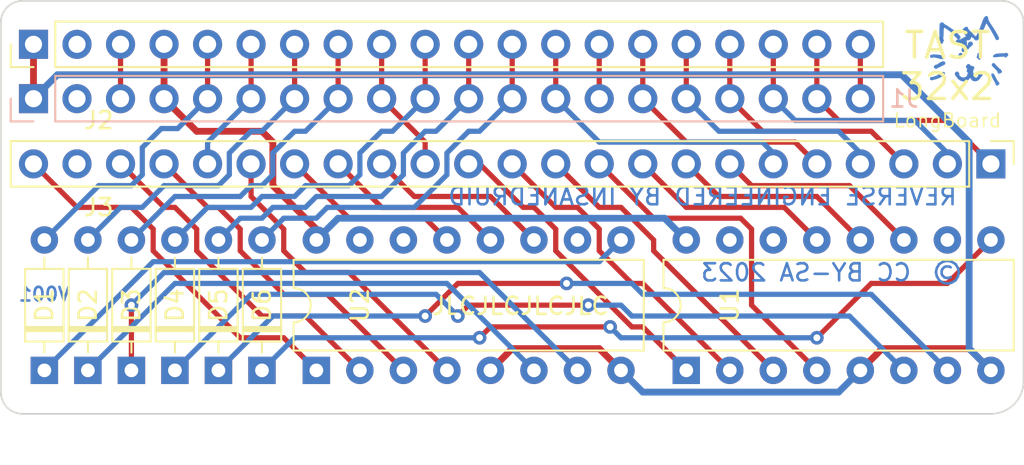
<source format=kicad_pcb>
(kicad_pcb (version 20221018) (generator pcbnew)
  (title_block (title "Tast32x2 for LongBoards") (date "2022-04-10") (rev "V001") (comment 1 "reverse-engineered in 2022") (comment 2 "creativecommons.org/licenses/by/4.0/") (comment 3 "License: CC BY 4.0") (comment 4 "Author: InsaneDruid"))
  (layers (0 "F.Cu" signal) (31 "B.Cu" signal) (34 "B.Paste" user) (35 "F.Paste" user) (36 "B.SilkS" user "B.Silkscreen") (37 "F.SilkS" user "F.Silkscreen") (38 "B.Mask" user) (39 "F.Mask" user) (44 "Edge.Cuts" user))
  (net 0 "")
  (net 1 "/PB3")
  (net 2 "Net-(D1-K)")
  (net 3 "/PB4")
  (net 4 "Net-(D2-K)")
  (net 5 "/PB5")
  (net 6 "Net-(D3-K)")
  (net 7 "/PB0")
  (net 8 "Net-(D4-K)")
  (net 9 "/PB1")
  (net 10 "Net-(D5-K)")
  (net 11 "/PB2")
  (net 12 "Net-(D6-K)")
  (net 13 "+5V")
  (net 14 "GND")
  (net 15 "/PB6")
  (net 16 "/PB7")
  (net 17 "/PA0")
  (net 18 "/PA5")
  (net 19 "/PA4")
  (net 20 "/PA3")
  (net 21 "/PA2")
  (net 22 "/PA1")
  (net 23 "/RESTORE")
  (net 24 "/PA6")
  (net 25 "/PA7")
  (net 28 "Net-(J3-Pin_7)")
  (net 29 "Net-(J3-Pin_8)")
  (net 30 "Net-(J3-Pin_9)")
  (net 31 "Net-(J3-Pin_10)")
  (net 32 "Net-(J3-Pin_11)")
  (net 33 "Net-(J3-Pin_12)")
  (net 34 "Net-(J3-Pin_13)")
  (net 35 "Net-(J3-Pin_15)")
  (net 36 "Net-(J3-Pin_16)")
  (net 37 "Net-(J3-Pin_17)")
  (net 38 "Net-(J3-Pin_18)")
  (net 39 "Net-(J3-Pin_20)")
  (net 40 "Net-(J3-Pin_21)")
  (net 42 "Net-(J3-Pin_23)")
  (footprint "Diode_THT:D_DO-35_SOD27_P7.62mm_Horizontal" (layer "F.Cu") (at 56.515 44.45 90)
    (fp_text reference "D5")
    (fp_text value "BAT42")
  )
  (footprint "Diode_THT:D_DO-35_SOD27_P7.62mm_Horizontal" (layer "F.Cu") (at 48.895 44.45 90)
    (fp_text reference "D2")
    (fp_text value "BAT42")
  )
  (footprint "tast32x2_lib_fp:PinHeader_1x20_P2.54mm_Vertical" (layer "F.Cu") (at 45.72 25.4 90)
    (fp_text reference "J2")
    (fp_text value "Conn_01x20_Male")
  )
  (footprint "Diode_THT:D_DO-35_SOD27_P7.62mm_Horizontal" (layer "F.Cu") (at 59.055 44.45 90)
    (fp_text reference "D6")
    (fp_text value "BAT42")
  )
  (footprint "Package_DIP:DIP-16_W7.62mm" (layer "F.Cu") (at 62.23 44.45 90)
    (fp_text reference "U2")
    (fp_text value "74LS148")
  )
  (footprint "Diode_THT:D_DO-35_SOD27_P7.62mm_Horizontal" (layer "F.Cu") (at 46.355 44.45 90)
    (fp_text reference "D1")
    (fp_text value "BAT42")
  )
  (footprint "Diode_THT:D_DO-35_SOD27_P7.62mm_Horizontal" (layer "F.Cu") (at 53.975 44.45 90)
    (fp_text reference "D4")
    (fp_text value "BAT42")
  )
  (footprint "tast32x2_lib_fp:PinHeader_1x23_P2.54mm_Vertical" (layer "F.Cu") (at 101.6 32.385 -90)
    (fp_text reference "J3")
    (fp_text value "Conn_01x23_Male")
  )
  (footprint "Package_DIP:DIP-16_W7.62mm" (layer "F.Cu") (at 83.82 44.45 90)
    (fp_text reference "U1")
    (fp_text value "74LS148")
  )
  (footprint "Diode_THT:D_DO-35_SOD27_P7.62mm_Horizontal" (layer "F.Cu") (at 51.435 44.45 90)
    (fp_text reference "D3")
    (fp_text value "BAT42")
  )
  (footprint "Connector_PinSocket_2.54mm:PinSocket_1x20_P2.54mm_Vertical" (layer "B.Cu") (at 45.72 28.575 -90)
    (fp_text reference "J1")
    (fp_text value "Conn_01x20_Female")
  )
  (gr_poly (pts (xy 100.335299 26.545617) (xy 100.336559 26.546046) (xy 100.337932 26.546705) (xy 100.339408 26.54758) (xy 100.342626 26.549924) (xy 100.346128 26.552972) (xy 100.349831 26.556615) (xy 100.353651 26.560746) (xy 100.357505 26.565256) (xy 100.361308 26.570038) (xy 100.364978 26.574983) (xy 100.36843 26.579985) (xy 100.37158 26.584934) (xy 100.374345 26.589723) (xy 100.376642 26.594244) (xy 100.378386 26.59839) (xy 100.379025 26.600288) (xy 100.379494 26.602052) (xy 100.379783 26.603667) (xy 100.379882 26.605122) (xy 100.379908 26.605604) (xy 100.379984 26.606095) (xy 100.38011 26.606597) (xy 100.380284 26.607106) (xy 100.380504 26.607623) (xy 100.380769 26.608147) (xy 100.38143 26.609209) (xy 100.382254 26.610287) (xy 100.38323 26.611372) (xy 100.384349 26.612458) (xy 100.385597 26.613535) (xy 100.386964 26.614598) (xy 100.388439 26.615639) (xy 100.390011 26.61665) (xy 100.391669 26.617623) (xy 100.393401 26.618552) (xy 100.395196 26.619429) (xy 100.397044 26.620246) (xy 100.398932 26.620997) (xy 100.403222 26.622624) (xy 100.407891 26.624608) (xy 100.412784 26.62689) (xy 100.417744 26.62941) (xy 100.4202 26.630741) (xy 100.422614 26.632109) (xy 100.424967 26.633507) (xy 100.427239 26.634927) (xy 100.42941 26.636362) (xy 100.431462 26.637804) (xy 100.433374 26.639247) (xy 100.435127 26.640682) (xy 100.436851 26.641975) (xy 100.438679 26.643233) (xy 100.440596 26.644447) (xy 100.442588 26.645613) (xy 100.444639 26.646722) (xy 100.446735 26.64777) (xy 100.448861 26.648748) (xy 100.451002 26.649651) (xy 100.453142 26.650472) (xy 100.455268 26.651205) (xy 100.457364 26.651843) (xy 100.459416 26.65238) (xy 100.461407 26.652808) (xy 100.463325 26.653123) (xy 100.465153 26.653316) (xy 100.466877 26.653382) (xy 100.468482 26.653433) (xy 100.470191 26.653583) (xy 100.471989 26.653825) (xy 100.473862 26.654156) (xy 100.475794 26.654568) (xy 100.477771 26.655056) (xy 100.479778 26.655615) (xy 100.481799 26.656239) (xy 100.483821 26.656923) (xy 100.485828 26.65766) (xy 100.487804 26.658446) (xy 100.489737 26.659275) (xy 100.49161 26.660141) (xy 100.493408 26.661039) (xy 100.495117 26.661962) (xy 100.496722 26.662907) (xy 100.498429 26.663977) (xy 100.500438 26.665044) (xy 100.502721 26.6661) (xy 100.505255 26.667143) (xy 100.508011 26.668168) (xy 100.510965 26.669169) (xy 100.517359 26.671082) (xy 100.52423 26.672847) (xy 100.531369 26.674426) (xy 100.538567 26.675781) (xy 100.545617 26.676876) (xy 100.550653 26.67749) (xy 100.555309 26.678151) (xy 100.559621 26.67888) (xy 100.563625 26.679694) (xy 100.567357 26.680613) (xy 100.570854 26.681654) (xy 100.574152 26.682837) (xy 100.577287 26.684179) (xy 100.580296 26.6857) (xy 100.583215 26.687419) (xy 100.586079 26.689353) (xy 100.588926 26.691521) (xy 100.591791 26.693943) (xy 100.594711 26.696636) (xy 100.597723 26.69962) (xy 100.600862 26.702912) (xy 100.603122 26.705237) (xy 100.60537 26.707675) (xy 100.607594 26.710205) (xy 100.609782 26.712804) (xy 100.611921 26.715451) (xy 100.614 26.718126) (xy 100.616006 26.720806) (xy 100.617928 26.72347) (xy 100.619752 26.726097) (xy 100.621468 26.728665) (xy 100.623064 26.731153) (xy 100.624526 26.733541) (xy 100.625843 26.735805) (xy 100.627002 26.737925) (xy 100.627993 26.739879) (xy 100.628802 26.741647) (xy 100.630166 26.746205) (xy 100.631172 26.751473) (xy 100.631834 26.757342) (xy 100.632165 26.763703) (xy 100.632181 26.770447) (xy 100.631894 26.777466) (xy 100.631318 26.78465) (xy 100.630469 26.791891) (xy 100.629358 26.79908) (xy 100.628002 26.806108) (xy 100.626413 26.812866) (xy 100.624605 26.819246) (xy 100.622592 26.825138) (xy 100.620389 26.830434) (xy 100.618009 26.835024) (xy 100.616758 26.837021) (xy 100.615467 26.838801) (xy 100.608691 26.847452) (xy 100.60263 26.855347) (xy 100.597259 26.862553) (xy 100.592547 26.869133) (xy 100.588469 26.87515) (xy 100.584994 26.880671) (xy 100.583475 26.883264) (xy 100.582097 26.885757) (xy 100.580856 26.888158) (xy 100.579748 26.890475) (xy 100.578771 26.892715) (xy 100.57792 26.894887) (xy 100.577193 26.896999) (xy 100.576586 26.899058) (xy 100.576094 26.901074) (xy 100.575716 26.903053) (xy 100.575447 26.905004) (xy 100.575283 26.906935) (xy 100.575222 26.908854) (xy 100.57526 26.910769) (xy 100.575393 26.912688) (xy 100.575618 26.914619) (xy 100.575932 26.916569) (xy 100.57633 26.918548) (xy 100.577367 26.922622) (xy 100.578244 26.925947) (xy 100.578963 26.929039) (xy 100.579517 26.931934) (xy 100.579897 26.934667) (xy 100.580095 26.937274) (xy 100.580102 26.939789) (xy 100.57991 26.942249) (xy 100.57951 26.944688) (xy 100.578895 26.947142) (xy 100.578055 26.949646) (xy 100.576983 26.952236) (xy 100.57567 26.954947) (xy 100.574108 26.957814) (xy 100.572288 26.960873) (xy 100.570202 26.964159) (xy 100.567842 26.967707) (xy 100.565161 26.971547) (xy 100.562828 26.975002) (xy 100.560831 26.978118) (xy 100.55916 26.980943) (xy 100.558444 26.98226) (xy 100.557806 26.983521) (xy 100.557244 26.984733) (xy 100.556758 26.985901) (xy 100.556345 26.987031) (xy 100.556005 26.988128) (xy 100.555737 26.989199) (xy 100.555539 26.990249) (xy 100.555409 26.991285) (xy 100.555347 26.992311) (xy 100.555351 26.993334) (xy 100.555421 26.994359) (xy 100.555554 26.995393) (xy 100.555749 26.996441) (xy 100.556006 26.99751) (xy 100.556322 26.998604) (xy 100.556698 26.999729) (xy 100.55713 27.000892) (xy 100.558162 27.003354) (xy 100.559407 27.006035) (xy 100.560857 27.008982) (xy 100.561837 27.011104) (xy 100.562868 27.01364) (xy 100.565044 27.019816) (xy 100.567308 27.027243) (xy 100.569588 27.035652) (xy 100.571808 27.044775) (xy 100.573894 27.054344) (xy 100.575772 27.064092) (xy 100.577367 27.073751) (xy 100.578876 27.083466) (xy 100.580512 27.093367) (xy 100.582222 27.103164) (xy 100.583955 27.112566) (xy 100.585658 27.121283) (xy 100.587279 27.129026) (xy 100.588766 27.135504) (xy 100.590067 27.140426) (xy 100.590744 27.142582) (xy 100.591348 27.144752) (xy 100.591879 27.146923) (xy 100.592339 27.149078) (xy 100.592728 27.151204) (xy 100.593047 27.153285) (xy 100.593297 27.155307) (xy 100.59348 27.157254) (xy 100.593595 27.159112) (xy 100.593645 27.160866) (xy 100.593629 27.1625) (xy 100.593549 27.164001) (xy 100.593406 27.165353) (xy 100.593201 27.166541) (xy 100.592934 27.16755) (xy 100.592607 27.168366) (xy 100.592248 27.16929) (xy 100.592118 27.170846) (xy 100.592208 27.172995) (xy 100.592508 27.175699) (xy 100.593701 27.182621) (xy 100.595623 27.191306) (xy 100.5982 27.20145) (xy 100.601358 27.212747) (xy 100.605022 27.224893) (xy 100.609117 27.237582) (xy 100.613377 27.250386) (xy 100.617601 27.262152) (xy 100.621812 27.272911) (xy 100.626034 27.282697) (xy 100.628156 27.287234) (xy 100.630289 27.29154) (xy 100.632436 27.29562) (xy 100.6346 27.299476) (xy 100.636784 27.303113) (xy 100.638992 27.306535) (xy 100.641225 27.309746) (xy 100.643486 27.31275) (xy 100.64578 27.315551) (xy 100.648108 27.318154) (xy 100.650473 27.320562) (xy 100.652879 27.32278) (xy 100.655328 27.324811) (xy 100.657823 27.326659) (xy 100.660367 27.328329) (xy 100.662963 27.329825) (xy 100.665614 27.331151) (xy 100.668323 27.332311) (xy 100.671092 27.333308) (xy 100.673925 27.334148) (xy 100.676825 27.334833) (xy 100.679794 27.335369) (xy 100.682835 27.335759) (xy 100.685952 27.336007) (xy 100.690595 27.33633) (xy 100.695834 27.33681) (xy 100.70149 27.337424) (xy 100.707383 27.33815) (xy 100.713336 27.338965) (xy 100.71917 27.339847) (xy 100.724707 27.340773) (xy 100.729767 27.341722) (xy 100.734837 27.342655) (xy 100.739608 27.343291) (xy 100.744139 27.343601) (xy 100.748489 27.343557) (xy 100.750615 27.343393) (xy 100.752717 27.34313) (xy 100.754802 27.342764) (xy 100.75688 27.342291) (xy 100.758955 27.341708) (xy 100.761037 27.341011) (xy 100.763132 27.340197) (xy 100.765247 27.339261) (xy 100.769569 27.337013) (xy 100.774062 27.334237) (xy 100.778783 27.330905) (xy 100.783791 27.326988) (xy 100.789146 27.322457) (xy 100.794905 27.317283) (xy 100.801128 27.311437) (xy 100.807872 27.304891) (xy 100.813561 27.299205) (xy 100.81895 27.293362) (xy 100.824018 27.287401) (xy 100.828747 27.281357) (xy 100.83312 27.275269) (xy 100.837116 27.269173) (xy 100.840719 27.263107) (xy 100.843908 27.257108) (xy 100.846666 27.251213) (xy 100.848973 27.24546) (xy 100.850812 27.239885) (xy 100.852163 27.234526) (xy 100.853008 27.22942) (xy 100.853235 27.226973) (xy 100.853329 27.224604) (xy 100.853287 27.222316) (xy 100.853106 27.220115) (xy 100.852786 27.218005) (xy 100.852322 27.215991) (xy 100.852017 27.214333) (xy 100.851813 27.212692) (xy 100.851711 27.211074) (xy 100.851707 27.209483) (xy 100.851799 27.207921) (xy 100.851987 27.206392) (xy 100.852268 27.204901) (xy 100.852639 27.20345) (xy 100.8531 27.202045) (xy 100.853649 27.200687) (xy 100.854283 27.199382) (xy 100.855001 27.198132) (xy 100.8558 27.196942) (xy 100.85668 27.195816) (xy 100.857638 27.194756) (xy 100.858672 27.193767) (xy 100.859728 27.192719) (xy 100.860749 27.191489) (xy 100.861732 27.190089) (xy 100.86267 27.188528) (xy 100.863561 27.186818) (xy 100.864398 27.184971) (xy 100.865177 27.182997) (xy 100.865895 27.180908) (xy 100.866545 27.178714) (xy 100.867124 27.176428) (xy 100.867626 27.17406) (xy 100.868048 27.171621) (xy 100.868384 27.169122) (xy 100.86863 27.166576) (xy 100.86878 27.163992) (xy 100.868832 27.161382) (xy 100.868894 27.157909) (xy 100.869088 27.154617) (xy 100.86943 27.151478) (xy 100.869933 27.148463) (xy 100.870611 27.145545) (xy 100.871477 27.142696) (xy 100.872546 27.139888) (xy 100.873832 27.137093) (xy 100.875349 27.134283) (xy 100.87711 27.13143) (xy 100.87913 27.128506) (xy 100.881423 27.125484) (xy 100.884002 27.122336) (xy 100.886881 27.119032) (xy 100.890075 27.115547) (xy 100.893597 27.111851) (xy 100.899017 27.106519) (xy 100.90469 27.101096) (xy 100.910452 27.095734) (xy 100.916139 27.090579) (xy 100.921589 27.085782) (xy 100.926637 27.081491) (xy 100.931119 27.077855) (xy 100.934872 27.075022) (xy 100.936649 27.073886) (xy 100.938402 27.072628) (xy 100.940121 27.071263) (xy 100.941797 27.069803) (xy 100.943422 27.068261) (xy 100.944985 27.06665) (xy 100.946477 27.064983) (xy 100.947889 27.063274) (xy 100.949212 27.061535) (xy 100.950437 27.059779) (xy 100.951553 27.05802) (xy 100.952553 27.056269) (xy 100.953425 27.054541) (xy 100.954162 27.052849) (xy 100.954754 27.051205) (xy 100.955192 27.049622) (xy 100.955763 27.04774) (xy 100.956518 27.045906) (xy 100.957445 27.044123) (xy 100.958536 27.042395) (xy 100.959778 27.040725) (xy 100.961164 27.039117) (xy 100.962681 27.037573) (xy 100.96432 27.036098) (xy 100.966071 27.034694) (xy 100.967923 27.033366) (xy 100.969866 27.032116) (xy 100.97189 27.030947) (xy 100.976141 27.028869) (xy 100.980592 27.027158) (xy 100.985162 27.025842) (xy 100.98977 27.024947) (xy 100.992062 27.024666) (xy 100.994332 27.0245) (xy 100.996571 27.024454) (xy 100.998769 27.024529) (xy 101.000914 27.02473) (xy 101.002997 27.02506) (xy 101.005007 27.025522) (xy 101.006934 27.02612) (xy 101.008769 27.026857) (xy 101.0105 27.027737) (xy 101.012118 27.028762) (xy 101.013612 27.029937) (xy 101.030951 27.045635) (xy 101.046359 27.059712) (xy 101.059929 27.072286) (xy 101.071754 27.083475) (xy 101.081927 27.093399) (xy 101.086423 27.097924) (xy 101.090541 27.102178) (xy 101.094293 27.106174) (xy 101.097689 27.109929) (xy 101.100743 27.113457) (xy 101.103464 27.116773) (xy 101.105866 27.119891) (xy 101.10796 27.122828) (xy 101.109756 27.125596) (xy 101.111268 27.128213) (xy 101.112506 27.130691) (xy 101.113482 27.133047) (xy 101.114208 27.135295) (xy 101.114696 27.13745) (xy 101.114956 27.139527) (xy 101.115002 27.14154) (xy 101.114843 27.143505) (xy 101.114492 27.145437) (xy 101.113961 27.14735) (xy 101.113262 27.149259) (xy 101.112404 27.15118) (xy 101.111402 27.153126) (xy 101.110732 27.15436) (xy 101.110149 27.155675) (xy 101.109652 27.157062) (xy 101.109239 27.158514) (xy 101.108908 27.160021) (xy 101.108656 27.161576) (xy 101.108483 27.16317) (xy 101.108386 27.164795) (xy 101.108363 27.166441) (xy 101.108413 27.168102) (xy 101.108534 27.169769) (xy 101.108723 27.171432) (xy 101.108979 27.173085) (xy 101.109301 27.174718) (xy 101.109686 27.176323) (xy 101.110132 27.177892) (xy 101.110985 27.180398) (xy 101.111642 27.183026) (xy 101.11211 27.185766) (xy 101.112393 27.188607) (xy 101.112497 27.191537) (xy 101.112427 27.194545) (xy 101.112189 27.197621) (xy 101.111789 27.200752) (xy 101.111231 27.203927) (xy 101.110522 27.207136) (xy 101.109666 27.210368) (xy 101.10867 27.21361) (xy 101.107538 27.216853) (xy 101.106276 27.220084) (xy 101.10489 27.223294) (xy 101.103385 27.226469) (xy 101.101766 27.2296) (xy 101.10004 27.232675) (xy 101.098211 27.235684) (xy 101.096285 27.238614) (xy 101.094267 27.241454) (xy 101.092163 27.244195) (xy 101.089978 27.246823) (xy 101.087718 27.249329) (xy 101.085389 27.251701) (xy 101.082995 27.253928) (xy 101.080542 27.255999) (xy 101.078036 27.257902) (xy 101.075482 27.259626) (xy 101.072885 27.261161) (xy 101.070252 27.262495) (xy 101.067587 27.263617) (xy 101.065831 27.264286) (xy 101.064138 27.265099) (xy 101.062509 27.266051) (xy 101.060949 27.267139) (xy 101.059459 27.268357) (xy 101.058043 27.2697) (xy 101.056703 27.271164) (xy 101.055442 27.272745) (xy 101.054263 27.274437) (xy 101.053169 27.276236) (xy 101.052162 27.278137) (xy 101.051245 27.280136) (xy 101.050422 27.282229) (xy 101.049694 27.284409) (xy 101.049065 27.286673) (xy 101.048537 27.289016) (xy 101.048345 27.290026) (xy 101.048129 27.291031) (xy 101.047888 27.29203) (xy 101.047624 27.29302) (xy 101.04703 27.294971) (xy 101.046354 27.296875) (xy 101.045604 27.298718) (xy 101.044786 27.300491) (xy 101.043909 27.302182) (xy 101.04298 27.30378) (xy 101.042007 27.305274) (xy 101.041506 27.305979) (xy 101.040996 27.306653) (xy 101.040479 27.307295) (xy 101.039956 27.307905) (xy 101.039426 27.30848) (xy 101.038893 27.309019) (xy 101.038355 27.309521) (xy 101.037815 27.309985) (xy 101.037273 27.310408) (xy 101.03673 27.31079) (xy 101.036187 27.31113) (xy 101.035645 27.311425) (xy 101.035104 27.311674) (xy 101.034567 27.311877) (xy 101.031046 27.313307) (xy 101.027623 27.314981) (xy 101.024291 27.316907) (xy 101.021043 27.31909) (xy 101.017874 27.321537) (xy 101.014776 27.324255) (xy 101.011744 27.327251) (xy 101.00877 27.33053) (xy 101.005848 27.334099) (xy 101.002972 27.337965) (xy 101.000135 27.342134) (xy 100.99733 27.346613) (xy 100.994551 27.351408) (xy 100.991792 27.356526) (xy 100.989046 27.361973) (xy 100.986307 27.367757) (xy 100.982162 27.37592) (xy 100.976721 27.384842) (xy 100.970118 27.394389) (xy 100.962484 27.404428) (xy 100.953955 27.414824) (xy 100.944661 27.425442) (xy 100.934737 27.436151) (xy 100.924315 27.446814) (xy 100.913529 27.457299) (xy 100.90251 27.467472) (xy 100.891394 27.477197) (xy 100.880311 27.486343) (xy 100.869397 27.494774) (xy 100.858782 27.502357) (xy 100.848601 27.508957) (xy 100.838987 27.514442) (xy 100.830562 27.518883) (xy 100.82076 27.52354) (xy 100.809932 27.528271) (xy 100.798426 27.532936) (xy 100.786593 27.537392) (xy 100.774782 27.541499) (xy 100.763344 27.545114) (xy 100.752627 27.548097) (xy 100.738332 27.552124) (xy 100.731963 27.553774) (xy 100.726016 27.555191) (xy 100.720419 27.556381) (xy 100.7151 27.55735) (xy 100.709985 27.558105) (xy 100.705002 27.558654) (xy 100.700078 27.559001) (xy 100.695142 27.559153) (xy 100.69012 27.559118) (xy 100.68494 27.558902) (xy 100.679529 27.55851) (xy 100.673815 27.55795) (xy 100.661187 27.556352) (xy 100.652287 27.555224) (xy 100.643804 27.554238) (xy 100.635916 27.553416) (xy 100.628802 27.55278) (xy 100.62264 27.552352) (xy 100.61761 27.552155) (xy 100.615575 27.55215) (xy 100.613889 27.552211) (xy 100.612576 27.55234) (xy 100.611657 27.552542) (xy 100.610835 27.552699) (xy 100.609578 27.552698) (xy 100.607912 27.552544) (xy 100.605862 27.552244) (xy 100.600718 27.551225) (xy 100.594353 27.549684) (xy 100.586976 27.547668) (xy 100.578796 27.545219) (xy 100.57002 27.542384) (xy 100.560857 27.539207) (xy 100.551151 27.535439) (xy 100.541787 27.531267) (xy 100.532751 27.526674) (xy 100.524027 27.521645) (xy 100.515601 27.516162) (xy 100.507457 27.510208) (xy 100.499582 27.503766) (xy 100.491959 27.49682) (xy 100.484575 27.489354) (xy 100.477414 27.48135) (xy 100.470461 27.472791) (xy 100.463702 27.463662) (xy 100.457121 27.453944) (xy 100.450704 27.443622) (xy 100.444436 27.432678) (xy 100.438302 27.421097) (xy 100.434128 27.41271) (xy 100.429799 27.404368) (xy 100.425454 27.396295) (xy 100.421236 27.388712) (xy 100.417286 27.381843) (xy 100.413745 27.375912) (xy 100.410755 27.371142) (xy 100.408457 27.367757) (xy 100.404765 27.363142) (xy 100.403195 27.361435) (xy 100.40166 27.360246) (xy 100.400871 27.359873) (xy 100.400047 27.359663) (xy 100.399176 27.359627) (xy 100.398243 27.359776) (xy 100.397235 27.36012) (xy 100.396136 27.360671) (xy 100.393614 27.362438) (xy 100.390562 27.365166) (xy 100.38687 27.368941) (xy 100.382425 27.373853) (xy 100.377114 27.37999) (xy 100.344957 27.418557) (xy 100.337338 27.42751) (xy 100.329846 27.436128) (xy 100.322666 27.444196) (xy 100.315985 27.451497) (xy 100.309988 27.457816) (xy 100.307305 27.46054) (xy 100.304862 27.462937) (xy 100.302684 27.464981) (xy 100.300793 27.466644) (xy 100.299213 27.4679) (xy 100.297967 27.468722) (xy 100.296881 27.469346) (xy 100.295773 27.470023) (xy 100.294647 27.470746) (xy 100.293512 27.47151) (xy 100.292373 27.472307) (xy 100.291236 27.473131) (xy 100.288997 27.474834) (xy 100.286848 27.476566) (xy 100.28484 27.478277) (xy 100.283026 27.479912) (xy 100.281457 27.481422) (xy 100.272247 27.490749) (xy 100.261805 27.499666) (xy 100.250193 27.508147) (xy 100.237473 27.516168) (xy 100.223708 27.523706) (xy 100.208959 27.530736) (xy 100.193289 27.537234) (xy 100.176761 27.543175) (xy 100.159437 27.548537) (xy 100.141378 27.553293) (xy 100.122649 27.557421) (xy 100.103309 27.560896) (xy 100.083423 27.563693) (xy 100.063053 27.56579) (xy 100.04226 27.567161) (xy 100.021107 27.567782) (xy 100.009153 27.567772) (xy 99.996494 27.567292) (xy 99.983291 27.566374) (xy 99.969702 27.565053) (xy 99.955885 27.563364) (xy 99.942001 27.561341) (xy 99.928208 27.559019) (xy 99.914665 27.556431) (xy 99.901531 27.553613) (xy 99.888966 27.550598) (xy 99.877128 27.547422) (xy 99.866177 27.544118) (xy 99.856271 27.540721) (xy 99.847569 27.537266) (xy 99.840232 27.533786) (xy 99.834417 27.530317) (xy 99.832499 27.528911) (xy 99.830565 27.527556) (xy 99.828626 27.526256) (xy 99.826698 27.525018) (xy 99.824791 27.523847) (xy 99.82292 27.522749) (xy 99.821097 27.521728) (xy 99.819336 27.520792) (xy 99.817649 27.519944) (xy 99.816049 27.519192) (xy 99.81455 27.51854) (xy 99.813164 27.517994) (xy 99.811905 27.517559) (xy 99.810785 27.517242) (xy 99.809818 27.517048) (xy 99.809017 27.516982) (xy 99.808239 27.516835) (xy 99.807113 27.516405) (xy 99.805661 27.515705) (xy 99.803907 27.514749) (xy 99.799585 27.512126) (xy 99.794332 27.508647) (xy 99.788336 27.504424) (xy 99.781781 27.499569) (xy 99.774855 27.494192) (xy 99.767742 27.488407) (xy 99.760447 27.482621) (xy 99.753434 27.477245) (xy 99.746869 27.472389) (xy 99.740913 27.468166) (xy 99.738215 27.466327) (xy 99.735731 27.464687) (xy 99.733482 27.463262) (xy 99.731487 27.462064) (xy 99.729768 27.461108) (xy 99.728345 27.460408) (xy 99.727237 27.459978) (xy 99.726809 27.459868) (xy 99.726467 27.459832) (xy 99.725642 27.459629) (xy 99.724492 27.459034) (xy 99.721294 27.456757) (xy 99.717034 27.453172) (xy 99.711872 27.448451) (xy 99.699488 27.436291) (xy 99.68543 27.421652) (xy 99.670985 27.405913) (xy 99.65744 27.390448) (xy 99.646084 27.376636) (xy 99.641628 27.370779) (xy 99.638202 27.365852) (xy 99.637015 27.363965) (xy 99.635609 27.361892) (xy 99.632219 27.357269) (xy 99.62819 27.352156) (xy 99.623676 27.346722) (xy 99.618836 27.34114) (xy 99.613824 27.33558) (xy 99.608797 27.330214) (xy 99.603912 27.325212) (xy 99.601443 27.322707) (xy 99.599047 27.320204) (xy 99.596733 27.317719) (xy 99.594516 27.31527) (xy 99.592406 27.312873) (xy 99.590417 27.310545) (xy 99.588559 27.308302) (xy 99.586846 27.306162) (xy 99.585289 27.30414) (xy 99.583901 27.302255) (xy 99.582692 27.300522) (xy 99.581677 27.298958) (xy 99.580866 27.297581) (xy 99.580272 27.296406) (xy 99.58006 27.2959) (xy 99.579906 27.295451) (xy 99.579813 27.295061) (xy 99.579782 27.294732) (xy 99.579638 27.293619) (xy 99.579217 27.292202) (xy 99.577613 27.288541) (xy 99.575106 27.283927) (xy 99.571834 27.278539) (xy 99.567934 27.272556) (xy 99.563541 27.266157) (xy 99.558793 27.259519) (xy 99.553826 27.252822) (xy 99.548778 27.246244) (xy 99.543784 27.239963) (xy 99.538982 27.234159) (xy 99.534508 27.229009) (xy 99.5305 27.224693) (xy 99.527093 27.221389) (xy 99.524425 27.219276) (xy 99.52341 27.218721) (xy 99.522632 27.218532) (xy 99.522278 27.21851) (xy 99.521933 27.218444) (xy 99.521595 27.218335) (xy 99.521265 27.218184) (xy 99.520944 27.217993) (xy 99.520631 27.217762) (xy 99.520032 27.217182) (xy 99.519471 27.216454) (xy 99.518948 27.215585) (xy 99.518467 27.214581) (xy 99.518028 27.213452) (xy 99.517634 27.212203) (xy 99.517286 27.210842) (xy 99.516987 27.209377) (xy 99.516738 27.207816) (xy 99.516541 27.206165) (xy 99.516398 27.204433) (xy 99.516311 27.202625) (xy 99.516282 27.200751) (xy 99.516201 27.198792) (xy 99.515964 27.196502) (xy 99.515579 27.193912) (xy 99.515052 27.191048) (xy 99.513603 27.184611) (xy 99.511678 27.177415) (xy 99.509337 27.169684) (xy 99.506638 27.16164) (xy 99.503641 27.153506) (xy 99.500407 27.145507) (xy 99.497943 27.139628) (xy 99.495784 27.134345) (xy 99.493926 27.129612) (xy 99.49236 27.125385) (xy 99.491685 27.123448) (xy 99.491081 27.12162) (xy 99.490547 27.119896) (xy 99.490082 27.118271) (xy 99.489685 27.116739) (xy 99.489356 27.115295) (xy 99.489094 27.113932) (xy 99.488898 27.112646) (xy 99.488766 27.11143) (xy 99.488699 27.110279) (xy 99.488696 27.109188) (xy 99.488755 27.108151) (xy 99.488876 27.107162) (xy 99.489058 27.106216) (xy 99.4893 27.105307) (xy 99.489602 27.10443) (xy 99.489962 27.103579) (xy 99.49038 27.102749) (xy 99.490855 27.101933) (xy 99.491387 27.101126) (xy 99.491973 27.100324) (xy 99.492614 27.099519) (xy 99.493309 27.098707) (xy 99.494057 27.097882) (xy 99.495001 27.096746) (xy 99.495925 27.095489) (xy 99.496822 27.094127) (xy 99.497688 27.092673) (xy 99.498517 27.09114) (xy 99.499303 27.089543) (xy 99.500041 27.087897) (xy 99.500724 27.086213) (xy 99.501348 27.084508) (xy 99.501908 27.082794) (xy 99.502396 27.081086) (xy 99.502808 27.079397) (xy 99.503138 27.077742) (xy 99.503381 27.076134) (xy 99.503531 27.074588) (xy 99.503582 27.073117) (xy 99.503697 27.071446) (xy 99.504037 27.069655) (xy 99.50459 27.067755) (xy 99.505347 27.065755) (xy 99.506296 27.063665) (xy 99.507429 27.061497) (xy 99.5102 27.056964) (xy 99.513577 27.052237) (xy 99.517479 27.047399) (xy 99.521821 27.042531) (xy 99.526521 27.037715) (xy 99.531497 27.033033) (xy 99.536665 27.028567) (xy 99.541943 27.024399) (xy 99.547248 27.02061) (xy 99.552497 27.017282) (xy 99.557608 27.014498) (xy 99.562497 27.012339) (xy 99.564833 27.011519) (xy 99.567082 27.010887) (xy 99.568806 27.010471) (xy 99.570634 27.009945) (xy 99.572551 27.009317) (xy 99.574543 27.008595) (xy 99.576594 27.007787) (xy 99.57869 27.006902) (xy 99.580816 27.005948) (xy 99.582957 27.004934) (xy 99.587223 27.002757) (xy 99.591371 27.000439) (xy 99.593362 26.999248) (xy 99.59528 26.998047) (xy 99.597108 26.996844) (xy 99.598832 26.995647) (xy 99.600592 26.994465) (xy 99.602526 26.993303) (xy 99.604615 26.992167) (xy 99.606839 26.991063) (xy 99.609178 26.989996) (xy 99.611612 26.988972) (xy 99.614123 26.987996) (xy 99.616691 26.987074) (xy 99.619296 26.986212) (xy 99.621919 26.985415) (xy 99.624539 26.984688) (xy 99.627139 26.984038) (xy 99.629697 26.98347) (xy 99.632195 26.982989) (xy 99.634613 26.982601) (xy 99.636932 26.982312) (xy 99.640868 26.982008) (xy 99.644372 26.98185) (xy 99.647487 26.981893) (xy 99.650257 26.982193) (xy 99.651526 26.982456) (xy 99.652725 26.982805) (xy 99.65386 26.983245) (xy 99.654936 26.983785) (xy 99.655959 26.984431) (xy 99.656933 26.98519) (xy 99.657865 26.986068) (xy 99.65876 26.987074) (xy 99.659623 26.988214) (xy 99.66046 26.989494) (xy 99.662078 26.992506) (xy 99.663656 26.996166) (xy 99.665239 27.000528) (xy 99.66687 27.00565) (xy 99.668594 27.011586) (xy 99.672492 27.026126) (xy 99.672631 27.026541) (xy 99.67281 27.026952) (xy 99.673028 27.027357) (xy 99.673283 27.027758) (xy 99.673901 27.028539) (xy 99.674655 27.029292) (xy 99.675535 27.030011) (xy 99.676533 27.030692) (xy 99.677638 27.03133) (xy 99.678842 27.031921) (xy 99.680135 27.03246) (xy 99.681508 27.032942) (xy 99.682952 27.033362) (xy 99.684458 27.033717) (xy 99.686015 27.034001) (xy 99.687615 27.034209) (xy 99.689249 27.034338) (xy 99.690907 27.034382) (xy 99.69266 27.034433) (xy 99.694572 27.034584) (xy 99.696623 27.034829) (xy 99.698795 27.035165) (xy 99.701067 27.035587) (xy 99.70342 27.036089) (xy 99.705834 27.036668) (xy 99.70829 27.037318) (xy 99.710768 27.038036) (xy 99.71325 27.038815) (xy 99.715714 27.039653) (xy 99.718142 27.040543) (xy 99.720515 27.041482) (xy 99.722812 27.042464) (xy 99.725014 27.043486) (xy 99.727102 27.044542) (xy 99.72982 27.046048) (xy 99.732264 27.047483) (xy 99.734444 27.048867) (xy 99.736369 27.050217) (xy 99.737239 27.050885) (xy 99.738049 27.051552) (xy 99.738799 27.05222) (xy 99.739492 27.052891) (xy 99.740128 27.053568) (xy 99.740708 27.054252) (xy 99.741234 27.054947) (xy 99.741707 27.055654) (xy 99.742127 27.056376) (xy 99.742497 27.057116) (xy 99.742817 27.057875) (xy 99.743088 27.058655) (xy 99.743312 27.05946) (xy 99.74349 27.060292) (xy 99.743622 27.061152) (xy 99.743711 27.062044) (xy 99.743757 27.062969) (xy 99.743761 27.063929) (xy 99.743725 27.064928) (xy 99.743649 27.065968) (xy 99.743385 27.068177) (xy 99.742977 27.070576) (xy 99.742679 27.072586) (xy 99.742501 27.074565) (xy 99.742441 27.076515) (xy 99.742501 27.078435) (xy 99.742679 27.080325) (xy 99.742977 27.082185) (xy 99.743393 27.084016) (xy 99.743929 27.085817) (xy 99.744584 27.087588) (xy 99.745358 27.089329) (xy 99.746251 27.091041) (xy 99.747263 27.092722) (xy 99.748394 27.094374) (xy 99.749644 27.095996) (xy 99.751014 27.097589) (xy 99.752502 27.099151) (xy 99.754192 27.100918) (xy 99.755694 27.102659) (xy 99.757014 27.104392) (xy 99.758157 27.106136) (xy 99.759129 27.107911) (xy 99.759936 27.109733) (xy 99.760582 27.111623) (xy 99.761074 27.113598) (xy 99.761418 27.115677) (xy 99.761617 27.117879) (xy 99.76168 27.120223) (xy 99.76161 27.122726) (xy 99.761414 27.125408) (xy 99.761097 27.128287) (xy 99.760664 27.131382) (xy 99.760122 27.134712) (xy 99.759736 27.137098) (xy 99.759296 27.139484) (xy 99.758807 27.141855) (xy 99.758276 27.144197) (xy 99.757708 27.146494) (xy 99.757108 27.148731) (xy 99.756482 27.150894) (xy 99.755836 27.152968) (xy 99.755174 27.154938) (xy 99.754504 27.156788) (xy 99.753829 27.158504) (xy 99.753157 27.160072) (xy 99.752492 27.161476) (xy 99.75184 27.162701) (xy 99.751206 27.163733) (xy 99.750597 27.164557) (xy 99.748761 27.166706) (xy 99.74731 27.168889) (xy 99.746733 27.170004) (xy 99.746258 27.171141) (xy 99.745885 27.172304) (xy 99.745616 27.173496) (xy 99.745454 27.174723) (xy 99.745399 27.175989) (xy 99.745453 27.177298) (xy 99.745619 27.178654) (xy 99.745896 27.180062) (xy 99.746289 27.181526) (xy 99.747422 27.184638) (xy 99.749031 27.188026) (xy 99.75113 27.191724) (xy 99.753731 27.195766) (xy 99.756848 27.200186) (xy 99.760492 27.205019) (xy 99.764678 27.2103) (xy 99.769419 27.216063) (xy 99.774727 27.222341) (xy 99.782098 27.230584) (xy 99.78967 27.23863) (xy 99.797424 27.246462) (xy 99.805336 27.254062) (xy 99.813386 27.261413) (xy 99.821552 27.268497) (xy 99.829813 27.275296) (xy 99.838148 27.281794) (xy 99.846534 27.287971) (xy 99.854951 27.29381) (xy 99.863378 27.299294) (xy 99.871793 27.304406) (xy 99.880174 27.309126) (xy 99.8885 27.313438) (xy 99.89675 27.317324) (xy 99.904902 27.320767) (xy 99.9153 27.32459) (xy 99.920227 27.326171) (xy 99.925103 27.327543) (xy 99.930023 27.328719) (xy 99.935084 27.329708) (xy 99.940384 27.330519) (xy 99.946018 27.331165) (xy 99.952084 27.331654) (xy 99.958678 27.331997) (xy 99.973839 27.332286) (xy 99.992274 27.332113) (xy 100.014757 27.331562) (xy 100.029224 27.331055) (xy 100.042242 27.330458) (xy 100.053951 27.329723) (xy 100.064495 27.328803) (xy 100.074016 27.327653) (xy 100.082656 27.326226) (xy 100.08669 27.325394) (xy 100.090557 27.324475) (xy 100.094276 27.323464) (xy 100.097862 27.322354) (xy 100.101336 27.32114) (xy 100.104714 27.319816) (xy 100.108014 27.318377) (xy 100.111253 27.316815) (xy 100.114451 27.315126) (xy 100.117624 27.313304) (xy 100.12079 27.311343) (xy 100.123967 27.309237) (xy 100.130426 27.304568) (xy 100.137142 27.299248) (xy 100.144258 27.293234) (xy 100.151917 27.286476) (xy 100.158802 27.279826) (xy 100.165829 27.272118) (xy 100.172917 27.263501) (xy 100.179986 27.254121) (xy 100.186954 27.244128) (xy 100.193741 27.233669) (xy 100.200266 27.222891) (xy 100.206447 27.211943) (xy 100.212205 27.200973) (xy 100.217457 27.190129) (xy 100.222123 27.179558) (xy 100.226123 27.169409) (xy 100.229374 27.159828) (xy 100.231797 27.150965) (xy 100.23331 27.142967) (xy 100.2337 27.139339) (xy 100.233832 27.135982) (xy 100.233883 27.134073) (xy 100.234033 27.131936) (xy 100.234606 27.127072) (xy 100.235506 27.121583) (xy 100.236689 27.115662) (xy 100.238111 27.109503) (xy 100.239725 27.103299) (xy 100.241489 27.097244) (xy 100.243357 27.091532) (xy 100.245581 27.085191) (xy 100.24749 27.079468) (xy 100.249082 27.074313) (xy 100.249757 27.071932) (xy 100.250352 27.069674) (xy 100.250866 27.067532) (xy 100.251298 27.0655) (xy 100.251649 27.063572) (xy 100.251918 27.06174) (xy 100.252105 27.059999) (xy 100.252209 27.058343) (xy 100.25223 27.056764) (xy 100.252167 27.055257) (xy 100.252021 27.053815) (xy 100.251791 27.052432) (xy 100.251477 27.051101) (xy 100.251077 27.049816) (xy 100.250593 27.048571) (xy 100.250023 27.047359) (xy 100.249367 27.046173) (xy 100.248625 27.045008) (xy 100.247797 27.043857) (xy 100.246882 27.042713) (xy 100.245879 27.04157) (xy 100.244789 27.040423) (xy 100.243611 27.039263) (xy 100.242345 27.038086) (xy 100.239547 27.035651) (xy 100.221854 27.021438) (xy 100.214625 27.015487) (xy 100.208372 27.010172) (xy 100.20302 27.005393) (xy 100.198493 27.001049) (xy 100.196514 26.999009) (xy 100.194713 26.99704) (xy 100.193079 26.99513) (xy 100.191604 26.993265) (xy 100.190278 26.991434) (xy 100.189091 26.989625) (xy 100.188034 26.987823) (xy 100.187097 26.986017) (xy 100.186271 26.984195) (xy 100.185546 26.982343) (xy 100.184913 26.980449) (xy 100.184361 26.978501) (xy 100.183883 26.976486) (xy 100.183467 26.974392) (xy 100.182786 26.969914) (xy 100.182243 26.964967) (xy 100.181762 26.959451) (xy 100.181347 26.95489) (xy 100.181062 26.950705) (xy 100.180919 26.946855) (xy 100.180928 26.943299) (xy 100.181101 26.939995) (xy 100.181449 26.936904) (xy 100.181692 26.935425) (xy 100.181983 26.933984) (xy 100.182323 26.932575) (xy 100.182714 26.931194) (xy 100.183157 26.929835) (xy 100.183654 26.928493) (xy 100.184205 26.927164) (xy 100.184813 26.925841) (xy 100.186202 26.923196) (xy 100.187834 26.920518) (xy 100.189719 26.917765) (xy 100.191867 26.914897) (xy 100.194291 26.911873) (xy 100.197002 26.908651) (xy 100.201875 26.902528) (xy 100.206012 26.896513) (xy 100.207803 26.893534) (xy 100.209407 26.890567) (xy 100.210824 26.887608) (xy 100.212053 26.88465) (xy 100.213094 26.88169) (xy 100.213944 26.878722) (xy 100.214604 26.875742) (xy 100.215073 26.872743) (xy 100.21535 26.869722) (xy 100.215434 26.866673) (xy 100.215324 26.863591) (xy 100.21502 26.860471) (xy 100.21452 26.857308) (xy 100.213825 26.854098) (xy 100.212932 26.850835) (xy 100.211841 26.847514) (xy 100.210552 26.844131) (xy 100.209064 26.840679) (xy 100.205485 26.833553) (xy 100.201099 26.826096) (xy 100.195899 26.818267) (xy 100.189879 26.810027) (xy 100.183032 26.801337) (xy 100.179013 26.796223) (xy 100.175287 26.791352) (xy 100.171849 26.786713) (xy 100.168695 26.782297) (xy 100.16582 26.778092) (xy 100.163219 26.77409) (xy 100.160888 26.770279) (xy 100.158822 26.76665) (xy 100.157017 26.763192) (xy 100.155468 26.759894) (xy 100.154169 26.756748) (xy 100.153117 26.753741) (xy 100.152307 26.750865) (xy 100.151735 26.748109) (xy 100.151394 26.745463) (xy 100.151282 26.742917) (xy 100.151252 26.741006) (xy 100.151165 26.739095) (xy 100.151022 26.737197) (xy 100.150825 26.735326) (xy 100.150577 26.733496) (xy 100.150277 26.731721) (xy 100.14993 26.730015) (xy 100.149536 26.728391) (xy 100.149097 26.726864) (xy 100.148615 26.725448) (xy 100.148093 26.724156) (xy 100.147531 26.723004) (xy 100.147237 26.722483) (xy 100.146933 26.722003) (xy 100.14662 26.721564) (xy 100.146299 26.721169) (xy 100.145969 26.720819) (xy 100.145631 26.720516) (xy 100.145285 26.720261) (xy 100.144932 26.720057) (xy 100.144072 26.719439) (xy 100.143279 26.718664) (xy 100.142552 26.717743) (xy 100.141889 26.716686) (xy 100.141292 26.715503) (xy 100.140759 26.714205) (xy 100.140289 26.712802) (xy 100.139882 26.711306) (xy 100.139254 26.708071) (xy 100.138871 26.704586) (xy 100.138728 26.700933) (xy 100.13882 26.697197) (xy 100.139143 26.69346) (xy 100.139692 26.689807) (xy 100.140462 26.686322) (xy 100.141449 26.683088) (xy 100.142023 26.681591) (xy 100.142648 26.680188) (xy 100.143326 26.67889) (xy 100.144055 26.677707) (xy 100.144835 26.67665) (xy 100.145664 26.675729) (xy 100.146544 26.674954) (xy 100.147472 26.674337) (xy 100.14846 26.673625) (xy 100.149512 26.672688) (xy 100.150618 26.671542) (xy 100.151768 26.670199) (xy 100.152951 26.668674) (xy 100.154158 26.666981) (xy 100.155378 26.665133) (xy 100.1566 26.663145) (xy 100.157815 26.66103) (xy 100.159012 26.658803) (xy 100.160182 26.656477) (xy 100.161313 26.654066) (xy 100.162396 26.651585) (xy 100.16342 26.649047) (xy 100.164375 26.646466) (xy 100.165252 26.643857) (xy 100.166255 26.64103) (xy 100.167355 26.638271) (xy 100.168545 26.635586) (xy 100.169816 26.632982) (xy 100.171161 26.630468) (xy 100.172574 26.628051) (xy 100.174046 26.625738) (xy 100.17557 26.623537) (xy 100.177139 26.621454) (xy 100.178745 26.619498) (xy 100.180381 26.617677) (xy 100.18204 26.615996) (xy 100.183713 26.614464) (xy 100.185393 26.613089) (xy 100.187074 26.611877) (xy 100.188747 26.610837) (xy 100.190449 26.610006) (xy 100.192212 26.608954) (xy 100.194024 26.607697) (xy 100.195871 26.606253) (xy 100.19774 26.604637) (xy 100.199619 26.602867) (xy 100.201494 26.600959) (xy 100.203352 26.59893) (xy 100.20518 26.596797) (xy 100.206966 26.594577) (xy 100.208696 26.592286) (xy 100.210357 26.589941) (xy 100.211936 26.587559) (xy 100.21342 26.585156) (xy 100.214796 26.58275) (xy 100.216052 26.580357) (xy 100.217412 26.577978) (xy 100.218863 26.575613) (xy 100.220395 26.573276) (xy 100.221995 26.570981) (xy 100.223651 26.568741) (xy 100.22535 26.566572) (xy 100.227081 26.564486) (xy 100.228831 26.562497) (xy 100.230589 26.560621) (xy 100.232342 26.55887) (xy 100.234079 26.557258) (xy 100.235786 26.5558) (xy 100.237453 26.554509) (xy 100.239067 26.5534) (xy 100.240616 26.552486) (xy 100.241362 26.552107) (xy 100.242087 26.551782) (xy 100.245472 26.550442) (xy 100.248511 26.549284) (xy 100.251245 26.548307) (xy 100.253715 26.547515) (xy 100.255962 26.546909) (xy 100.257014 26.546676) (xy 100.258026 26.546491) (xy 100.259003 26.546353) (xy 100.259949 26.546262) (xy 100.260871 26.54622) (xy 100.261772 26.546225) (xy 100.262658 26.546279) (xy 100.263535 26.546382) (xy 100.264407 26.546533) (xy 100.265279 26.546734) (xy 100.266157 26.546984) (xy 100.267046 26.547283) (xy 100.26795 26.547632) (xy 100.268876 26.548031) (xy 100.27081 26.54898) (xy 100.272889 26.550132) (xy 100.275154 26.551488) (xy 100.277647 26.553051) (xy 100.279398 26.554056) (xy 100.28109 26.554927) (xy 100.282737 26.555663) (xy 100.284354 26.556266) (xy 100.285956 26.556735) (xy 100.287559 26.55707) (xy 100.289176 26.557271) (xy 100.290823 26.557338) (xy 100.292515 26.557271) (xy 100.294266 26.55707) (xy 100.296091 26.556735) (xy 100.298006 26.556266) (xy 100.300026 26.555663) (xy 100.302164 26.554927) (xy 100.304436 26.554056) (xy 100.306857 26.553051) (xy 100.308566 26.552233) (xy 100.310348 26.551448) (xy 100.312188 26.550698) (xy 100.31407 26.549986) (xy 100.315978 26.549315) (xy 100.317896 26.548687) (xy 100.319809 26.548106) (xy 100.3217 26.547575) (xy 100.323554 26.547095) (xy 100.325355 26.546671) (xy 100.327087 26.546304) (xy 100.328735 26.545997) (xy 100.330282 26.545754) (xy 100.331712 26.545577) (xy 100.333011 26.545469) (xy 100.334162 26.545432)) (fill solid) (layer "B.Cu"))
  (gr_poly (pts (xy 101.757777 26.488711) (xy 101.764343 26.490053) (xy 101.771269 26.492384) (xy 101.778648 26.495783) (xy 101.786569 26.500327) (xy 101.795126 26.506096) (xy 101.804407 26.513168) (xy 101.814506 26.521619) (xy 101.825512 26.531529) (xy 101.837517 26.542976) (xy 101.850612 26.556037) (xy 101.864889 26.570792) (xy 101.897351 26.605692) (xy 101.935632 26.648301) (xy 101.963251 26.678485) (xy 101.992395 26.709152) (xy 102.021792 26.739061) (xy 102.05017 26.766967) (xy 102.076256 26.791629) (xy 102.088041 26.802356) (xy 102.098777 26.811804) (xy 102.108303 26.819821) (xy 102.116462 26.826249) (xy 102.123092 26.830935) (xy 102.128037 26.833722) (xy 102.133317 26.836114) (xy 102.138459 26.838783) (xy 102.14349 26.841752) (xy 102.148436 26.845043) (xy 102.153322 26.84868) (xy 102.158174 26.852686) (xy 102.163019 26.857085) (xy 102.167883 26.8619) (xy 102.172791 26.867154) (xy 102.17777 26.87287) (xy 102.182846 26.879071) (xy 102.188044 26.885782) (xy 102.193391 26.893024) (xy 102.198914 26.900822) (xy 102.204637 26.909198) (xy 102.210587 26.918176) (xy 102.217074 26.928288) (xy 102.222748 26.937272) (xy 102.227645 26.945254) (xy 102.2318 26.952357) (xy 102.235247 26.958705) (xy 102.236717 26.961634) (xy 102.238023 26.964421) (xy 102.23917 26.967081) (xy 102.240163 26.969629) (xy 102.241005 26.972082) (xy 102.241702 26.974453) (xy 102.242257 26.97676) (xy 102.242675 26.979017) (xy 102.242961 26.98124) (xy 102.243118 26.983444) (xy 102.243152 26.985645) (xy 102.243066 26.987858) (xy 102.242866 26.990098) (xy 102.242555 26.992382) (xy 102.242138 26.994725) (xy 102.241619 26.997141) (xy 102.240295 27.002258) (xy 102.238617 27.007857) (xy 102.236622 27.014062) (xy 102.234292 27.020662) (xy 102.231828 27.026892) (xy 102.229228 27.032751) (xy 102.226491 27.038241) (xy 102.223617 27.043363) (xy 102.220604 27.048117) (xy 102.217451 27.052505) (xy 102.215823 27.054562) (xy 102.214158 27.056527) (xy 102.212459 27.058401) (xy 102.210724 27.060185) (xy 102.208954 27.061877) (xy 102.207147 27.063479) (xy 102.205305 27.06499) (xy 102.203428 27.06641) (xy 102.201514 27.06774) (xy 102.199563 27.068979) (xy 102.197577 27.070128) (xy 102.195554 27.071188) (xy 102.193495 27.072157) (xy 102.191399 27.073036) (xy 102.189266 27.073826) (xy 102.187097 27.074525) (xy 102.18489 27.075136) (xy 102.182647 27.075657) (xy 102.180782 27.076191) (xy 102.178775 27.076837) (xy 102.176644 27.077588) (xy 102.174412 27.078435) (xy 102.169721 27.080389) (xy 102.167304 27.081482) (xy 102.164867 27.082642) (xy 102.162429 27.083861) (xy 102.160012 27.085132) (xy 102.157636 27.086448) (xy 102.155322 27.087801) (xy 102.153089 27.089184) (xy 102.150958 27.090589) (xy 102.148951 27.092009) (xy 102.147086 27.093437) (xy 102.145095 27.094961) (xy 102.142939 27.096436) (xy 102.140635 27.097854) (xy 102.138197 27.099211) (xy 102.135639 27.100501) (xy 102.132978 27.101719) (xy 102.130227 27.102858) (xy 102.127402 27.103914) (xy 102.124517 27.104881) (xy 102.121588 27.105752) (xy 102.118628 27.106523) (xy 102.115654 27.107188) (xy 102.11268 27.107742) (xy 102.109721 27.108178) (xy 102.106792 27.108491) (xy 102.103907 27.108676) (xy 102.0984 27.109) (xy 102.092477 27.10948) (xy 102.086315 27.110094) (xy 102.080094 27.11082) (xy 102.073992 27.111634) (xy 102.068188 27.112516) (xy 102.06286 27.113443) (xy 102.058187 27.114391) (xy 102.055197 27.114917) (xy 102.052398 27.115294) (xy 102.049758 27.115508) (xy 102.047243 27.115542) (xy 102.044821 27.115384) (xy 102.043635 27.115227) (xy 102.042459 27.115017) (xy 102.041291 27.11475) (xy 102.040126 27.114426) (xy 102.038959 27.114043) (xy 102.037787 27.113598) (xy 102.036606 27.11309) (xy 102.035412 27.112516) (xy 102.032967 27.111167) (xy 102.030419 27.109535) (xy 102.027736 27.107605) (xy 102.024886 27.105363) (xy 102.021837 27.102793) (xy 102.018554 27.099881) (xy 102.015006 27.096611) (xy 102.011289 27.093185) (xy 102.007974 27.090005) (xy 102.005036 27.087005) (xy 102.002445 27.08412) (xy 102.000175 27.081283) (xy 101.998196 27.078429) (xy 101.996482 27.07549) (xy 101.995004 27.072402) (xy 101.993734 27.069099) (xy 101.992645 27.065513) (xy 101.991709 27.061579) (xy 101.990896 27.057232) (xy 101.990181 27.052404) (xy 101.989535 27.047031) (xy 101.988337 27.034382) (xy 101.986465 27.016708) (xy 101.985079 27.008868) (xy 101.983128 27.001342) (xy 101.980414 26.993868) (xy 101.976739 26.986184) (xy 101.971906 26.978027) (xy 101.965715 26.969135) (xy 101.957969 26.959247) (xy 101.94847 26.948099) (xy 101.937019 26.935429) (xy 101.923418 26.920975) (xy 101.888975 26.885665) (xy 101.843557 26.840072) (xy 101.798323 26.793935) (xy 101.754577 26.748632) (xy 101.71738 26.70952) (xy 101.691792 26.681957) (xy 101.677544 26.665519) (xy 101.671789 26.658725) (xy 101.666868 26.652727) (xy 101.662721 26.647405) (xy 101.660919 26.644962) (xy 101.659288 26.642644) (xy 101.65782 26.640436) (xy 101.656509 26.638325) (xy 101.655347 26.636295) (xy 101.654327 26.634332) (xy 101.65344 26.63242) (xy 101.65268 26.630547) (xy 101.652038 26.628696) (xy 101.651509 26.626853) (xy 101.651083 26.625004) (xy 101.650755 26.623133) (xy 101.650515 26.621227) (xy 101.650358 26.61927) (xy 101.650275 26.617248) (xy 101.650259 26.615147) (xy 101.650398 26.610646) (xy 101.650715 26.60565) (xy 101.651152 26.600042) (xy 101.652142 26.590865) (xy 101.653449 26.582141) (xy 101.655075 26.573862) (xy 101.65601 26.569887) (xy 101.657025 26.566019) (xy 101.658123 26.562259) (xy 101.659303 26.558605) (xy 101.660566 26.555055) (xy 101.661912 26.551609) (xy 101.663342 26.548266) (xy 101.664856 26.545025) (xy 101.666454 26.541884) (xy 101.668138 26.538843) (xy 101.669907 26.535901) (xy 101.671763 26.533056) (xy 101.673704 26.530308) (xy 101.675733 26.527655) (xy 101.677849 26.525097) (xy 101.680053 26.522632) (xy 101.682346 26.520259) (xy 101.684727 26.517978) (xy 101.687198 26.515787) (xy 101.689758 26.513685) (xy 101.692409 26.511671) (xy 101.69515 26.509744) (xy 101.697983 26.507903) (xy 101.700907 26.506147) (xy 101.703923 26.504476) (xy 101.707032 26.502887) (xy 101.710049 26.501474) (xy 101.713135 26.500097) (xy 101.719424 26.497479) (xy 101.725728 26.495084) (xy 101.731876 26.492965) (xy 101.737697 26.491173) (xy 101.74043 26.490416) (xy 101.743018 26.48976) (xy 101.745439 26.489212) (xy 101.74767 26.488779) (xy 101.749692 26.488467) (xy 101.751482 26.488282)) (fill solid) (layer "B.Cu"))
  (gr_poly (pts (xy 100.934519 25.874909) (xy 100.936688 25.875119) (xy 100.938682 25.875507) (xy 100.94646 25.877134) (xy 100.955668 25.878999) (xy 100.973607 25.882492) (xy 100.976213 25.883074) (xy 100.978801 25.883873) (xy 100.981381 25.8849) (xy 100.983965 25.886163) (xy 100.986564 25.887671) (xy 100.989189 25.889435) (xy 100.991851 25.891462) (xy 100.994562 25.893763) (xy 100.997332 25.896347) (xy 101.000173 25.899223) (xy 101.003095 25.9024) (xy 101.006111 25.905888) (xy 101.009231 25.909695) (xy 101.012466 25.913833) (xy 101.015827 25.918308) (xy 101.019327 25.923132) (xy 101.024635 25.930367) (xy 101.029379 25.937108) (xy 101.033574 25.943412) (xy 101.037236 25.949335) (xy 101.040381 25.954935) (xy 101.043024 25.960268) (xy 101.045182 25.965391) (xy 101.046084 25.967891) (xy 101.04687 25.97036) (xy 101.047543 25.972805) (xy 101.048104 25.975232) (xy 101.048556 25.97765) (xy 101.0489 25.980065) (xy 101.049139 25.982484) (xy 101.049274 25.984914) (xy 101.049307 25.987362) (xy 101.049241 25.989836) (xy 101.048818 25.994889) (xy 101.04802 26.000129) (xy 101.046862 26.005613) (xy 101.045362 26.011397) (xy 101.044381 26.014804) (xy 101.043591 26.017911) (xy 101.043001 26.020756) (xy 101.042785 26.022094) (xy 101.042623 26.023382) (xy 101.042518 26.024626) (xy 101.042469 26.02583) (xy 101.042479 26.027) (xy 101.042549 26.02814) (xy 101.04268 26.029256) (xy 101.042875 26.030353) (xy 101.043133 26.031436) (xy 101.043457 26.032511) (xy 101.043848 26.033581) (xy 101.044307 26.034653) (xy 101.044836 26.035732) (xy 101.045436 26.036822) (xy 101.046109 26.037928) (xy 101.046856 26.039057) (xy 101.048577 26.041401) (xy 101.05061 26.043893) (xy 101.052967 26.046575) (xy 101.055659 26.049487) (xy 101.058697 26.052672) (xy 101.061728 26.055857) (xy 101.064402 26.058774) (xy 101.066734 26.061467) (xy 101.068738 26.063983) (xy 101.070429 26.066364) (xy 101.071163 26.067518) (xy 101.071823 26.068656) (xy 101.072413 26.069782) (xy 101.072935 26.070903) (xy 101.073389 26.072024) (xy 101.073778 26.07315) (xy 101.074104 26.074288) (xy 101.074368 26.075442) (xy 101.074573 26.076619) (xy 101.074721 26.077824) (xy 101.074812 26.079062) (xy 101.07485 26.080339) (xy 101.07477 26.083033) (xy 101.074497 26.08595) (xy 101.074046 26.089135) (xy 101.073431 26.092632) (xy 101.072667 26.096487) (xy 101.072028 26.098924) (xy 101.071308 26.101459) (xy 101.069651 26.106736) (xy 101.067756 26.112147) (xy 101.065682 26.117521) (xy 101.063489 26.122687) (xy 101.062367 26.125138) (xy 101.061237 26.127473) (xy 101.060107 26.12967) (xy 101.058985 26.131708) (xy 101.057877 26.133566) (xy 101.056792 26.135222) (xy 101.055653 26.137156) (xy 101.054619 26.13915) (xy 101.053689 26.1412) (xy 101.052863 26.143308) (xy 101.052141 26.145472) (xy 101.051523 26.14769) (xy 101.05101 26.149962) (xy 101.050601 26.152287) (xy 101.050295 26.154665) (xy 101.050095 26.157093) (xy 101.049998 26.159572) (xy 101.050005 26.1621) (xy 101.050117 26.164676) (xy 101.050333 26.1673) (xy 101.050653 26.169971) (xy 101.051077 26.172687) (xy 101.051617 26.176181) (xy 101.052039 26.179301) (xy 101.052327 26.182073) (xy 101.052416 26.183336) (xy 101.052466 26.184523) (xy 101.052475 26.185637) (xy 101.052441 26.18668) (xy 101.052363 26.187657) (xy 101.052238 26.18857) (xy 101.052064 26.189424) (xy 101.051841 26.19022) (xy 101.051565 26.190964) (xy 101.051236 26.191657) (xy 101.05085 26.192304) (xy 101.050407 26.192908) (xy 101.049904 26.193472) (xy 101.04934 26.194) (xy 101.048713 26.194495) (xy 101.048021 26.19496) (xy 101.047262 26.195399) (xy 101.046433 26.195815) (xy 101.045534 26.196211) (xy 101.044563 26.196591) (xy 101.042395 26.197316) (xy 101.039915 26.198018) (xy 101.037107 26.198722) (xy 101.03488 26.199401) (xy 101.03272 26.200253) (xy 101.030617 26.20129) (xy 101.028564 26.202522) (xy 101.026552 26.203958) (xy 101.024572 26.205609) (xy 101.022616 26.207485) (xy 101.020676 26.209596) (xy 101.018744 26.211953) (xy 101.01681 26.214566) (xy 101.014868 26.217445) (xy 101.012907 26.2206) (xy 101.010921 26.224041) (xy 101.0089 26.227779) (xy 101.006837 26.231824) (xy 101.004722 26.236187) (xy 100.999519 26.246891) (xy 100.994833 26.256426) (xy 100.990614 26.264858) (xy 100.986813 26.272253) (xy 100.98338 26.278676) (xy 100.981786 26.281545) (xy 100.980266 26.284195) (xy 100.978813 26.286635) (xy 100.977421 26.288875) (xy 100.976085 26.29092) (xy 100.974797 26.292781) (xy 100.973553 26.294465) (xy 100.972345 26.295981) (xy 100.971167 26.297336) (xy 100.970014 26.298539) (xy 100.968879 26.299599) (xy 100.967755 26.300523) (xy 100.966638 26.30132) (xy 100.96552 26.301998) (xy 100.964396 26.302566) (xy 100.963259 26.303031) (xy 100.962104 26.303402) (xy 100.960923 26.303686) (xy 100.959711 26.303894) (xy 100.958462 26.304031) (xy 100.957169 26.304108) (xy 100.955827 26.304132) (xy 100.954363 26.304102) (xy 100.952839 26.304016) (xy 100.951269 26.303876) (xy 100.949665 26.303685) (xy 100.948044 26.303446) (xy 100.946417 26.303161) (xy 100.9448 26.302833) (xy 100.943206 26.302465) (xy 100.941649 26.30206) (xy 100.940144 26.30162) (xy 100.938704 26.301149) (xy 100.937342 26.300649) (xy 100.936074 26.300123) (xy 100.934913 26.299574) (xy 100.933872 26.299004) (xy 100.932967 26.298417) (xy 100.931866 26.297747) (xy 100.930711 26.297168) (xy 100.929505 26.29668) (xy 100.928254 26.296284) (xy 100.926962 26.295981) (xy 100.925633 26.295771) (xy 100.924273 26.295657) (xy 100.922886 26.295639) (xy 100.921477 26.295717) (xy 100.92005 26.295893) (xy 100.91861 26.296167) (xy 100.917161 26.296541) (xy 100.915709 26.297016) (xy 100.914258 26.297592) (xy 100.912812 26.29827) (xy 100.911377 26.299052) (xy 100.909579 26.299949) (xy 100.90776 26.300736) (xy 100.905925 26.301415) (xy 100.904079 26.301987) (xy 100.902228 26.302455) (xy 100.900377 26.30282) (xy 100.89853 26.303084) (xy 100.896692 26.303249) (xy 100.89487 26.303315) (xy 100.893068 26.303286) (xy 100.891291 26.303163) (xy 100.889544 26.302947) (xy 100.887832 26.302641) (xy 100.886161 26.302245) (xy 100.884535 26.301763) (xy 100.88296 26.301195) (xy 100.881441 26.300543) (xy 100.879983 26.299809) (xy 100.878591 26.298995) (xy 100.87727 26.298103) (xy 100.876026 26.297134) (xy 100.874862 26.29609) (xy 100.873786 26.294972) (xy 100.8728 26.293783) (xy 100.871912 26.292525) (xy 100.871125 26.291198) (xy 100.870446 26.289805) (xy 100.869878 26.288347) (xy 100.869428 26.286827) (xy 100.8691 26.285246) (xy 100.8689 26.283605) (xy 100.868832 26.281907) (xy 100.868725 26.278569) (xy 100.868409 26.275227) (xy 100.867892 26.271888) (xy 100.86718 26.268559) (xy 100.86628 26.265249) (xy 100.865198 26.261963) (xy 100.863943 26.258709) (xy 100.862521 26.255495) (xy 100.860939 26.252327) (xy 100.859204 26.249213) (xy 100.857323 26.246159) (xy 100.855303 26.243174) (xy 100.853151 26.240264) (xy 100.850874 26.237437) (xy 100.848478 26.2347) (xy 100.845972 26.232059) (xy 100.843361 26.229523) (xy 100.840653 26.227098) (xy 100.837855 26.224792) (xy 100.834973 26.222611) (xy 100.832016 26.220564) (xy 100.828989 26.218656) (xy 100.825899 26.216897) (xy 100.822755 26.215291) (xy 100.819562 26.213848) (xy 100.816327 26.212574) (xy 100.813058 26.211476) (xy 100.809762 26.210561) (xy 100.806445 26.209837) (xy 100.803115 26.209311) (xy 100.799778 26.20899) (xy 100.796442 26.208882) (xy 100.792251 26.208632) (xy 100.788486 26.207869) (xy 100.78676 26.207286) (xy 100.785139 26.206567) (xy 100.78362 26.205707) (xy 100.782204 26.204705) (xy 100.780889 26.203556) (xy 100.779675 26.202258) (xy 100.77856 26.200809) (xy 100.777544 26.199204) (xy 100.775807 26.19552) (xy 100.774455 26.191181) (xy 100.773483 26.186165) (xy 100.772884 26.180449) (xy 100.772651 26.17401) (xy 100.772778 26.166823) (xy 100.773259 26.158866) (xy 100.774087 26.150116) (xy 100.775255 26.140549) (xy 100.776757 26.130142) (xy 100.777619 26.125057) (xy 100.778533 26.12006) (xy 100.779491 26.11518) (xy 100.780487 26.110447) (xy 100.781513 26.105888) (xy 100.782561 26.101533) (xy 100.783624 26.097411) (xy 100.784694 26.09355) (xy 100.785764 26.089979) (xy 100.786827 26.086727) (xy 100.787875 26.083823) (xy 100.788901 26.081296) (xy 100.789897 26.079175) (xy 100.790856 26.077488) (xy 100.791319 26.076816) (xy 100.79177 26.076264) (xy 100.792208 26.075834) (xy 100.792632 26.075532) (xy 100.793472 26.074806) (xy 100.794322 26.073596) (xy 100.795178 26.071922) (xy 100.796035 26.069807) (xy 100.796888 26.067271) (xy 100.797733 26.064336) (xy 100.799379 26.057355) (xy 100.800935 26.049034) (xy 100.802365 26.039545) (xy 100.803631 26.029059) (xy 100.804697 26.017747) (xy 100.805732 26.006866) (xy 100.806909 25.996306) (xy 100.80819 25.986325) (xy 100.809538 25.977186) (xy 100.810916 25.969148) (xy 100.811605 25.965623) (xy 100.812287 25.962472) (xy 100.812958 25.959726) (xy 100.813613 25.957418) (xy 100.814247 25.955581) (xy 100.814857 25.954247) (xy 100.818049 25.949299) (xy 100.821432 25.944458) (xy 100.825006 25.939726) (xy 100.828767 25.935107) (xy 100.832715 25.930604) (xy 100.836846 25.926219) (xy 100.84116 25.921954) (xy 100.845654 25.917813) (xy 100.850327 25.913799) (xy 100.855177 25.909914) (xy 100.860201 25.906162) (xy 100.865399 25.902544) (xy 100.870767 25.899063) (xy 100.876305 25.895724) (xy 100.882011 25.892527) (xy 100.887882 25.889477) (xy 100.892108 25.887408) (xy 100.896211 25.885491) (xy 100.900188 25.883725) (xy 100.904035 25.882115) (xy 100.907747 25.88066) (xy 100.911322 25.879364) (xy 100.914756 25.878227) (xy 100.918044 25.877253) (xy 100.921184 25.876442) (xy 100.924171 25.875797) (xy 100.927002 25.875319) (xy 100.929673 25.875011) (xy 100.93218 25.874873)) (fill solid) (layer "B.Cu"))
  (gr_poly (pts (xy 98.833249 27.009057) (xy 98.836067 27.00928) (xy 98.838928 27.009645) (xy 98.841824 27.010146) (xy 98.844746 27.01078) (xy 98.847687 27.011539) (xy 98.850638 27.01242) (xy 98.85359 27.013417) (xy 98.856536 27.014524) (xy 98.859467 27.015737) (xy 98.862375 27.01705) (xy 98.865252 27.018458) (xy 98.870879 27.021539) (xy 98.876281 27.024936) (xy 98.881394 27.028609) (xy 98.88382 27.030535) (xy 98.88615 27.032515) (xy 98.888374 27.034543) (xy 98.890484 27.036613) (xy 98.892472 27.038721) (xy 98.894329 27.040861) (xy 98.896048 27.043028) (xy 98.89762 27.045216) (xy 98.899037 27.047421) (xy 98.900291 27.049638) (xy 98.901373 27.05186) (xy 98.902275 27.054084) (xy 98.902989 27.056302) (xy 98.903507 27.058512) (xy 98.904333 27.062358) (xy 98.905352 27.066658) (xy 98.906521 27.07127) (xy 98.907793 27.076053) (xy 98.910472 27.085569) (xy 98.913032 27.094072) (xy 98.913702 27.096207) (xy 98.914282 27.098323) (xy 98.914773 27.100417) (xy 98.915175 27.102485) (xy 98.915488 27.104524) (xy 98.915711 27.106528) (xy 98.915845 27.108496) (xy 98.915889 27.110423) (xy 98.915845 27.112305) (xy 98.915711 27.114139) (xy 98.915488 27.11592) (xy 98.915175 27.117646) (xy 98.914773 27.119312) (xy 98.914282 27.120915) (xy 98.913702 27.122451) (xy 98.913032 27.123917) (xy 98.912333 27.125208) (xy 98.911665 27.126691) (xy 98.911031 27.128347) (xy 98.910432 27.130157) (xy 98.909871 27.132106) (xy 98.909348 27.134175) (xy 98.908867 27.136345) (xy 98.908428 27.138601) (xy 98.907686 27.143295) (xy 98.907138 27.148116) (xy 98.906798 27.152922) (xy 98.906711 27.155275) (xy 98.906682 27.157572) (xy 98.906673 27.158867) (xy 98.906645 27.160131) (xy 98.906599 27.161364) (xy 98.906536 27.162565) (xy 98.906454 27.163734) (xy 98.906355 27.164869) (xy 98.906239 27.16597) (xy 98.906106 27.167037) (xy 98.905957 27.168069) (xy 98.90579 27.169064) (xy 98.905608 27.170023) (xy 98.905409 27.170944) (xy 98.905195 27.171827) (xy 98.904965 27.172671) (xy 98.90472 27.173476) (xy 98.904459 27.17424) (xy 98.904184 27.174964) (xy 98.903894 27.175646) (xy 98.90359 27.176286) (xy 98.903271 27.176882) (xy 98.902939 27.177435) (xy 98.902593 27.177943) (xy 98.902233 27.178407) (xy 98.90186 27.178824) (xy 98.901474 27.179195) (xy 98.901075 27.179519) (xy 98.900664 27.179795) (xy 98.90024 27.180022) (xy 98.899804 27.1802) (xy 98.899357 27.180328) (xy 98.898897 27.180406) (xy 98.898427 27.180432) (xy 98.898046 27.180457) (xy 98.897618 27.180534) (xy 98.896631 27.180834) (xy 98.89548 27.181319) (xy 98.89418 27.18198) (xy 98.892747 27.182804) (xy 98.891194 27.18378) (xy 98.889537 27.184898) (xy 98.887791 27.186147) (xy 98.88597 27.187514) (xy 98.88409 27.188989) (xy 98.882165 27.190561) (xy 98.88021 27.192219) (xy 98.878241 27.193951) (xy 98.876271 27.195746) (xy 98.874317 27.197593) (xy 98.872392 27.199482) (xy 98.87052 27.201526) (xy 98.868489 27.203599) (xy 98.866318 27.205688) (xy 98.864028 27.207776) (xy 98.861637 27.20985) (xy 98.859165 27.211894) (xy 98.856631 27.213893) (xy 98.854056 27.215833) (xy 98.851459 27.217698) (xy 98.848858 27.219474) (xy 98.846275 27.221146) (xy 98.843728 27.222699) (xy 98.841236 27.224118) (xy 98.83882 27.225388) (xy 98.836499 27.226494) (xy 98.834292 27.227422) (xy 98.832204 27.228447) (xy 98.830001 27.229607) (xy 98.827701 27.23089) (xy 98.825323 27.232283) (xy 98.820406 27.235347) (xy 98.815401 27.238693) (xy 98.810455 27.242218) (xy 98.805717 27.245817) (xy 98.803473 27.247612) (xy 98.801336 27.249386) (xy 98.799327 27.251127) (xy 98.797462 27.252822) (xy 98.795619 27.254613) (xy 98.793676 27.256409) (xy 98.791648 27.258196) (xy 98.789554 27.259966) (xy 98.787412 27.261705) (xy 98.785239 27.263404) (xy 98.783054 27.26505) (xy 98.780873 27.266633) (xy 98.778714 27.268142) (xy 98.776595 27.269565) (xy 98.774534 27.270891) (xy 98.772548 27.27211) (xy 98.770655 27.273209) (xy 98.768873 27.274179) (xy 98.76722 27.275006) (xy 98.765712 27.275682) (xy 98.762196 27.277365) (xy 98.757943 27.279502) (xy 98.747853 27.28481) (xy 98.73669 27.290951) (xy 98.731098 27.29413) (xy 98.725707 27.297272) (xy 98.701715 27.310989) (xy 98.672238 27.32664) (xy 98.639591 27.343126) (xy 98.606089 27.359343) (xy 98.574045 27.374191) (xy 98.545774 27.386569) (xy 98.52359 27.395374) (xy 98.515503 27.398093) (xy 98.509807 27.399507) (xy 98.507124 27.400034) (xy 98.504329 27.400658) (xy 98.501442 27.401371) (xy 98.498486 27.402166) (xy 98.49245 27.403972) (xy 98.486391 27.406015) (xy 98.480482 27.408238) (xy 98.474892 27.410579) (xy 98.47227 27.411776) (xy 98.469793 27.412981) (xy 98.467482 27.414185) (xy 98.465357 27.415382) (xy 98.463352 27.416579) (xy 98.461161 27.417783) (xy 98.458809 27.418987) (xy 98.456318 27.420184) (xy 98.451014 27.422525) (xy 98.445434 27.424748) (xy 98.439765 27.426792) (xy 98.434192 27.428598) (xy 98.428903 27.430106) (xy 98.424082 27.431257) (xy 98.421815 27.431754) (xy 98.419546 27.432291) (xy 98.417291 27.432861) (xy 98.415063 27.433459) (xy 98.410743 27.434717) (xy 98.406699 27.436019) (xy 98.403041 27.437321) (xy 98.401393 27.437958) (xy 98.399882 27.438579) (xy 98.398525 27.439177) (xy 98.397334 27.439747) (xy 98.396323 27.440284) (xy 98.395507 27.440782) (xy 98.393295 27.44185) (xy 98.388971 27.44335) (xy 98.375008 27.447399) (xy 98.355658 27.452446) (xy 98.332959 27.458006) (xy 98.308951 27.463596) (xy 98.285672 27.468732) (xy 98.265161 27.47293) (xy 98.249457 27.475707) (xy 98.246329 27.476383) (xy 98.242293 27.477423) (xy 98.237513 27.478776) (xy 98.232153 27.48039) (xy 98.226376 27.482212) (xy 98.220346 27.48419) (xy 98.214227 27.486272) (xy 98.208182 27.488407) (xy 98.201971 27.490586) (xy 98.195318 27.492593) (xy 98.18833 27.494419) (xy 98.181115 27.496057) (xy 98.173781 27.497497) (xy 98.166436 27.498732) (xy 98.159187 27.499753) (xy 98.152143 27.500551) (xy 98.145412 27.501119) (xy 98.139101 27.501448) (xy 98.133318 27.501529) (xy 98.128172 27.501355) (xy 98.12377 27.500916) (xy 98.12022 27.500205) (xy 98.118798 27.499745) (xy 98.117629 27.499213) (xy 98.116728 27.498609) (xy 98.116107 27.497932) (xy 98.115575 27.497264) (xy 98.114705 27.496457) (xy 98.11352 27.495522) (xy 98.112039 27.494469) (xy 98.108271 27.492049) (xy 98.103566 27.48928) (xy 98.098086 27.486242) (xy 98.091997 27.483019) (xy 98.085461 27.479691) (xy 98.078642 27.476342) (xy 98.072919 27.473624) (xy 98.067866 27.471154) (xy 98.063435 27.468878) (xy 98.059582 27.466747) (xy 98.056261 27.464709) (xy 98.054786 27.463709) (xy 98.053427 27.462713) (xy 98.052178 27.461714) (xy 98.051033 27.460707) (xy 98.049988 27.459685) (xy 98.049035 27.458641) (xy 98.04817 27.457569) (xy 98.047387 27.456463) (xy 98.046679 27.455317) (xy 98.046042 27.454123) (xy 98.04547 27.452876) (xy 98.044957 27.451568) (xy 98.044497 27.450195) (xy 98.044084 27.448749) (xy 98.043379 27.445613) (xy 98.042795 27.44211) (xy 98.042288 27.438188) (xy 98.041812 27.433797) (xy 98.041539 27.427782) (xy 98.041651 27.421253) (xy 98.042116 27.414333) (xy 98.042903 27.407146) (xy 98.043981 27.399819) (xy 98.045317 27.392475) (xy 98.04688 27.385238) (xy 98.048638 27.378234) (xy 98.05056 27.371587) (xy 98.052614 27.365423) (xy 98.054769 27.359864) (xy 98.056992 27.355037) (xy 98.05812 27.352936) (xy 98.059253 27.351065) (xy 98.060387 27.349439) (xy 98.061519 27.348074) (xy 98.062645 27.346985) (xy 98.063759 27.346188) (xy 98.06486 27.345698) (xy 98.065942 27.345532) (xy 98.066312 27.34551) (xy 98.066707 27.345444) (xy 98.067567 27.345187) (xy 98.068512 27.34477) (xy 98.069534 27.344202) (xy 98.070622 27.343493) (xy 98.071769 27.342652) (xy 98.072963 27.341688) (xy 98.074197 27.34061) (xy 98.07546 27.339429) (xy 98.076744 27.338152) (xy 98.078039 27.33679) (xy 98.079336 27.335352) (xy 98.080626 27.333847) (xy 98.081899 27.332284) (xy 98.083146 27.330672) (xy 98.084357 27.329022) (xy 98.085537 27.327327) (xy 98.086923 27.325585) (xy 98.088497 27.323808) (xy 98.090241 27.322007) (xy 98.092137 27.320195) (xy 98.094168 27.318384) (xy 98.096317 27.316586) (xy 98.098565 27.314814) (xy 98.100895 27.313078) (xy 98.103289 27.311392) (xy 98.10573 27.309767) (xy 98.108199 27.308215) (xy 98.11068 27.30675) (xy 98.113154 27.305382) (xy 98.115604 27.304123) (xy 98.118012 27.302987) (xy 98.121731 27.301431) (xy 98.125052 27.300098) (xy 98.126573 27.299515) (xy 98.128008 27.298986) (xy 98.129359 27.298513) (xy 98.130633 27.298095) (xy 98.131831 27.297732) (xy 98.13296 27.297423) (xy 98.134022 27.29717) (xy 98.135023 27.29697) (xy 98.135966 27.296825) (xy 98.136855 27.296735) (xy 98.137696 27.296698) (xy 98.138491 27.296716) (xy 98.139245 27.296788) (xy 98.139962 27.296913) (xy 98.140647 27.297092) (xy 98.141304 27.297325) (xy 98.141936 27.297611) (xy 98.142548 27.297951) (xy 98.143145 27.298344) (xy 98.143729 27.29879) (xy 98.144307 27.299289) (xy 98.144881 27.299841) (xy 98.145456 27.300445) (xy 98.146036 27.301103) (xy 98.146626 27.301813) (xy 98.147229 27.302575) (xy 98.148492 27.304257) (xy 98.149787 27.305932) (xy 98.15108 27.307388) (xy 98.152417 27.308631) (xy 98.15384 27.309664) (xy 98.155393 27.310493) (xy 98.15712 27.311121) (xy 98.159065 27.311555) (xy 98.161271 27.311797) (xy 98.163783 27.311854) (xy 98.166643 27.311729) (xy 98.169895 27.311428) (xy 98.173584 27.310954) (xy 98.177753 27.310313) (xy 98.182446 27.309509) (xy 98.193577 27.307432) (xy 98.201655 27.305721) (xy 98.210454 27.303513) (xy 98.219685 27.300902) (xy 98.229058 27.297986) (xy 98.238281 27.294862) (xy 98.247066 27.291626) (xy 98.255121 27.288375) (xy 98.262157 27.285207) (xy 98.269805 27.281836) (xy 98.279173 27.278003) (xy 98.289895 27.273843) (xy 98.301606 27.26949) (xy 98.313943 27.265078) (xy 98.32654 27.260739) (xy 98.339033 27.25661) (xy 98.351057 27.252822) (xy 98.363262 27.24895) (xy 98.375832 27.244587) (xy 98.388416 27.239896) (xy 98.400666 27.235042) (xy 98.412231 27.230187) (xy 98.422762 27.225497) (xy 98.431909 27.221134) (xy 98.439322 27.217262) (xy 98.445929 27.213468) (xy 98.452766 27.20977) (xy 98.459648 27.206267) (xy 98.466389 27.203053) (xy 98.472802 27.200227) (xy 98.475828 27.198989) (xy 98.478702 27.197884) (xy 98.481401 27.196924) (xy 98.483902 27.196122) (xy 98.486182 27.195489) (xy 98.488217 27.195037) (xy 98.490104 27.194577) (xy 98.492177 27.19392) (xy 98.494416 27.193078) (xy 98.496799 27.19206) (xy 98.499305 27.190879) (xy 98.501913 27.189545) (xy 98.5046 27.18807) (xy 98.507346 27.186464) (xy 98.51013 27.18474) (xy 98.512929 27.182907) (xy 98.515722 27.180978) (xy 98.518489 27.178963) (xy 98.521207 27.176874) (xy 98.523855 27.174722) (xy 98.526412 27.172517) (xy 98.528857 27.170272) (xy 98.53128 27.168131) (xy 98.533773 27.166003) (xy 98.536319 27.163901) (xy 98.538898 27.161838) (xy 98.541492 27.159827) (xy 98.544082 27.157882) (xy 98.54665 27.156014) (xy 98.549177 27.154238) (xy 98.551644 27.152566) (xy 98.554034 27.151011) (xy 98.556326 27.149586) (xy 98.558504 27.148305) (xy 98.560547 27.14718) (xy 98.562438 27.146224) (xy 98.564157 27.14545) (xy 98.565687 27.144872) (xy 98.567209 27.144308) (xy 98.568907 27.143578) (xy 98.57076 27.142694) (xy 98.572751 27.141667) (xy 98.577072 27.139235) (xy 98.581721 27.136379) (xy 98.586548 27.133195) (xy 98.591404 27.129781) (xy 98.596142 27.126232) (xy 98.600612 27.122647) (xy 98.602768 27.120766) (xy 98.604939 27.118939) (xy 98.607112 27.117175) (xy 98.609274 27.115483) (xy 98.611409 27.113874) (xy 98.613504 27.112355) (xy 98.615545 27.110937) (xy 98.617519 27.109629) (xy 98.61941 27.10844) (xy 98.621206 27.107379) (xy 98.622892 27.106456) (xy 98.624454 27.10568) (xy 98.625879 27.10506) (xy 98.627152 27.104606) (xy 98.628259 27.104327) (xy 98.628746 27.104256) (xy 98.629187 27.104232) (xy 98.631691 27.103921) (xy 98.635082 27.103026) (xy 98.639248 27.101603) (xy 98.64408 27.099707) (xy 98.649466 27.097395) (xy 98.655295 27.094721) (xy 98.667843 27.088515) (xy 98.680837 27.081535) (xy 98.693391 27.074228) (xy 98.699227 27.070591) (xy 98.704622 27.067039) (xy 98.709463 27.063629) (xy 98.713642 27.060416) (xy 98.715448 27.059011) (xy 98.717286 27.057656) (xy 98.719142 27.056356) (xy 98.721004 27.055118) (xy 98.722858 27.053947) (xy 98.724692 27.052849) (xy 98.726493 27.051828) (xy 98.728247 27.050892) (xy 98.729941 27.050044) (xy 98.731563 27.049292) (xy 98.7331 27.04864) (xy 98.734537 27.048094) (xy 98.735863 27.047659) (xy 98.737065 27.047342) (xy 98.738129 27.047148) (xy 98.739042 27.047082) (xy 98.739911 27.047031) (xy 98.740848 27.046881) (xy 98.741844 27.046638) (xy 98.742892 27.046308) (xy 98.743984 27.045896) (xy 98.745114 27.045407) (xy 98.746274 27.044848) (xy 98.747456 27.044224) (xy 98.748653 27.043541) (xy 98.749857 27.042803) (xy 98.751061 27.042017) (xy 98.752258 27.041188) (xy 98.75344 27.040322) (xy 98.754599 27.039424) (xy 98.755729 27.038501) (xy 98.756822 27.037557) (xy 98.757876 27.036457) (xy 98.759121 27.035306) (xy 98.760542 27.034112) (xy 98.76212 27.032883) (xy 98.76384 27.031629) (xy 98.765685 27.030357) (xy 98.769681 27.027794) (xy 98.773974 27.02526) (xy 98.778432 27.022823) (xy 98.782919 27.020549) (xy 98.787302 27.018507) (xy 98.789538 27.017569) (xy 98.791944 27.016665) (xy 98.794497 27.015796) (xy 98.797174 27.014964) (xy 98.802806 27.013428) (xy 98.808654 27.012077) (xy 98.814531 27.010935) (xy 98.820252 27.010023) (xy 98.825631 27.009365) (xy 98.830482 27.008982)) (fill solid) (layer "B.Cu"))
  (gr_poly (pts (xy 102.492 25.893572) (xy 102.496231 25.893795) (xy 102.505861 25.894557) (xy 102.513012 25.895395) (xy 102.519727 25.896504) (xy 102.526048 25.897914) (xy 102.532015 25.899657) (xy 102.53767 25.901764) (xy 102.540393 25.902964) (xy 102.543054 25.904268) (xy 102.545656 25.905678) (xy 102.548206 25.907199) (xy 102.550709 25.908835) (xy 102.553169 25.91059) (xy 102.557983 25.914473) (xy 102.562689 25.918878) (xy 102.567328 25.923837) (xy 102.571941 25.929383) (xy 102.576569 25.935546) (xy 102.581253 25.942358) (xy 102.586033 25.949851) (xy 102.590952 25.958057) (xy 102.598671 25.971034) (xy 102.606033 25.983298) (xy 102.612205 25.993418) (xy 102.614583 25.997228) (xy 102.616352 25.999967) (xy 102.617206 26.001422) (xy 102.617856 26.002942) (xy 102.618293 26.00455) (xy 102.618505 26.006267) (xy 102.618482 26.008114) (xy 102.618216 26.010113) (xy 102.617694 26.012285) (xy 102.616907 26.014651) (xy 102.615845 26.017233) (xy 102.614497 26.020052) (xy 102.612854 26.02313) (xy 102.610904 26.026488) (xy 102.608639 26.030147) (xy 102.606046 26.034129) (xy 102.603118 26.038455) (xy 102.599842 26.043147) (xy 102.594917 26.050109) (xy 102.590207 26.057057) (xy 102.585811 26.063797) (xy 102.581824 26.070134) (xy 102.578342 26.075877) (xy 102.575464 26.08083) (xy 102.573285 26.084801) (xy 102.571902 26.087597) (xy 102.571218 26.089066) (xy 102.570251 26.090724) (xy 102.567539 26.094546) (xy 102.563907 26.098939) (xy 102.559499 26.103779) (xy 102.554459 26.108943) (xy 102.54893 26.114308) (xy 102.543055 26.119748) (xy 102.536977 26.125141) (xy 102.530839 26.130363) (xy 102.524785 26.13529) (xy 102.518958 26.139798) (xy 102.513501 26.143764) (xy 102.508558 26.147065) (xy 102.504272 26.149575) (xy 102.500785 26.151172) (xy 102.499387 26.151589) (xy 102.498242 26.151732) (xy 102.497328 26.151827) (xy 102.496264 26.152108) (xy 102.495059 26.152565) (xy 102.493727 26.15319) (xy 102.49228 26.153976) (xy 102.49073 26.154913) (xy 102.489088 26.155993) (xy 102.487367 26.157209) (xy 102.48558 26.15855) (xy 102.483737 26.16001) (xy 102.481852 26.16158) (xy 102.479936 26.163251) (xy 102.478001 26.165015) (xy 102.47606 26.166864) (xy 102.474124 26.168789) (xy 102.472206 26.170782) (xy 102.466814 26.176174) (xy 102.461807 26.180673) (xy 102.459439 26.182582) (xy 102.457156 26.184261) (xy 102.454954 26.18571) (xy 102.452829 26.186925) (xy 102.450778 26.187904) (xy 102.448796 26.188647) (xy 102.446881 26.18915) (xy 102.445027 26.189411) (xy 102.443231 26.18943) (xy 102.44149 26.189203) (xy 102.439799 26.188729) (xy 102.438155 26.188006) (xy 102.436553 26.187032) (xy 102.434991 26.185804) (xy 102.433463 26.184322) (xy 102.431967 26.182582) (xy 102.430499 26.180584) (xy 102.429053 26.178324) (xy 102.427628 26.175802) (xy 102.426219 26.173014) (xy 102.423432 26.166636) (xy 102.420664 26.159174) (xy 102.417882 26.150613) (xy 102.415057 26.140937) (xy 102.414148 26.137883) (xy 102.413057 26.13514) (xy 102.411736 26.132691) (xy 102.410135 26.130519) (xy 102.408207 26.128607) (xy 102.405904 26.12694) (xy 102.403176 26.125499) (xy 102.399975 26.124268) (xy 102.396254 26.123231) (xy 102.391964 26.122371) (xy 102.387055 26.12167) (xy 102.381481 26.121113) (xy 102.375193 26.120682) (xy 102.368141 26.120361) (xy 102.351557 26.119982) (xy 102.331025 26.119778) (xy 102.306601 26.120141) (xy 102.243369 26.122681) (xy 102.156443 26.12784) (xy 102.040407 26.135857) (xy 102.031775 26.136473) (xy 102.021833 26.137335) (xy 101.999449 26.139587) (xy 101.976113 26.142197) (xy 101.954682 26.144747) (xy 101.90839 26.150996) (xy 101.889552 26.153449) (xy 101.873193 26.155452) (xy 101.859019 26.157006) (xy 101.846733 26.158108) (xy 101.836042 26.158758) (xy 101.82665 26.158955) (xy 101.822349 26.158883) (xy 101.818263 26.158698) (xy 101.814354 26.158399) (xy 101.810585 26.157986) (xy 101.80692 26.157459) (xy 101.803322 26.156819) (xy 101.799755 26.156064) (xy 101.79618 26.155194) (xy 101.788862 26.153113) (xy 101.781075 26.150572) (xy 101.762912 26.144112) (xy 101.757759 26.142123) (xy 101.752895 26.140084) (xy 101.748322 26.137995) (xy 101.744038 26.135854) (xy 101.740043 26.13366) (xy 101.736338 26.131412) (xy 101.732921 26.129109) (xy 101.729793 26.126748) (xy 101.726953 26.124331) (xy 101.724401 26.121854) (xy 101.722137 26.119318) (xy 101.720161 26.11672) (xy 101.718472 26.11406) (xy 101.717071 26.111336) (xy 101.715956 26.108548) (xy 101.715128 26.105694) (xy 101.714587 26.102773) (xy 101.714331 26.099784) (xy 101.714362 26.096726) (xy 101.714679 26.093597) (xy 101.715281 26.090397) (xy 101.716169 26.087123) (xy 101.717341 26.083776) (xy 101.718799 26.080354) (xy 101.720541 26.076855) (xy 101.722568 26.073279) (xy 101.724878 26.069625) (xy 101.727473 26.06589) (xy 101.730352 26.062075) (xy 101.733513 26.058178) (xy 101.736959 26.054197) (xy 101.740687 26.050132) (xy 101.749141 26.041134) (xy 101.757364 26.032711) (xy 101.765362 26.024858) (xy 101.773141 26.017568) (xy 101.780708 26.010836) (xy 101.78807 26.004657) (xy 101.795232 25.999025) (xy 101.802202 25.993934) (xy 101.808986 25.989379) (xy 101.815591 25.985354) (xy 101.822022 25.981854) (xy 101.828287 25.978873) (xy 101.834392 25.976405) (xy 101.840343 25.974445) (xy 101.846148 25.972988) (xy 101.851812 25.972027) (xy 101.854688 25.971626) (xy 101.85759 25.971142) (xy 101.860497 25.970583) (xy 101.863391 25.969953) (xy 101.86625 25.96926) (xy 101.869057 25.968511) (xy 101.871791 25.967711) (xy 101.874434 25.966867) (xy 101.876964 25.965987) (xy 101.879364 25.965075) (xy 101.881612 25.96414) (xy 101.883691 25.963186) (xy 101.885579 25.962222) (xy 101.887259 25.961253) (xy 101.888709 25.960285) (xy 101.889911 25.959327) (xy 101.892205 25.957682) (xy 101.895041 25.956082) (xy 101.898428 25.954527) (xy 101.902373 25.953016) (xy 101.906884 25.95155) (xy 101.911968 25.950129) (xy 101.923884 25.94742) (xy 101.938181 25.94489) (xy 101.95492 25.942539) (xy 101.974158 25.940366) (xy 101.995957 25.938372) (xy 102.090284 25.931387) (xy 102.180027 25.92583) (xy 102.262508 25.921941) (xy 102.300188 25.920696) (xy 102.335047 25.919957) (xy 102.366797 25.91925) (xy 102.380063 25.918877) (xy 102.39176 25.918468) (xy 102.402013 25.918008) (xy 102.410949 25.917479) (xy 102.418694 25.916864) (xy 102.42216 25.916519) (xy 102.425375 25.916147) (xy 102.428356 25.915745) (xy 102.431119 25.915311) (xy 102.433679 25.914843) (xy 102.436051 25.914339) (xy 102.438253 25.913796) (xy 102.440299 25.913214) (xy 102.442206 25.912589) (xy 102.443989 25.91192) (xy 102.445664 25.911204) (xy 102.447247 25.91044) (xy 102.448754 25.909625) (xy 102.4502 25.908757) (xy 102.451602 25.907835) (xy 102.452974 25.906855) (xy 102.455697 25.904717) (xy 102.458151 25.902691) (xy 102.460535 25.900894) (xy 102.462884 25.899317) (xy 102.465232 25.89795) (xy 102.467613 25.896784) (xy 102.470062 25.895809) (xy 102.472614 25.895017) (xy 102.475302 25.894398) (xy 102.478162 25.893943) (xy 102.481227 25.893641) (xy 102.484532 25.893486) (xy 102.488111 25.893465)) (fill solid) (layer "B.Cu"))
  (gr_poly (pts (xy 99.836761 25.894198) (xy 99.843307 25.894557) (xy 99.848204 25.895164) (xy 99.85269 25.895816) (xy 99.856816 25.896539) (xy 99.86063 25.897365) (xy 99.864185 25.89832) (xy 99.867529 25.899435) (xy 99.870713 25.900737) (xy 99.87226 25.901468) (xy 99.873787 25.902256) (xy 99.875299 25.903106) (xy 99.876802 25.904021) (xy 99.879807 25.90606) (xy 99.882853 25.908402) (xy 99.885991 25.911077) (xy 99.88927 25.914112) (xy 99.89274 25.917537) (xy 99.896452 25.921381) (xy 99.900457 25.925672) (xy 99.907773 25.933704) (xy 99.914489 25.941382) (xy 99.920613 25.948723) (xy 99.926154 25.955745) (xy 99.931123 25.962466) (xy 99.935528 25.968903) (xy 99.939379 25.975074) (xy 99.942684 25.980996) (xy 99.945454 25.986688) (xy 99.947697 25.992167) (xy 99.948624 25.994832) (xy 99.949423 25.99745) (xy 99.950095 26.000024) (xy 99.950642 26.002556) (xy 99.951063 26.005048) (xy 99.951361 26.007502) (xy 99.951537 26.009921) (xy 99.951592 26.012306) (xy 99.951526 26.01466) (xy 99.951342 26.016985) (xy 99.95104 26.019283) (xy 99.950622 26.021557) (xy 99.950199 26.024462) (xy 99.949886 26.027234) (xy 99.949691 26.029892) (xy 99.94962 26.032451) (xy 99.949678 26.034928) (xy 99.949874 26.03734) (xy 99.950213 26.039704) (xy 99.950701 26.042035) (xy 99.951346 26.044353) (xy 99.952153 26.046672) (xy 99.95313 26.049009) (xy 99.954283 26.051382) (xy 99.955618 26.053807) (xy 99.957142 26.056301) (xy 99.958861 26.05888) (xy 99.960782 26.061562) (xy 99.963861 26.066061) (xy 99.966429 26.070527) (xy 99.967518 26.072757) (xy 99.968477 26.074988) (xy 99.969304 26.077225) (xy 99.969999 26.079471) (xy 99.970561 26.081728) (xy 99.97099 26.084001) (xy 99.971283 26.086293) (xy 99.971442 26.088608) (xy 99.971464 26.090947) (xy 99.971349 26.093316) (xy 99.971096 26.095717) (xy 99.970704 26.098154) (xy 99.970173 26.100629) (xy 99.969501 26.103148) (xy 99.968688 26.105712) (xy 99.967733 26.108325) (xy 99.965395 26.113712) (xy 99.962479 26.119337) (xy 99.958978 26.125226) (xy 99.954887 26.131405) (xy 99.950199 26.137904) (xy 99.944907 26.144747) (xy 99.942669 26.147616) (xy 99.940488 26.150496) (xy 99.938376 26.153369) (xy 99.936344 26.156216) (xy 99.934406 26.159019) (xy 99.932573 26.161758) (xy 99.930857 26.164415) (xy 99.92927 26.166972) (xy 99.927825 26.169409) (xy 99.926533 26.171709) (xy 99.925406 26.173853) (xy 99.924458 26.175822) (xy 99.923699 26.177597) (xy 99.923142 26.179161) (xy 99.922799 26.180493) (xy 99.922711 26.181067) (xy 99.922682 26.181577) (xy 99.922601 26.182631) (xy 99.922365 26.18388) (xy 99.92146 26.186907) (xy 99.920032 26.190548) (xy 99.918147 26.194693) (xy 99.915872 26.199233) (xy 99.913272 26.204057) (xy 99.910413 26.209056) (xy 99.907362 26.21412) (xy 99.904185 26.21914) (xy 99.900947 26.224005) (xy 99.897714 26.228606) (xy 99.894553 26.232833) (xy 99.89153 26.236577) (xy 99.88871 26.239726) (xy 99.886161 26.242173) (xy 99.885008 26.243098) (xy 99.883947 26.243807) (xy 99.882926 26.244275) (xy 99.881315 26.244727) (xy 99.876466 26.245573) (xy 99.869682 26.246329) (xy 99.861246 26.246982) (xy 99.85144 26.247515) (xy 99.840549 26.247914) (xy 99.828853 26.248165) (xy 99.816637 26.248252) (xy 99.805433 26.248042) (xy 99.795141 26.247643) (xy 99.790329 26.247369) (xy 99.785735 26.247045) (xy 99.781355 26.246668) (xy 99.777188 26.246238) (xy 99.773228 26.245752) (xy 99.769474 26.245211) (xy 99.765921 26.244612) (xy 99.762568 26.243954) (xy 99.759409 26.243237) (xy 99.756443 26.242458) (xy 99.753665 26.241616) (xy 99.751073 26.240711) (xy 99.748663 26.239741) (xy 99.746433 26.238704) (xy 99.744378 26.2376) (xy 99.742496 26.236426) (xy 99.740783 26.235182) (xy 99.739236 26.233867) (xy 99.737851 26.232479) (xy 99.736627 26.231017) (xy 99.735558 26.22948) (xy 99.734643 26.227866) (xy 99.733877 26.226174) (xy 99.733258 26.224403) (xy 99.732782 26.222552) (xy 99.732447 26.220618) (xy 99.732247 26.218602) (xy 99.732182 26.216502) (xy 99.732152 26.216) (xy 99.732065 26.215448) (xy 99.73172 26.214201) (xy 99.73116 26.212778) (xy 99.730396 26.211193) (xy 99.729438 26.209464) (xy 99.728297 26.207605) (xy 99.726986 26.205633) (xy 99.725514 26.203564) (xy 99.723894 26.201412) (xy 99.722136 26.199194) (xy 99.720251 26.196926) (xy 99.718251 26.194624) (xy 99.716147 26.192303) (xy 99.71395 26.189979) (xy 99.711671 26.187669) (xy 99.709322 26.185387) (xy 99.701765 26.178187) (xy 99.698719 26.175164) (xy 99.696136 26.172439) (xy 99.695011 26.171168) (xy 99.693995 26.169948) (xy 99.693084 26.168771) (xy 99.692277 26.167628) (xy 99.691571 26.166511) (xy 99.690963 26.165414) (xy 99.690452 26.164326) (xy 99.690034 26.163241) (xy 99.689707 26.162151) (xy 99.689469 26.161046) (xy 99.689317 26.159921) (xy 99.689249 26.158765) (xy 99.689262 26.157572) (xy 99.689354 26.156333) (xy 99.689523 26.155041) (xy 99.689766 26.153686) (xy 99.69008 26.152262) (xy 99.690464 26.150761) (xy 99.691429 26.147491) (xy 99.692641 26.143815) (xy 99.694082 26.139667) (xy 99.694885 26.137147) (xy 99.695628 26.134602) (xy 99.69631 26.132049) (xy 99.696929 26.129507) (xy 99.697485 26.126995) (xy 99.697977 26.124531) (xy 99.698404 26.122134) (xy 99.698765 26.119823) (xy 99.699059 26.117616) (xy 99.699285 26.115532) (xy 99.699442 26.113589) (xy 99.699529 26.111806) (xy 99.699546 26.110202) (xy 99.69949 26.108795) (xy 99.699363 26.107603) (xy 99.699162 26.106647) (xy 99.698849 26.105644) (xy 99.698622 26.104547) (xy 99.69848 26.103366) (xy 99.698418 26.102112) (xy 99.698434 26.100795) (xy 99.698526 26.099425) (xy 99.69869 26.098012) (xy 99.698924 26.096566) (xy 99.699225 26.095098) (xy 99.69959 26.093618) (xy 99.700016 26.092136) (xy 99.700501 26.090663) (xy 99.701042 26.089208) (xy 99.701636 26.087782) (xy 99.70228 26.086395) (xy 99.702972 26.085057) (xy 99.703693 26.083485) (xy 99.704424 26.081412) (xy 99.705899 26.075899) (xy 99.707359 26.068794) (xy 99.708766 26.060371) (xy 99.710085 26.050907) (xy 99.711276 26.040676) (xy 99.712305 26.029954) (xy 99.713132 26.019017) (xy 99.716942 25.965677) (xy 99.751867 25.934562) (xy 99.759069 25.928187) (xy 99.766263 25.92202) (xy 99.773265 25.916211) (xy 99.779886 25.910908) (xy 99.785942 25.90626) (xy 99.791247 25.902415) (xy 99.793559 25.90084) (xy 99.795614 25.899523) (xy 99.797387 25.89848) (xy 99.798857 25.897732) (xy 99.800319 25.897159) (xy 99.802069 25.896632) (xy 99.804083 25.896151) (xy 99.806338 25.895718) (xy 99.808808 25.895333) (xy 99.81147 25.894997) (xy 99.817272 25.894477) (xy 99.82355 25.894166) (xy 99.830111 25.89407)) (fill solid) (layer "B.Cu"))
  (gr_poly (pts (xy 98.83221 26.389094) (xy 98.838809 26.390263) (xy 98.845634 26.392103) (xy 98.852707 26.394619) (xy 98.860048 26.39782) (xy 98.867677 26.401713) (xy 98.875614 26.406306) (xy 98.883881 26.411605) (xy 98.892498 26.417619) (xy 98.901485 26.424355) (xy 98.910863 26.43182) (xy 98.920652 26.440022) (xy 98.921775 26.441121) (xy 98.922881 26.442501) (xy 98.925031 26.446044) (xy 98.927083 26.450525) (xy 98.929016 26.455817) (xy 98.930812 26.461794) (xy 98.93245 26.468329) (xy 98.933912 26.475295) (xy 98.935177 26.482567) (xy 98.936227 26.490017) (xy 98.937042 26.497519) (xy 98.937601 26.504947) (xy 98.937886 26.512173) (xy 98.937877 26.519073) (xy 98.937555 26.525518) (xy 98.9369 26.531384) (xy 98.935892 26.536542) (xy 98.934815 26.539857) (xy 98.93327 26.543362) (xy 98.93128 26.547036) (xy 98.928873 26.550861) (xy 98.922909 26.558885) (xy 98.915582 26.56728) (xy 98.907098 26.57589) (xy 98.897662 26.584561) (xy 98.88748 26.593139) (xy 98.876757 26.60147) (xy 98.8657 26.609399) (xy 98.854514 26.616772) (xy 98.843404 26.623435) (xy 98.832575 26.629232) (xy 98.822234 26.634009) (xy 98.812587 26.637613) (xy 98.808087 26.638927) (xy 98.803837 26.639889) (xy 98.799864 26.64048) (xy 98.796192 26.640682) (xy 98.793593 26.640857) (xy 98.790585 26.641374) (xy 98.787202 26.642214) (xy 98.783482 26.643361) (xy 98.77946 26.644798) (xy 98.775174 26.646508) (xy 98.770658 26.648476) (xy 98.76595 26.650683) (xy 98.761086 26.653114) (xy 98.756101 26.655751) (xy 98.751033 26.658577) (xy 98.745918 26.661577) (xy 98.740791 26.664733) (xy 98.73569 26.668029) (xy 98.730649 26.671447) (xy 98.725707 26.674972) (xy 98.714654 26.682772) (xy 98.701696 26.690817) (xy 98.685702 26.699651) (xy 98.665541 26.709817) (xy 98.640081 26.721859) (xy 98.608192 26.736318) (xy 98.520602 26.774666) (xy 98.51716 26.776235) (xy 98.513755 26.777838) (xy 98.510407 26.779465) (xy 98.507138 26.781106) (xy 98.50397 26.782751) (xy 98.500923 26.784389) (xy 98.49802 26.78601) (xy 98.495281 26.787605) (xy 98.492729 26.789162) (xy 98.490384 26.790672) (xy 98.488267 26.792124) (xy 98.486401 26.793508) (xy 98.484807 26.794814) (xy 98.483505 26.796032) (xy 98.482971 26.796605) (xy 98.482518 26.797151) (xy 98.482149 26.797671) (xy 98.481867 26.798162) (xy 98.480972 26.799505) (xy 98.479732 26.800911) (xy 98.478169 26.802371) (xy 98.476306 26.803877) (xy 98.471771 26.806991) (xy 98.466309 26.810187) (xy 98.460104 26.813398) (xy 98.453337 26.816557) (xy 98.44619 26.819597) (xy 98.438846 26.82245) (xy 98.431487 26.825051) (xy 98.424295 26.827332) (xy 98.417454 26.829226) (xy 98.411144 26.830666) (xy 98.405549 26.831585) (xy 98.40085 26.831916) (xy 98.398894 26.83184) (xy 98.39723 26.831592) (xy 98.395882 26.831164) (xy 98.394872 26.830547) (xy 98.393973 26.829974) (xy 98.392951 26.829448) (xy 98.391815 26.82897) (xy 98.390576 26.828542) (xy 98.389244 26.828167) (xy 98.387829 26.827845) (xy 98.386341 26.82758) (xy 98.384791 26.827372) (xy 98.383189 26.827223) (xy 98.381546 26.827136) (xy 98.37987 26.827112) (xy 98.378173 26.827153) (xy 98.376465 26.827262) (xy 98.374757 26.827439) (xy 98.373057 26.827686) (xy 98.371377 26.828007) (xy 98.369018 26.82859) (xy 98.366673 26.828892) (xy 98.364296 26.828886) (xy 98.361842 26.828542) (xy 98.359265 26.827835) (xy 98.35652 26.826734) (xy 98.353561 26.825213) (xy 98.350343 26.823244) (xy 98.346819 26.820799) (xy 98.342945 26.817849) (xy 98.338674 26.814367) (xy 98.333962 26.810326) (xy 98.328762 26.805696) (xy 98.323029 26.800451) (xy 98.309782 26.788001) (xy 98.264062 26.744187) (xy 98.275492 26.697197) (xy 98.277566 26.688505) (xy 98.279524 26.68073) (xy 98.281398 26.673825) (xy 98.283221 26.667739) (xy 98.284124 26.664988) (xy 98.285025 26.662423) (xy 98.285931 26.660038) (xy 98.286844 26.657828) (xy 98.287768 26.655785) (xy 98.288709 26.653905) (xy 98.289669 26.652179) (xy 98.290653 26.650603) (xy 98.291664 26.649171) (xy 98.292708 26.647875) (xy 98.293788 26.646711) (xy 98.294908 26.645671) (xy 98.296072 26.64475) (xy 98.297284 26.643941) (xy 98.298549 26.643239) (xy 98.29987 26.642636) (xy 98.301251 26.642128) (xy 98.302698 26.641707) (xy 98.304212 26.641368) (xy 98.3058 26.641105) (xy 98.307464 26.64091) (xy 98.309208 26.640779) (xy 98.311038 26.640705) (xy 98.312957 26.640682) (xy 98.313626 26.640654) (xy 98.314324 26.640572) (xy 98.315049 26.640436) (xy 98.315798 26.640248) (xy 98.317367 26.639719) (xy 98.319019 26.638995) (xy 98.320742 26.638085) (xy 98.322523 26.636998) (xy 98.324351 26.635744) (xy 98.326213 26.634332) (xy 98.328097 26.632771) (xy 98.329992 26.63107) (xy 98.331884 26.629239) (xy 98.333763 26.627287) (xy 98.335616 26.625224) (xy 98.337431 26.623058) (xy 98.339195 26.620799) (xy 98.340897 26.618457) (xy 98.343103 26.615277) (xy 98.345213 26.612397) (xy 98.347248 26.609803) (xy 98.349231 26.607483) (xy 98.351185 26.605423) (xy 98.353131 26.603611) (xy 98.354108 26.602794) (xy 98.355091 26.602033) (xy 98.356084 26.601328) (xy 98.357089 26.600677) (xy 98.358109 26.600077) (xy 98.359147 26.599529) (xy 98.360205 26.599029) (xy 98.361286 26.598576) (xy 98.362394 26.598169) (xy 98.36353 26.597805) (xy 98.3659 26.597204) (xy 98.368419 26.596759) (xy 98.371109 26.596457) (xy 98.373993 26.596286) (xy 98.377092 26.596232) (xy 98.381752 26.59605) (xy 98.38687 26.595522) (xy 98.392367 26.594675) (xy 98.398166 26.593533) (xy 98.404188 26.592123) (xy 98.410355 26.590472) (xy 98.416589 26.588605) (xy 98.422812 26.586548) (xy 98.428946 26.584327) (xy 98.434912 26.581969) (xy 98.440632 26.579499) (xy 98.446029 26.576944) (xy 98.451024 26.574329) (xy 98.455539 26.57168) (xy 98.459496 26.569024) (xy 98.462817 26.566387) (xy 98.46382 26.565561) (xy 98.464915 26.564756) (xy 98.466093 26.563974) (xy 98.467341 26.563221) (xy 98.468649 26.562502) (xy 98.470005 26.561821) (xy 98.471399 26.561183) (xy 98.472818 26.560592) (xy 98.474253 26.560054) (xy 98.475691 26.559572) (xy 98.477121 26.559151) (xy 98.478533 26.558796) (xy 98.479915 26.558513) (xy 98.481257 26.558304) (xy 98.482546 26.558176) (xy 98.483772 26.558132) (xy 98.484309 26.558119) (xy 98.48485 26.558081) (xy 98.485392 26.558018) (xy 98.485935 26.557931) (xy 98.486478 26.557821) (xy 98.48702 26.557688) (xy 98.48756 26.557533) (xy 98.488098 26.557358) (xy 98.488632 26.557162) (xy 98.489161 26.556946) (xy 98.489684 26.556711) (xy 98.490201 26.556457) (xy 98.491212 26.555898) (xy 98.492186 26.555274) (xy 98.493115 26.554591) (xy 98.493991 26.553853) (xy 98.494408 26.553466) (xy 98.494809 26.553067) (xy 98.495193 26.552658) (xy 98.495559 26.552238) (xy 98.495907 26.551809) (xy 98.496235 26.551372) (xy 98.496543 26.550927) (xy 98.496829 26.550475) (xy 98.497093 26.550016) (xy 98.497334 26.549551) (xy 98.49755 26.549081) (xy 98.497742 26.548607) (xy 98.499214 26.546225) (xy 98.501911 26.543275) (xy 98.510673 26.535839) (xy 98.523412 26.526633) (xy 98.539513 26.515994) (xy 98.579337 26.491758) (xy 98.625218 26.465819) (xy 98.672231 26.440861) (xy 98.715448 26.419573) (xy 98.734094 26.411144) (xy 98.749944 26.404639) (xy 98.762382 26.400395) (xy 98.770792 26.398747) (xy 98.772739 26.398717) (xy 98.774759 26.398631) (xy 98.776838 26.398491) (xy 98.778958 26.3983) (xy 98.781104 26.398061) (xy 98.78326 26.397776) (xy 98.785411 26.397448) (xy 98.78754 26.39708) (xy 98.789632 26.396675) (xy 98.791671 26.396235) (xy 98.793642 26.395764) (xy 98.795527 26.395264) (xy 98.797312 26.394738) (xy 98.798981 26.394189) (xy 98.800518 26.393619) (xy 98.801907 26.393032) (xy 98.807677 26.390964) (xy 98.813573 26.389529) (xy 98.819613 26.388734) (xy 98.825819 26.388587)) (fill solid) (layer "B.Cu"))
  (gr_poly (pts (xy 101.353733 23.740002) (xy 101.355964 23.740121) (xy 101.35811 23.740362) (xy 101.360228 23.740725) (xy 101.362375 23.741212) (xy 101.364608 23.741827) (xy 101.366983 23.742569) (xy 101.369557 23.743442) (xy 101.372387 23.744447) (xy 101.37397 23.745151) (xy 101.375615 23.746065) (xy 101.377311 23.747174) (xy 101.379044 23.748465) (xy 101.380804 23.749923) (xy 101.382578 23.751535) (xy 101.384353 23.753286) (xy 101.386119 23.755162) (xy 101.387862 23.757151) (xy 101.38957 23.759237) (xy 101.391232 23.761406) (xy 101.392836 23.763646) (xy 101.394369 23.765941) (xy 101.395819 23.768278) (xy 101.397174 23.770643) (xy 101.398422 23.773022) (xy 101.399514 23.775281) (xy 101.400642 23.777526) (xy 101.401796 23.779741) (xy 101.402966 23.781912) (xy 101.404144 23.784023) (xy 101.40532 23.786059) (xy 101.406485 23.788006) (xy 101.407629 23.789849) (xy 101.408744 23.791573) (xy 101.409819 23.793163) (xy 101.410847 23.794605) (xy 101.411816 23.795882) (xy 101.412719 23.796981) (xy 101.413545 23.797886) (xy 101.414286 23.798583) (xy 101.414621 23.798849) (xy 101.414932 23.799057) (xy 101.416066 23.799869) (xy 101.417205 23.800869) (xy 101.419487 23.803404) (xy 101.421756 23.806596) (xy 101.42399 23.810378) (xy 101.426169 23.814685) (xy 101.42827 23.81945) (xy 101.430273 23.824608) (xy 101.432156 23.830093) (xy 101.433898 23.835838) (xy 101.435476 23.841777) (xy 101.436871 23.847844) (xy 101.43806 23.853974) (xy 101.439022 23.860101) (xy 101.439735 23.866157) (xy 101.440179 23.872078) (xy 101.440332 23.877797) (xy 101.440544 23.884639) (xy 101.441168 23.892027) (xy 101.442182 23.899895) (xy 101.443566 23.908178) (xy 101.4453 23.91681) (xy 101.447364 23.925727) (xy 101.449736 23.934863) (xy 101.452397 23.944154) (xy 101.455325 23.953535) (xy 101.458501 23.962939) (xy 101.461904 23.972302) (xy 101.465513 23.98156) (xy 101.469309 23.990646) (xy 101.47327 23.999496) (xy 101.477376 24.008045) (xy 101.481607 24.016227) (xy 101.505356 24.060167) (xy 101.525868 24.097596) (xy 101.543478 24.129087) (xy 101.558521 24.155212) (xy 101.571332 24.176546) (xy 101.577004 24.185594) (xy 101.582244 24.19366) (xy 101.587094 24.200813) (xy 101.591595 24.207127) (xy 101.595788 24.212673) (xy 101.599717 24.217522) (xy 101.601545 24.219661) (xy 101.603449 24.222014) (xy 101.607426 24.227265) (xy 101.611537 24.233082) (xy 101.615671 24.239271) (xy 101.619716 24.245638) (xy 101.623559 24.25199) (xy 101.62709 24.258135) (xy 101.630197 24.263877) (xy 101.631527 24.266605) (xy 101.632892 24.269302) (xy 101.634281 24.27195) (xy 101.635684 24.274533) (xy 101.63709 24.277034) (xy 101.63849 24.279437) (xy 101.639874 24.281724) (xy 101.64123 24.283879) (xy 101.642549 24.285886) (xy 101.643821 24.287727) (xy 101.645035 24.289385) (xy 101.646181 24.290845) (xy 101.647249 24.292088) (xy 101.648228 24.293099) (xy 101.648682 24.293512) (xy 101.649109 24.293861) (xy 101.64951 24.294143) (xy 101.649882 24.294357) (xy 101.650669 24.294994) (xy 101.651593 24.295939) (xy 101.652644 24.297175) (xy 101.653811 24.298683) (xy 101.656445 24.302438) (xy 101.659407 24.307057) (xy 101.662607 24.31239) (xy 101.665955 24.318288) (xy 101.669364 24.324604) (xy 101.672742 24.331187) (xy 101.674502 24.334709) (xy 101.676435 24.338353) (xy 101.678521 24.34209) (xy 101.680739 24.345891) (xy 101.685489 24.353578) (xy 101.690522 24.361191) (xy 101.695674 24.368506) (xy 101.700781 24.3753) (xy 101.703267 24.378431) (xy 101.70568 24.381349) (xy 101.708 24.384026) (xy 101.710207 24.386432) (xy 101.712547 24.388867) (xy 101.715031 24.391628) (xy 101.720347 24.398001) (xy 101.72599 24.405296) (xy 101.731797 24.413261) (xy 101.737604 24.421642) (xy 101.743247 24.430187) (xy 101.748562 24.438643) (xy 101.753387 24.446757) (xy 101.765814 24.468316) (xy 101.777794 24.488617) (xy 101.789239 24.507535) (xy 101.800059 24.524941) (xy 101.810165 24.540711) (xy 101.819466 24.554717) (xy 101.827875 24.566833) (xy 101.835302 24.576932) (xy 101.839118 24.582281) (xy 101.843328 24.58865) (xy 101.847792 24.595807) (xy 101.852367 24.603522) (xy 101.856913 24.611565) (xy 101.861287 24.619705) (xy 101.865349 24.627711) (xy 101.868957 24.635352) (xy 101.870651 24.639039) (xy 101.872392 24.642703) (xy 101.874167 24.64632) (xy 101.875962 24.649868) (xy 101.877764 24.653322) (xy 101.879561 24.65666) (xy 101.881339 24.659859) (xy 101.883085 24.662895) (xy 101.884787 24.665745) (xy 101.886432 24.668385) (xy 101.888005 24.670793) (xy 101.889495 24.672946) (xy 101.890888 24.674819) (xy 101.892171 24.67639) (xy 101.893332 24.677635) (xy 101.894357 24.678532) (xy 101.895301 24.679409) (xy 101.896224 24.680366) (xy 101.897122 24.681396) (xy 101.897988 24.682491) (xy 101.898817 24.683641) (xy 101.899603 24.684839) (xy 101.90034 24.686075) (xy 101.901024 24.687343) (xy 101.901648 24.688632) (xy 101.902207 24.689936) (xy 101.902696 24.691245) (xy 101.903108 24.692552) (xy 101.903438 24.693847) (xy 101.903681 24.695123) (xy 101.903831 24.69637) (xy 101.903882 24.697582) (xy 101.903947 24.698703) (xy 101.90414 24.699916) (xy 101.904451 24.701207) (xy 101.904874 24.702563) (xy 101.905401 24.703971) (xy 101.906025 24.705418) (xy 101.906738 24.706891) (xy 101.907533 24.708377) (xy 101.908402 24.709863) (xy 101.909339 24.711336) (xy 101.910335 24.712783) (xy 101.911383 24.714191) (xy 101.912475 24.715547) (xy 101.913605 24.716838) (xy 101.914765 24.71805) (xy 101.915947 24.719172) (xy 101.917328 24.72053) (xy 101.918844 24.722206) (xy 101.920478 24.724179) (xy 101.922217 24.726425) (xy 101.925948 24.73164) (xy 101.929917 24.737666) (xy 101.934005 24.744318) (xy 101.938093 24.751408) (xy 101.942061 24.758751) (xy 101.945792 24.766162) (xy 101.949578 24.774011) (xy 101.9537 24.782166) (xy 101.958014 24.790395) (xy 101.962381 24.798467) (xy 101.966659 24.806153) (xy 101.970706 24.813221) (xy 101.974381 24.819441) (xy 101.977542 24.824582) (xy 101.979088 24.826908) (xy 101.980625 24.829347) (xy 101.982143 24.831879) (xy 101.983634 24.834484) (xy 101.985087 24.837141) (xy 101.986494 24.839829) (xy 101.98913 24.845219) (xy 101.990342 24.84788) (xy 101.991469 24.85049) (xy 101.992504 24.85303) (xy 101.993437 24.855479) (xy 101.994257 24.857815) (xy 101.994957 24.86002) (xy 101.995527 24.862073) (xy 101.995957 24.863952) (xy 101.996506 24.865676) (xy 101.997193 24.867503) (xy 101.998009 24.869417) (xy 101.998943 24.871403) (xy 101.999985 24.873445) (xy 102.001125 24.875527) (xy 102.002352 24.877633) (xy 102.003656 24.879747) (xy 102.005027 24.881854) (xy 102.006455 24.883938) (xy 102.00793 24.885983) (xy 102.009441 24.887973) (xy 102.010977 24.889892) (xy 102.01253 24.891724) (xy 102.014088 24.893455) (xy 102.015642 24.895067) (xy 102.017173 24.896545) (xy 102.018667 24.898113) (xy 102.020114 24.899755) (xy 102.021506 24.901456) (xy 102.022834 24.903203) (xy 102.024091 24.904979) (xy 102.025269 24.90677) (xy 102.026357 24.908561) (xy 102.027349 24.910337) (xy 102.028236 24.912083) (xy 102.02901 24.913785) (xy 102.029661 24.915427) (xy 102.030183 24.916994) (xy 102.030565 24.918473) (xy 102.030801 24.919847) (xy 102.030861 24.92049) (xy 102.030882 24.921102) (xy 102.030999 24.922414) (xy 102.031342 24.924185) (xy 102.032658 24.92898) (xy 102.034733 24.935233) (xy 102.03747 24.942692) (xy 102.040773 24.951103) (xy 102.044544 24.960214) (xy 102.048688 24.969771) (xy 102.053106 24.979522) (xy 102.057609 24.989646) (xy 102.061591 24.999317) (xy 102.065054 25.008558) (xy 102.067999 25.017393) (xy 102.070427 25.025845) (xy 102.072339 25.033937) (xy 102.073735 25.041692) (xy 102.074617 25.049134) (xy 102.074986 25.056285) (xy 102.074842 25.063169) (xy 102.074578 25.066519) (xy 102.074186 25.06981) (xy 102.073667 25.073046) (xy 102.07302 25.07623) (xy 102.072245 25.079365) (xy 102.071344 25.082453) (xy 102.070315 25.085498) (xy 102.069159 25.088502) (xy 102.066466 25.094401) (xy 102.063267 25.100172) (xy 102.059401 25.10603) (xy 102.055407 25.111472) (xy 102.051263 25.116509) (xy 102.046945 25.121157) (xy 102.04243 25.125428) (xy 102.037694 25.129338) (xy 102.032715 25.132901) (xy 102.027469 25.136129) (xy 102.021932 25.139037) (xy 102.016082 25.141639) (xy 102.009895 25.143949) (xy 102.003349 25.145981) (xy 101.996419 25.147749) (xy 101.989082 25.149267) (xy 101.981316 25.150548) (xy 101.973097 25.151607) (xy 101.959793 25.152996) (xy 101.954248 25.153437) (xy 101.949294 25.153671) (xy 101.94482 25.153666) (xy 101.942729 25.153565) (xy 101.940716 25.153393) (xy 101.938767 25.153147) (xy 101.936869 25.152822) (xy 101.935009 25.152416) (xy 101.933171 25.151924) (xy 101.931343 25.151343) (xy 101.92951 25.150669) (xy 101.927659 25.149898) (xy 101.925776 25.149027) (xy 101.921857 25.146968) (xy 101.917643 25.144463) (xy 101.913024 25.141482) (xy 101.907889 25.137994) (xy 101.895627 25.129382) (xy 101.890407 25.125598) (xy 101.885691 25.122092) (xy 101.881461 25.118842) (xy 101.877698 25.115829) (xy 101.874385 25.113031) (xy 101.872892 25.111707) (xy 101.871505 25.110429) (xy 101.870222 25.109194) (xy 101.86904 25.108001) (xy 101.867958 25.106847) (xy 101.866972 25.105728) (xy 101.866082 25.104643) (xy 101.865284 25.103589) (xy 101.864576 25.102563) (xy 101.863957 25.101563) (xy 101.863424 25.100587) (xy 101.862975 25.099631) (xy 101.862607 25.098693) (xy 101.862319 25.097771) (xy 101.862108 25.096861) (xy 101.861972 25.095963) (xy 101.861908 25.095072) (xy 101.861916 25.094186) (xy 101.861991 25.093304) (xy 101.862133 25.092421) (xy 101.862339 25.091536) (xy 101.862607 25.090647) (xy 101.863191 25.087856) (xy 101.863263 25.08445) (xy 101.862801 25.080383) (xy 101.861783 25.075605) (xy 101.860189 25.070068) (xy 101.857997 25.063724) (xy 101.851732 25.048419) (xy 101.842819 25.029305) (xy 101.831085 25.005993) (xy 101.81636 24.978098) (xy 101.798472 24.945232) (xy 101.744497 24.846807) (xy 101.734089 24.8273) (xy 101.723621 24.807437) (xy 101.707032 24.775687) (xy 101.705702 24.772959) (xy 101.704338 24.770262) (xy 101.702952 24.767614) (xy 101.701555 24.765031) (xy 101.700158 24.762529) (xy 101.698772 24.760127) (xy 101.697408 24.75784) (xy 101.696078 24.755684) (xy 101.694792 24.753678) (xy 101.693563 24.751837) (xy 101.6924 24.750179) (xy 101.691315 24.748719) (xy 101.69032 24.747476) (xy 101.689425 24.746464) (xy 101.688642 24.745703) (xy 101.688296 24.74542) (xy 101.687982 24.745207) (xy 101.687187 24.74454) (xy 101.68624 24.743506) (xy 101.685152 24.742125) (xy 101.683934 24.740414) (xy 101.681151 24.736087) (xy 101.677981 24.730681) (xy 101.674513 24.724352) (xy 101.670837 24.717257) (xy 101.667042 24.709551) (xy 101.663217 24.701392) (xy 101.659098 24.693329) (xy 101.654912 24.685467) (xy 101.650771 24.678007) (xy 101.646786 24.67115) (xy 101.643069 24.665096) (xy 101.641346 24.662434) (xy 101.639732 24.660047) (xy 101.63824 24.657962) (xy 101.636885 24.656204) (xy 101.635681 24.654797) (xy 101.634642 24.653767) (xy 101.633586 24.652778) (xy 101.632564 24.651723) (xy 101.631582 24.650608) (xy 101.630643 24.649441) (xy 101.629753 24.648229) (xy 101.628916 24.64698) (xy 101.628136 24.645702) (xy 101.627419 24.644401) (xy 101.626768 24.643085) (xy 101.62619 24.641761) (xy 101.625687 24.640438) (xy 101.625266 24.639122) (xy 101.62493 24.637821) (xy 101.624684 24.636543) (xy 101.624533 24.635294) (xy 101.624482 24.634082) (xy 101.624431 24.63287) (xy 101.624281 24.631623) (xy 101.624038 24.630347) (xy 101.623708 24.629051) (xy 101.623296 24.627745) (xy 101.622807 24.626436) (xy 101.622248 24.625132) (xy 101.621624 24.623843) (xy 101.620941 24.622575) (xy 101.620203 24.621339) (xy 101.619417 24.620141) (xy 101.618588 24.618991) (xy 101.617722 24.617896) (xy 101.616824 24.616866) (xy 101.615901 24.615909) (xy 101.614957 24.615032) (xy 101.614013 24.614155) (xy 101.613089 24.613198) (xy 101.612191 24.612167) (xy 101.611325 24.611073) (xy 101.610497 24.609923) (xy 101.609711 24.608725) (xy 101.608973 24.607489) (xy 101.608289 24.606221) (xy 101.607665 24.604932) (xy 101.607106 24.603628) (xy 101.606618 24.602319) (xy 101.606206 24.601012) (xy 101.605875 24.599717) (xy 101.605633 24.598441) (xy 101.605483 24.597193) (xy 101.605432 24.595982) (xy 101.605366 24.59486) (xy 101.605173 24.593647) (xy 101.604858 24.592353) (xy 101.60443 24.590991) (xy 101.603893 24.589574) (xy 101.603255 24.588113) (xy 101.602522 24.58662) (xy 101.601701 24.585107) (xy 101.600798 24.583588) (xy 101.59982 24.582073) (xy 101.598772 24.580574) (xy 101.597663 24.579105) (xy 101.596498 24.577676) (xy 101.595283 24.576301) (xy 101.594025 24.57499) (xy 101.592732 24.573757) (xy 101.591438 24.572538) (xy 101.59018 24.571271) (xy 101.588966 24.569967) (xy 101.5878 24.568637) (xy 101.586691 24.567292) (xy 101.585644 24.565943) (xy 101.584665 24.564602) (xy 101.583762 24.563279) (xy 101.582941 24.561986) (xy 101.582208 24.560734) (xy 101.58157 24.559534) (xy 101.581034 24.558398) (xy 101.580605 24.557336) (xy 101.580291 24.556359) (xy 101.580098 24.555479) (xy 101.580048 24.555079) (xy 101.580032 24.554707) (xy 101.580019 24.554283) (xy 101.57998 24.553845) (xy 101.579831 24.552931) (xy 101.579588 24.551972) (xy 101.579258 24.550976) (xy 101.578846 24.549951) (xy 101.578357 24.548903) (xy 101.577798 24.54784) (xy 101.577174 24.546769) (xy 101.57649 24.545699) (xy 101.575753 24.544636) (xy 101.574967 24.543588) (xy 101.574138 24.542563) (xy 101.573272 24.541567) (xy 101.572374 24.540608) (xy 101.571451 24.539694) (xy 101.570507 24.538832) (xy 101.569431 24.537869) (xy 101.568119 24.536431) (xy 101.564861 24.532244) (xy 101.560874 24.526509) (xy 101.556299 24.519464) (xy 101.551277 24.511348) (xy 101.54595 24.502399) (xy 101.54046 24.492854) (xy 101.534947 24.482952) (xy 101.529118 24.472349) (xy 101.522723 24.461233) (xy 101.515971 24.449923) (xy 101.509071 24.43874) (xy 101.502229 24.428003) (xy 101.495656 24.418033) (xy 101.489559 24.409149) (xy 101.484147 24.401672) (xy 101.481567 24.398341) (xy 101.479072 24.395031) (xy 101.476674 24.391763) (xy 101.474384 24.388555) (xy 101.472213 24.385429) (xy 101.470172 24.382406) (xy 101.468272 24.379505) (xy 101.466526 24.376748) (xy 101.464942 24.374154) (xy 101.463534 24.371745) (xy 101.462312 24.36954) (xy 101.461287 24.36756) (xy 101.46047 24.365826) (xy 101.459873 24.364358) (xy 101.459506 24.363177) (xy 101.459413 24.3627) (xy 101.459382 24.362302) (xy 101.459331 24.361552) (xy 101.459181 24.360734) (xy 101.458938 24.359857) (xy 101.458608 24.358928) (xy 101.458196 24.357955) (xy 101.457707 24.356944) (xy 101.457148 24.355903) (xy 101.456524 24.354841) (xy 101.45584 24.353763) (xy 101.455103 24.352678) (xy 101.454317 24.351592) (xy 101.453488 24.350515) (xy 101.452622 24.349452) (xy 101.451724 24.348411) (xy 101.450801 24.347401) (xy 101.449857 24.346427) (xy 101.448839 24.345336) (xy 101.4477 24.343984) (xy 101.445104 24.340573) (xy 101.442166 24.336359) (xy 101.438982 24.331504) (xy 101.43565 24.326174) (xy 101.432265 24.320531) (xy 101.428925 24.314739) (xy 101.425727 24.308962) (xy 101.414343 24.288059) (xy 101.404782 24.270802) (xy 101.400603 24.263416) (xy 101.396783 24.25679) (xy 101.393289 24.250875) (xy 101.390087 24.245621) (xy 101.387146 24.240976) (xy 101.384433 24.236892) (xy 101.381915 24.233317) (xy 101.37956 24.230202) (xy 101.377336 24.227496) (xy 101.375208 24.225149) (xy 101.373146 24.223111) (xy 101.371117 24.221332) (xy 101.37001 24.2203) (xy 101.368839 24.219117) (xy 101.367613 24.217796) (xy 101.366344 24.216351) (xy 101.363716 24.213139) (xy 101.361036 24.209584) (xy 101.358386 24.205792) (xy 101.355847 24.201865) (xy 101.354645 24.199884) (xy 101.353502 24.197909) (xy 101.352427 24.195952) (xy 101.351432 24.194027) (xy 101.350584 24.192265) (xy 101.349714 24.190556) (xy 101.348827 24.188908) (xy 101.347929 24.18733) (xy 101.347028 24.18583) (xy 101.34613 24.184416) (xy 101.345241 24.183098) (xy 101.344367 24.181883) (xy 101.343516 24.180779) (xy 101.342694 24.179795) (xy 101.341908 24.17894) (xy 101.341529 24.178563) (xy 101.341163 24.178221) (xy 101.340808 24.177916) (xy 101.340466 24.177648) (xy 101.340138 24.177418) (xy 101.339824 24.177228) (xy 101.339526 24.177078) (xy 101.339244 24.17697) (xy 101.338979 24.176904) (xy 101.338732 24.176882) (xy 101.338009 24.177179) (xy 101.337043 24.178048) (xy 101.334453 24.181355) (xy 101.3311 24.186522) (xy 101.327123 24.193263) (xy 101.317859 24.210335) (xy 101.307775 24.230301) (xy 101.29799 24.250893) (xy 101.289618 24.26984) (xy 101.286312 24.277987) (xy 101.283777 24.284873) (xy 101.282154 24.290212) (xy 101.281582 24.293722) (xy 101.281501 24.29505) (xy 101.281265 24.296641) (xy 101.280883 24.298474) (xy 101.280361 24.300528) (xy 101.278936 24.305219) (xy 101.277057 24.310549) (xy 101.274792 24.316356) (xy 101.272206 24.322475) (xy 101.269367 24.328743) (xy 101.266342 24.334997) (xy 101.262905 24.341328) (xy 101.259327 24.348262) (xy 101.255704 24.355569) (xy 101.252134 24.363016) (xy 101.248712 24.370374) (xy 101.245536 24.377413) (xy 101.242702 24.383901) (xy 101.240307 24.389607) (xy 101.23263 24.407181) (xy 101.223777 24.426734) (xy 101.214299 24.447092) (xy 101.204747 24.467077) (xy 101.195671 24.485514) (xy 101.187622 24.501228) (xy 101.18115 24.513042) (xy 101.178678 24.51712) (xy 101.176807 24.519782) (xy 101.176057 24.520843) (xy 101.17524 24.52211) (xy 101.173443 24.525189) (xy 101.171482 24.528879) (xy 101.169425 24.533037) (xy 101.167338 24.537523) (xy 101.165287 24.542195) (xy 101.163342 24.546912) (xy 101.161567 24.551532) (xy 101.157004 24.562853) (xy 101.151615 24.575424) (xy 101.145705 24.58859) (xy 101.13958 24.601697) (xy 101.133544 24.614089) (xy 101.127902 24.625112) (xy 101.12296 24.634112) (xy 101.120846 24.637648) (xy 101.119022 24.640432) (xy 101.118279 24.641523) (xy 101.117483 24.642876) (xy 101.115757 24.646296) (xy 101.113898 24.650534) (xy 101.111957 24.655434) (xy 101.109987 24.66084) (xy 101.108038 24.666596) (xy 101.106164 24.672545) (xy 101.104417 24.678532) (xy 101.103533 24.68155) (xy 101.102557 24.684635) (xy 101.101498 24.687767) (xy 101.100369 24.690924) (xy 101.097943 24.697228) (xy 101.095368 24.703376) (xy 101.092734 24.709197) (xy 101.090129 24.714518) (xy 101.087644 24.719171) (xy 101.086474 24.721192) (xy 101.085367 24.722982) (xy 101.082793 24.726877) (xy 101.0799 24.731763) (xy 101.076783 24.737437) (xy 101.07354 24.743699) (xy 101.070267 24.750348) (xy 101.067061 24.757183) (xy 101.064019 24.764003) (xy 101.061237 24.770607) (xy 101.051062 24.793055) (xy 101.036035 24.824225) (xy 100.998689 24.898559) (xy 100.980001 24.93464) (xy 100.963725 24.965274) (xy 100.951675 24.986919) (xy 100.947802 24.993263) (xy 100.945667 24.996032) (xy 100.945028 24.996498) (xy 100.944306 24.997175) (xy 100.943509 24.998049) (xy 100.942641 24.999108) (xy 100.94171 25.000337) (xy 100.940722 25.001724) (xy 100.938602 25.004922) (xy 100.936334 25.008595) (xy 100.933969 25.012641) (xy 100.931559 25.016955) (xy 100.929157 25.021432) (xy 100.924663 25.029939) (xy 100.919577 25.038944) (xy 100.913993 25.048321) (xy 100.908003 25.057944) (xy 100.901701 25.067686) (xy 100.895179 25.077421) (xy 100.888531 25.087022) (xy 100.881849 25.096362) (xy 100.875227 25.105315) (xy 100.868757 25.113755) (xy 100.862533 25.121555) (xy 100.856648 25.128588) (xy 100.851194 25.134729) (xy 100.846264 25.139849) (xy 100.841953 25.143824) (xy 100.838352 25.146527) (xy 100.834621 25.148862) (xy 100.830652 25.151518) (xy 100.826565 25.154396) (xy 100.822477 25.157401) (xy 100.818508 25.160436) (xy 100.814778 25.163404) (xy 100.811404 25.166208) (xy 100.808507 25.168752) (xy 100.806383 25.170442) (xy 100.804256 25.171942) (xy 100.802065 25.173256) (xy 100.799746 25.174387) (xy 100.797237 25.175341) (xy 100.794476 25.176119) (xy 100.791401 25.176726) (xy 100.787949 25.177166) (xy 100.784057 25.177442) (xy 100.779665 25.177557) (xy 100.774709 25.177517) (xy 100.769127 25.177324) (xy 100.755835 25.176496) (xy 100.739292 25.175102) (xy 100.731638 25.174386) (xy 100.724612 25.173664) (xy 100.71819 25.172929) (xy 100.712344 25.172175) (xy 100.707049 25.171394) (xy 100.702278 25.170581) (xy 100.698006 25.169729) (xy 100.696049 25.169286) (xy 100.694207 25.168831) (xy 100.692476 25.168363) (xy 100.690854 25.167881) (xy 100.689337 25.167385) (xy 100.687921 25.166873) (xy 100.686605 25.166345) (xy 100.685383 25.165799) (xy 100.684254 25.165236) (xy 100.683213 25.164654) (xy 100.682258 25.164053) (xy 100.681386 25.163431) (xy 100.680592 25.162788) (xy 100.679875 25.162123) (xy 100.679229 25.161435) (xy 100.678654 25.160724) (xy 100.678144 25.159988) (xy 100.677697 25.159227) (xy 100.676954 25.158164) (xy 100.676156 25.157122) (xy 100.675311 25.156108) (xy 100.674422 25.155129) (xy 100.673497 25.154191) (xy 100.67254 25.1533) (xy 100.671557 25.152463) (xy 100.670553 25.151686) (xy 100.669534 25.150977) (xy 100.668507 25.150341) (xy 100.667475 25.149784) (xy 100.666445 25.149315) (xy 100.665423 25.148938) (xy 100.664916 25.148787) (xy 100.664414 25.148661) (xy 100.663916 25.148562) (xy 100.663423 25.14849) (xy 100.662937 25.148447) (xy 100.662457 25.148432) (xy 100.661971 25.148402) (xy 100.661469 25.148315) (xy 100.66095 25.148171) (xy 100.660415 25.147972) (xy 100.659306 25.147415) (xy 100.658151 25.146656) (xy 100.656958 25.145707) (xy 100.655737 25.144581) (xy 100.654498 25.143289) (xy 100.653249 25.141844) (xy 100.652001 25.140257) (xy 100.650761 25.138541) (xy 100.649541 25.136708) (xy 100.648348 25.134769) (xy 100.647192 25.132738) (xy 100.646083 25.130626) (xy 100.64503 25.128445) (xy 100.644042 25.126207) (xy 100.642837 25.123446) (xy 100.641602 25.120876) (xy 100.64034 25.118497) (xy 100.639051 25.116305) (xy 100.637736 25.114299) (xy 100.637069 25.113365) (xy 100.636396 25.112477) (xy 100.635717 25.111635) (xy 100.635031 25.110838) (xy 100.634341 25.110086) (xy 100.633644 25.109379) (xy 100.632942 25.108717) (xy 100.632234 25.108099) (xy 100.631521 25.107525) (xy 100.630802 25.106996) (xy 100.630079 25.10651) (xy 100.629351 25.106067) (xy 100.628617 25.105668) (xy 100.627879 25.105311) (xy 100.627136 25.104998) (xy 100.626389 25.104727) (xy 100.625638 25.104498) (xy 100.624882 25.104312) (xy 100.624121 25.104167) (xy 100.623357 25.104064) (xy 100.622589 25.104002) (xy 100.621817 25.103982) (xy 100.620401 25.10393) (xy 100.619013 25.103776) (xy 100.617653 25.103522) (xy 100.616323 25.10317) (xy 100.615023 25.102721) (xy 100.613755 25.102178) (xy 100.61252 25.101542) (xy 100.611319 25.100817) (xy 100.610154 25.100003) (xy 100.609025 25.099102) (xy 100.607934 25.098117) (xy 100.606882 25.09705) (xy 100.604898 25.094676) (xy 100.603084 25.091996) (xy 100.601449 25.089026) (xy 100.600001 25.085781) (xy 100.59875 25.082278) (xy 100.597706 25.078532) (xy 100.596878 25.074559) (xy 100.596275 25.070375) (xy 100.595907 25.065996) (xy 100.595782 25.061437) (xy 100.595683 25.056427) (xy 100.595382 25.051868) (xy 100.595153 25.049755) (xy 100.594869 25.047751) (xy 100.59453 25.045854) (xy 100.594135 25.044063) (xy 100.593681 25.042378) (xy 100.593169 25.040797) (xy 100.592597 25.039318) (xy 100.591964 25.03794) (xy 100.591269 25.036663) (xy 100.59051 25.035484) (xy 100.589686 25.034403) (xy 100.588797 25.033417) (xy 100.58784 25.032527) (xy 100.586816 25.03173) (xy 100.585722 25.031026) (xy 100.584558 25.030412) (xy 100.583322 25.029889) (xy 100.582013 25.029453) (xy 100.58063 25.029105) (xy 100.579173 25.028843) (xy 100.577639 25.028666) (xy 100.576027 25.028572) (xy 100.574337 25.02856) (xy 100.572567 25.028629) (xy 100.570716 25.028777) (xy 100.568784 25.029004) (xy 100.564667 25.029687) (xy 100.563661 25.029914) (xy 100.562667 25.030119) (xy 100.561687 25.030302) (xy 100.560722 25.030464) (xy 100.559773 25.030606) (xy 100.558842 25.030726) (xy 100.557037 25.030907) (xy 100.556166 25.030968) (xy 100.555318 25.03101) (xy 100.554493 25.031033) (xy 100.553694 25.031037) (xy 100.552922 25.031024) (xy 100.552177 25.030992) (xy 100.551461 25.030943) (xy 100.550776 25.030877) (xy 100.550122 25.030795) (xy 100.549502 25.030696) (xy 100.548915 25.03058) (xy 100.548364 25.03045) (xy 100.547849 25.030303) (xy 100.547373 25.030142) (xy 100.546936 25.029966) (xy 100.546539 25.029776) (xy 100.546185 25.029572) (xy 100.545873 25.029354) (xy 100.545606 25.029123) (xy 100.545385 25.028879) (xy 100.54521 25.028623) (xy 100.545084 25.028354) (xy 100.545007 25.028074) (xy 100.544982 25.027782) (xy 100.544965 25.027482) (xy 100.544916 25.02718) (xy 100.544835 25.026874) (xy 100.544722 25.026565) (xy 100.544408 25.025941) (xy 100.54398 25.025311) (xy 100.543443 25.024677) (xy 100.542805 25.024043) (xy 100.542072 25.02341) (xy 100.541251 25.022781) (xy 100.540348 25.02216) (xy 100.53937 25.02155) (xy 100.538322 25.020952) (xy 100.537213 25.02037) (xy 100.536048 25.019807) (xy 100.534833 25.019265) (xy 100.533575 25.018747) (xy 100.532282 25.018257) (xy 100.530834 25.017754) (xy 100.529125 25.016969) (xy 100.527176 25.015921) (xy 100.525009 25.014625) (xy 100.522644 25.013099) (xy 100.520104 25.011359) (xy 100.514581 25.007303) (xy 100.508612 25.002593) (xy 100.502367 24.997361) (xy 100.496019 24.991743) (xy 100.489737 24.985872) (xy 100.483391 24.980296) (xy 100.477305 24.975077) (xy 100.471621 24.970334) (xy 100.46648 24.966187) (xy 100.464157 24.964374) (xy 100.462024 24.962754) (xy 100.460097 24.961342) (xy 100.458394 24.960154) (xy 100.456932 24.959204) (xy 100.455731 24.958507) (xy 100.454806 24.958078) (xy 100.454454 24.957969) (xy 100.454177 24.957932) (xy 100.453944 24.957959) (xy 100.453723 24.958041) (xy 100.453513 24.958176) (xy 100.453315 24.958362) (xy 100.452953 24.958882) (xy 100.452639 24.959589) (xy 100.452373 24.96047) (xy 100.452157 24.961515) (xy 100.45199 24.96271) (xy 100.451875 24.964044) (xy 100.451812 24.965504) (xy 100.451802 24.967079) (xy 100.451846 24.968756) (xy 100.451944 24.970523) (xy 100.452099 24.972368) (xy 100.45231 24.974279) (xy 100.452579 24.976245) (xy 100.452907 24.978252) (xy 100.453411 24.981324) (xy 100.453725 24.984375) (xy 100.453839 24.987443) (xy 100.45374 24.990565) (xy 100.453418 24.99378) (xy 100.452862 24.997127) (xy 100.45206 25.000643) (xy 100.451002 25.004366) (xy 100.449675 25.008335) (xy 100.44807 25.012588) (xy 100.446174 25.017162) (xy 100.443977 25.022097) (xy 100.438634 25.033198) (xy 100.431952 25.046197) (xy 100.426539 25.056114) (xy 100.420442 25.066596) (xy 100.413869 25.077317) (xy 100.407028 25.087948) (xy 100.400127 25.098163) (xy 100.393376 25.107633) (xy 100.386981 25.116032) (xy 100.383983 25.119727) (xy 100.381152 25.123032) (xy 100.372096 25.133477) (xy 100.368212 25.137702) (xy 100.364543 25.141348) (xy 100.360925 25.14448) (xy 100.357198 25.147164) (xy 100.353199 25.149465) (xy 100.348767 25.151448) (xy 100.343739 25.153178) (xy 100.337954 25.15472) (xy 100.331251 25.156139) (xy 100.323466 25.1575) (xy 100.304007 25.160311) (xy 100.278282 25.163672) (xy 100.255977 25.167244) (xy 100.243902 25.169297) (xy 100.233197 25.171292) (xy 100.230511 25.171619) (xy 100.227934 25.171884) (xy 100.225471 25.172087) (xy 100.223126 25.172224) (xy 100.220904 25.172295) (xy 100.218809 25.172296) (xy 100.216846 25.172227) (xy 100.21502 25.172085) (xy 100.213335 25.171869) (xy 100.212547 25.171733) (xy 100.211797 25.171577) (xy 100.211083 25.171402) (xy 100.210409 25.171206) (xy 100.209773 25.170991) (xy 100.209176 25.170756) (xy 100.208619 25.1705) (xy 100.208103 25.170224) (xy 100.207628 25.169926) (xy 100.207195 25.169607) (xy 100.206805 25.169267) (xy 100.206457 25.168906) (xy 100.206152 25.168522) (xy 100.205892 25.168117) (xy 100.205379 25.16741) (xy 100.204798 25.166723) (xy 100.204153 25.166057) (xy 100.203451 25.165418) (xy 100.202697 25.164808) (xy 100.201896 25.164232) (xy 100.201054 25.163693) (xy 100.200177 25.163196) (xy 100.19927 25.162742) (xy 100.198339 25.162337) (xy 100.197389 25.161984) (xy 100.196426 25.161687) (xy 100.195456 25.16145) (xy 100.194484 25.161276) (xy 100.193516 25.161168) (xy 100.192557 25.161132) (xy 100.191414 25.161365) (xy 100.190368 25.162049) (xy 100.189415 25.163165) (xy 100.188557 25.16469) (xy 100.187117 25.168888) (xy 100.186038 25.174477) (xy 100.185313 25.18129) (xy 100.184933 25.18916) (xy 100.18489 25.197921) (xy 100.185175 25.207407) (xy 100.18578 25.217452) (xy 100.186697 25.227888) (xy 100.187917 25.238548) (xy 100.189431 25.249268) (xy 100.191233 25.25988) (xy 100.193312 25.270217) (xy 100.195661 25.280113) (xy 100.198272 25.289402) (xy 100.201432 25.300415) (xy 100.202709 25.305565) (xy 100.203788 25.310595) (xy 100.204674 25.315595) (xy 100.205371 25.320656) (xy 100.205881 25.325865) (xy 100.206209 25.331312) (xy 100.206359 25.337086) (xy 100.206333 25.343277) (xy 100.205773 25.357267) (xy 100.204557 25.373996) (xy 100.202717 25.394177) (xy 100.201425 25.408934) (xy 100.200419 25.422041) (xy 100.199716 25.433547) (xy 100.199483 25.438714) (xy 100.199333 25.443498) (xy 100.199268 25.447906) (xy 100.19929 25.451943) (xy 100.199401 25.455615) (xy 100.199603 25.458928) (xy 100.199898 25.461888) (xy 100.200289 25.464501) (xy 100.200778 25.466773) (xy 100.201367 25.46871) (xy 100.202059 25.470317) (xy 100.202444 25.470999) (xy 100.202855 25.471601) (xy 100.203293 25.472124) (xy 100.203758 25.472568) (xy 100.20425 25.472934) (xy 100.204769 25.473223) (xy 100.205317 25.473436) (xy 100.205892 25.473573) (xy 100.206496 25.473635) (xy 100.207129 25.473623) (xy 100.20779 25.473537) (xy 100.20848 25.473379) (xy 100.20995 25.472847) (xy 100.211539 25.472034) (xy 100.213251 25.470945) (xy 100.215087 25.469585) (xy 100.21705 25.467962) (xy 100.219142 25.46608) (xy 100.221365 25.463947) (xy 100.223721 25.461567) (xy 100.226212 25.458947) (xy 100.228324 25.45665) (xy 100.230367 25.454295) (xy 100.232332 25.451896) (xy 100.234209 25.449471) (xy 100.23599 25.447035) (xy 100.237664 25.444603) (xy 100.239223 25.442192) (xy 100.240658 25.439817) (xy 100.241959 25.437495) (xy 100.243116 25.43524) (xy 100.244121 25.433068) (xy 100.244964 25.430997) (xy 100.245636 25.42904) (xy 100.246127 25.427215) (xy 100.246429 25.425537) (xy 100.246506 25.424758) (xy 100.246532 25.424022) (xy 100.246568 25.422691) (xy 100.246677 25.421325) (xy 100.246854 25.419934) (xy 100.247097 25.418525) (xy 100.247404 25.417109) (xy 100.247771 25.415695) (xy 100.248195 25.414292) (xy 100.248675 25.412909) (xy 100.249206 25.411556) (xy 100.249787 25.410243) (xy 100.250415 25.408977) (xy 100.251086 25.40777) (xy 100.251798 25.406629) (xy 100.252548 25.405565) (xy 100.253334 25.404586) (xy 100.254152 25.403702) (xy 100.254865 25.402813) (xy 100.255574 25.401588) (xy 100.256274 25.400052) (xy 100.25696 25.398225) (xy 100.257627 25.39613) (xy 100.258271 25.39379) (xy 100.25947 25.388462) (xy 100.26052 25.382419) (xy 100.261385 25.375841) (xy 100.262026 25.368906) (xy 100.262407 25.361792) (xy 100.262888 25.353651) (xy 100.263636 25.346107) (xy 100.26468 25.339115) (xy 100.265322 25.335812) (xy 100.266048 25.332631) (xy 100.266863 25.329567) (xy 100.26777 25.326613) (xy 100.268773 25.323765) (xy 100.269874 25.321017) (xy 100.271079 25.318363) (xy 100.27239 25.315798) (xy 100.273811 25.313316) (xy 100.275345 25.310912) (xy 100.276997 25.308581) (xy 100.278769 25.306318) (xy 100.280666 25.304115) (xy 100.282691 25.301969) (xy 100.284847 25.299874) (xy 100.287139 25.297823) (xy 100.28957 25.295813) (xy 100.292143 25.293837) (xy 100.297731 25.289966) (xy 100.303931 25.286166) (xy 100.310774 25.282394) (xy 100.318287 25.278607) (xy 100.32187 25.276898) (xy 100.32546 25.275113) (xy 100.329036 25.273267) (xy 100.332574 25.271374) (xy 100.336053 25.269447) (xy 100.33945 25.2675) (xy 100.342743 25.265548) (xy 100.345909 25.263605) (xy 100.348927 25.261684) (xy 100.351773 25.259799) (xy 100.354426 25.257964) (xy 100.356863 25.256193) (xy 100.359062 25.254501) (xy 100.361001 25.2529) (xy 100.362656 25.251406) (xy 100.364007 25.250032) (xy 100.3657 25.248215) (xy 100.367465 25.246569) (xy 100.369326 25.245087) (xy 100.371309 25.243761) (xy 100.373442 25.242584) (xy 100.375749 25.241549) (xy 100.378258 25.240647) (xy 100.380993 25.239872) (xy 100.383981 25.239216) (xy 100.387249 25.238671) (xy 100.390821 25.238231) (xy 100.394725 25.237887) (xy 100.398986 25.237633) (xy 100.40363 25.237461) (xy 100.414172 25.237332) (xy 100.420298 25.237365) (xy 100.425859 25.237474) (xy 100.430911 25.237679) (xy 100.435514 25.237997) (xy 100.439726 25.238444) (xy 100.443606 25.23904) (xy 100.447213 25.239801) (xy 100.448932 25.240249) (xy 100.450605 25.240745) (xy 100.452239 25.241291) (xy 100.453841 25.24189) (xy 100.455418 25.242544) (xy 100.456978 25.243254) (xy 100.460077 25.244854) (xy 100.463196 25.246708) (xy 100.466392 25.248833) (xy 100.469726 25.251248) (xy 100.473254 25.25397) (xy 100.477037 25.257017) (xy 100.479542 25.259209) (xy 100.482045 25.261488) (xy 100.484529 25.263835) (xy 100.486979 25.266234) (xy 100.489376 25.268666) (xy 100.491704 25.271114) (xy 100.493946 25.273561) (xy 100.496087 25.275987) (xy 100.498108 25.278377) (xy 100.499994 25.280711) (xy 100.501726 25.282973) (xy 100.50329 25.285145) (xy 100.504668 25.287209) (xy 100.505843 25.289148) (xy 100.506798 25.290943) (xy 100.507517 25.292577) (xy 100.5082 25.294145) (xy 100.50905 25.295746) (xy 100.510056 25.297367) (xy 100.511208 25.298996) (xy 100.512493 25.300622) (xy 100.513901 25.302232) (xy 100.515421 25.303814) (xy 100.517042 25.305356) (xy 100.518751 25.306846) (xy 100.520539 25.308272) (xy 100.522394 25.309621) (xy 100.524305 25.310883) (xy 100.52626 25.312043) (xy 100.528249 25.313092) (xy 100.53026 25.314015) (xy 100.532282 25.314802) (xy 100.551967 25.321152) (xy 100.548157 25.366872) (xy 100.547431 25.373623) (xy 100.546671 25.379866) (xy 100.545854 25.385656) (xy 100.544962 25.391051) (xy 100.543972 25.396108) (xy 100.542866 25.400883) (xy 100.541622 25.405432) (xy 100.540219 25.409814) (xy 100.538638 25.414083) (xy 100.536858 25.418298) (xy 100.534859 25.422515) (xy 100.532619 25.42679) (xy 100.530119 25.43118) (xy 100.527338 25.435743) (xy 100.524256 25.440535) (xy 100.520852 25.445612) (xy 100.51846 25.449127) (xy 100.515829 25.452748) (xy 100.512985 25.456447) (xy 100.509958 25.460197) (xy 100.506774 25.463969) (xy 100.503461 25.467735) (xy 100.500048 25.471468) (xy 100.496563 25.475139) (xy 100.493033 25.478721) (xy 100.489486 25.482186) (xy 100.485951 25.485506) (xy 100.482454 25.488653) (xy 100.479025 25.491599) (xy 100.47569 25.494316) (xy 100.472478 25.496776) (xy 100.469417 25.498952) (xy 100.459715 25.505714) (xy 100.449938 25.512867) (xy 100.440141 25.520355) (xy 100.430384 25.528122) (xy 100.420724 25.536112) (xy 100.411218 25.54427) (xy 100.401924 25.552539) (xy 100.392899 25.560864) (xy 100.384202 25.569189) (xy 100.375891 25.577459) (xy 100.368022 25.585616) (xy 100.360653 25.593607) (xy 100.353843 25.601374) (xy 100.347648 25.608861) (xy 100.342127 25.616015) (xy 100.337337 25.622777) (xy 100.33507 25.62619) (xy 100.332802 25.62951) (xy 100.33055 25.632721) (xy 100.328328 25.635804) (xy 100.32615 25.638742) (xy 100.324032 25.641518) (xy 100.321988 25.644113) (xy 100.320033 25.64651) (xy 100.318183 25.648691) (xy 100.316451 25.650639) (xy 100.314854 25.652335) (xy 100.313405 25.653763) (xy 100.31212 25.654904) (xy 100.311544 25.655362) (xy 100.311014 25.655741) (xy 100.310532 25.65604) (xy 100.310101 25.656256) (xy 100.309722 25.656388) (xy 100.309397 25.656432) (xy 100.30867 25.656571) (xy 100.307691 25.65698) (xy 100.306476 25.657646) (xy 100.305041 25.658555) (xy 100.303401 25.659695) (xy 100.301572 25.661053) (xy 100.297411 25.664369) (xy 100.292685 25.6684) (xy 100.287519 25.673041) (xy 100.282041 25.678188) (xy 100.276377 25.683737) (xy 100.272901 25.687116) (xy 100.269377 25.690348) (xy 100.265801 25.693438) (xy 100.262169 25.696387) (xy 100.258477 25.699199) (xy 100.254722 25.701875) (xy 100.250901 25.70442) (xy 100.247008 25.706835) (xy 100.243041 25.709124) (xy 100.238996 25.711289) (xy 100.234869 25.713333) (xy 100.230657 25.715259) (xy 100.226355 25.717069) (xy 100.22196 25.718767) (xy 100.217469 25.720355) (xy 100.212877 25.721837) (xy 100.206534 25.723998) (xy 100.200385 25.726418) (xy 100.194459 25.729073) (xy 100.188786 25.731937) (xy 100.183396 25.734988) (xy 100.178319 25.7382) (xy 100.173584 25.741551) (xy 100.169221 25.745014) (xy 100.167188 25.746781) (xy 100.165259 25.748567) (xy 100.163439 25.75037) (xy 100.16173 25.752185) (xy 100.160136 25.754011) (xy 100.158661 25.755844) (xy 100.157309 25.757682) (xy 100.156084 25.75952) (xy 100.154989 25.761357) (xy 100.154028 25.763188) (xy 100.153204 25.765012) (xy 100.152522 25.766825) (xy 100.151985 25.768624) (xy 100.151597 25.770406) (xy 100.151361 25.772168) (xy 100.151282 25.773907) (xy 100.151216 25.774679) (xy 100.151023 25.775559) (xy 100.150708 25.776535) (xy 100.15028 25.777598) (xy 100.149743 25.778734) (xy 100.149105 25.779934) (xy 100.148372 25.781186) (xy 100.147551 25.782479) (xy 100.146648 25.783802) (xy 100.14567 25.785143) (xy 100.144623 25.786492) (xy 100.143513 25.787837) (xy 100.142348 25.789167) (xy 100.141133 25.790471) (xy 100.139875 25.791738) (xy 100.138582 25.792957) (xy 100.137288 25.794168) (xy 100.136031 25.795416) (xy 100.134816 25.796692) (xy 100.133651 25.797987) (xy 100.132541 25.799294) (xy 100.131494 25.800603) (xy 100.130515 25.801906) (xy 100.129612 25.803196) (xy 100.128791 25.804464) (xy 100.128058 25.8057) (xy 100.12742 25.806898) (xy 100.126884 25.808048) (xy 100.126455 25.809142) (xy 100.126141 25.810172) (xy 100.126029 25.810661) (xy 100.125948 25.81113) (xy 100.125898 25.811579) (xy 100.125882 25.812007) (xy 100.125814 25.81288) (xy 100.125615 25.813828) (xy 100.125293 25.814845) (xy 100.124852 25.815923) (xy 100.124301 25.817057) (xy 100.123647 25.818238) (xy 100.122052 25.820718) (xy 100.120122 25.82331) (xy 100.117912 25.825959) (xy 100.115475 25.828612) (xy 100.112864 25.831215) (xy 100.110135 25.833714) (xy 100.10734 25.836055) (xy 100.104535 25.838183) (xy 100.101772 25.840046) (xy 100.099106 25.841588) (xy 100.097826 25.842223) (xy 100.09659 25.842757) (xy 100.095406 25.843184) (xy 100.094279 25.843498) (xy 100.093217 25.843691) (xy 100.092227 25.843757) (xy 100.091269 25.843808) (xy 100.090075 25.843958) (xy 100.087038 25.844531) (xy 100.083241 25.845431) (xy 100.078812 25.846614) (xy 100.073878 25.848036) (xy 100.068563 25.84965) (xy 100.057302 25.853282) (xy 100.052881 25.854621) (xy 100.048871 25.855776) (xy 100.045222 25.856743) (xy 100.041883 25.857518) (xy 100.038805 25.858096) (xy 100.035938 25.858472) (xy 100.034567 25.858583) (xy 100.03323 25.858642) (xy 100.03192 25.858647) (xy 100.030632 25.8586) (xy 100.029358 25.858498) (xy 100.028093 25.858342) (xy 100.026831 25.858131) (xy 100.025564 25.857864) (xy 100.024287 25.857541) (xy 100.022994 25.857161) (xy 100.020333 25.856229) (xy 100.01753 25.855061) (xy 100.014536 25.853655) (xy 100.0113 25.852005) (xy 100.007772 25.850107) (xy 100.004822 25.848633) (xy 100.001913 25.847305) (xy 99.999026 25.84612) (xy 99.996143 25.845076) (xy 99.993245 25.84417) (xy 99.990314 25.843398) (xy 99.987331 25.842759) (xy 99.984277 25.842249) (xy 99.981133 25.841865) (xy 99.977882 25.841605) (xy 99.974504 25.841466) (xy 99.970982 25.841445) (xy 99.967295 25.841539) (xy 99.963426 25.841746) (xy 99.959356 25.842063) (xy 99.955067 25.842487) (xy 99.947583 25.843247) (xy 99.940824 25.8436) (xy 99.934757 25.843511) (xy 99.931973 25.843289) (xy 99.929349 25.842943) (xy 99.926882 25.842469) (xy 99.924566 25.841862) (xy 99.922399 25.841118) (xy 99.920375 25.840232) (xy 99.918491 25.8392) (xy 99.916742 25.838018) (xy 99.915124 25.836681) (xy 99.913633 25.835184) (xy 99.912265 25.833524) (xy 99.911015 25.831696) (xy 99.90988 25.829695) (xy 99.908856 25.827517) (xy 99.907937 25.825158) (xy 99.90712 25.822613) (xy 99.906401 25.819878) (xy 99.905775 25.816948) (xy 99.904787 25.810487) (xy 99.904123 25.803194) (xy 99.903749 25.795034) (xy 99.903632 25.785972) (xy 99.90358 25.781261) (xy 99.903425 25.776655) (xy 99.903167 25.772153) (xy 99.902808 25.767755) (xy 99.902349 25.763461) (xy 99.90179 25.759272) (xy 99.901133 25.755187) (xy 99.900377 25.751206) (xy 99.899526 25.747329) (xy 99.898578 25.743556) (xy 99.897535 25.739887) (xy 99.896399 25.736323) (xy 99.895169 25.732862) (xy 99.893848 25.729506) (xy 99.892435 25.726254) (xy 99.890932 25.723107) (xy 99.888077 25.717248) (xy 99.885714 25.711774) (xy 99.883859 25.706623) (xy 99.883127 25.70415) (xy 99.882528 25.701735) (xy 99.882064 25.69937) (xy 99.881736 25.697048) (xy 99.881548 25.69476) (xy 99.8815 25.6925) (xy 99.881595 25.69026) (xy 99.881835 25.688031) (xy 99.882221 25.685806) (xy 99.882756 25.683578) (xy 99.883442 25.681339) (xy 99.884281 25.679081) (xy 99.885274 25.676796) (xy 99.886424 25.674477) (xy 99.887732 25.672116) (xy 99.889201 25.669706) (xy 99.892628 25.664706) (xy 99.896722 25.659417) (xy 99.901497 25.653775) (xy 99.90697 25.647721) (xy 99.913157 25.641192) (xy 99.916116 25.638055) (xy 99.919028 25.634853) (xy 99.921877 25.631608) (xy 99.924646 25.628343) (xy 99.927319 25.625082) (xy 99.929878 25.621848) (xy 99.932306 25.618664) (xy 99.934588 25.615554) (xy 99.936706 25.61254) (xy 99.938644 25.609646) (xy 99.940384 25.606896) (xy 99.94191 25.604312) (xy 99.943206 25.601918) (xy 99.944254 25.599737) (xy 99.945039 25.597792) (xy 99.945542 25.596107) (xy 99.94595 25.594714) (xy 99.946459 25.593278) (xy 99.947757 25.590294) (xy 99.949401 25.587192) (xy 99.951356 25.584012) (xy 99.953586 25.580791) (xy 99.956057 25.577566) (xy 99.958731 25.574378) (xy 99.961576 25.571262) (xy 99.964554 25.568259) (xy 99.96763 25.565405) (xy 99.97077 25.562739) (xy 99.973938 25.560299) (xy 99.977099 25.558123) (xy 99.980216 25.556249) (xy 99.983256 25.554716) (xy 99.984735 25.554089) (xy 99.986182 25.553562) (xy 99.987089 25.553085) (xy 99.988021 25.552264) (xy 99.988975 25.551118) (xy 99.989945 25.549669) (xy 99.991916 25.545937) (xy 99.993901 25.541229) (xy 99.995863 25.535706) (xy 99.997768 25.52953) (xy 99.99958 25.52286) (xy 100.001263 25.515859) (xy 100.002783 25.508686) (xy 100.004103 25.501503) (xy 100.005189 25.494471) (xy 100.006006 25.48775) (xy 100.006517 25.481502) (xy 100.006688 25.475887) (xy 100.006483 25.471067) (xy 100.005867 25.467202) (xy 100.005281 25.465478) (xy 100.004485 25.463652) (xy 100.003492 25.461741) (xy 100.002315 25.45976) (xy 100.000966 25.457728) (xy 99.99946 25.45566) (xy 99.997808 25.453574) (xy 99.996024 25.451485) (xy 99.994122 25.449412) (xy 99.992113 25.44737) (xy 99.990011 25.445377) (xy 99.987829 25.443449) (xy 99.98558 25.441602) (xy 99.983277 25.439854) (xy 99.980934 25.438222) (xy 99.978562 25.436722) (xy 99.975045 25.434481) (xy 99.971861 25.432517) (xy 99.968983 25.430825) (xy 99.967652 25.430079) (xy 99.966388 25.429399) (xy 99.965188 25.428784) (xy 99.964049 25.428234) (xy 99.962968 25.427747) (xy 99.961942 25.427323) (xy 99.960967 25.426962) (xy 99.960041 25.426662) (xy 99.95916 25.426423) (xy 99.958321 25.426244) (xy 99.957522 25.426125) (xy 99.956758 25.426065) (xy 99.956027 25.426062) (xy 99.955326 25.426118) (xy 99.954651 25.42623) (xy 99.954 25.426398) (xy 99.953369 25.426621) (xy 99.952755 25.426899) (xy 99.952155 25.427231) (xy 99.951566 25.427616) (xy 99.950984 25.428054) (xy 99.950407 25.428544) (xy 99.949832 25.429084) (xy 99.949254 25.429676) (xy 99.948672 25.430317) (xy 99.948082 25.431007) (xy 99.946909 25.432324) (xy 99.945654 25.433538) (xy 99.944322 25.434648) (xy 99.942917 25.435656) (xy 99.941444 25.436563) (xy 99.939906 25.437368) (xy 99.938307 25.438072) (xy 99.936652 25.438676) (xy 99.934945 25.439181) (xy 99.93319 25.439587) (xy 99.931391 25.439894) (xy 99.929553 25.440104) (xy 99.927679 25.440216) (xy 99.925774 25.440232) (xy 99.923843 25.440152) (xy 99.921888 25.439976) (xy 99.919915 25.439706) (xy 99.917927 25.439341) (xy 99.913926 25.43833) (xy 99.909917 25.43695) (xy 99.905934 25.435204) (xy 99.90201 25.433097) (xy 99.89818 25.430634) (xy 99.89631 25.42927) (xy 99.894476 25.427819) (xy 99.892682 25.426281) (xy 99.890932 25.424657) (xy 99.873787 25.408147) (xy 99.833147 25.419577) (xy 99.821469 25.422456) (xy 99.810242 25.424901) (xy 99.799454 25.426909) (xy 99.789094 25.428477) (xy 99.77915 25.429602) (xy 99.769612 25.430281) (xy 99.760468 25.430512) (xy 99.751708 25.430292) (xy 99.74332 25.429619) (xy 99.735292 25.428488) (xy 99.727615 25.426898) (xy 99.720275 25.424845) (xy 99.713264 25.422328) (xy 99.706568 25.419342) (xy 99.700178 25.415886) (xy 99.694082 25.411957) (xy 99.69077 25.409762) (xy 99.687502 25.407703) (xy 99.684277 25.405781) (xy 99.681094 25.403999) (xy 99.677952 25.402359) (xy 99.67485 25.400862) (xy 99.671786 25.399509) (xy 99.668761 25.398304) (xy 99.665773 25.397248) (xy 99.662822 25.396342) (xy 99.659905 25.395589) (xy 99.657024 25.39499) (xy 99.654175 25.394548) (xy 99.651359 25.394264) (xy 99.648575 25.394139) (xy 99.645822 25.394177) (xy 99.644698 25.394225) (xy 99.643591 25.394252) (xy 99.642501 25.394258) (xy 99.64143 25.394243) (xy 99.640379 25.394208) (xy 99.639349 25.394153) (xy 99.638342 25.39408) (xy 99.637358 25.393988) (xy 99.6364 25.393879) (xy 99.635468 25.393753) (xy 99.634564 25.39361) (xy 99.633689 25.393451) (xy 99.632844 25.393277) (xy 99.63203 25.393088) (xy 99.631249 25.392885) (xy 99.630502 25.392669) (xy 99.629791 25.392439) (xy 99.629116 25.392197) (xy 99.628479 25.391943) (xy 99.627882 25.391678) (xy 99.627325 25.391402) (xy 99.626809 25.391116) (xy 99.626337 25.39082) (xy 99.625909 25.390516) (xy 99.625526 25.390203) (xy 99.62519 25.389882) (xy 99.624903 25.389554) (xy 99.624665 25.38922) (xy 99.624477 25.388879) (xy 99.624342 25.388533) (xy 99.624259 25.388182) (xy 99.624232 25.387827) (xy 99.624151 25.386913) (xy 99.623915 25.385847) (xy 99.623533 25.38464) (xy 99.623011 25.383302) (xy 99.62236 25.381846) (xy 99.621586 25.380281) (xy 99.620699 25.37862) (xy 99.619707 25.376873) (xy 99.617441 25.373167) (xy 99.614856 25.369253) (xy 99.612017 25.36522) (xy 99.608992 25.361157) (xy 99.606711 25.35835) (xy 99.60462 25.355875) (xy 99.602698 25.353721) (xy 99.601794 25.352762) (xy 99.600925 25.35188) (xy 99.600089 25.351073) (xy 99.599283 25.35034) (xy 99.598505 25.349679) (xy 99.597752 25.349091) (xy 99.597021 25.348572) (xy 99.596311 25.348122) (xy 99.595619 25.34774) (xy 99.594942 25.347425) (xy 99.594279 25.347174) (xy 99.593626 25.346988) (xy 99.592981 25.346864) (xy 99.592342 25.346801) (xy 99.591706 25.346798) (xy 99.591071 25.346854) (xy 99.590434 25.346968) (xy 99.589793 25.347137) (xy 99.589146 25.347362) (xy 99.588489 25.34764) (xy 99.587822 25.34797) (xy 99.58714 25.348351) (xy 99.586442 25.348783) (xy 99.585726 25.349262) (xy 99.584227 25.350362) (xy 99.582713 25.351582) (xy 99.581253 25.352624) (xy 99.579826 25.353487) (xy 99.578413 25.354172) (xy 99.577704 25.354447) (xy 99.576992 25.354678) (xy 99.576272 25.354864) (xy 99.575543 25.355005) (xy 99.574801 25.355102) (xy 99.574045 25.355154) (xy 99.573272 25.355161) (xy 99.572479 25.355124) (xy 99.570824 25.354916) (xy 99.569059 25.354529) (xy 99.567163 25.353963) (xy 99.565117 25.353219) (xy 99.5629 25.352297) (xy 99.560491 25.351195) (xy 99.55787 25.349915) (xy 99.555017 25.348457) (xy 99.55197 25.346941) (xy 99.549248 25.345472) (xy 99.546834 25.344018) (xy 99.544708 25.342553) (xy 99.542854 25.341047) (xy 99.542023 25.34027) (xy 99.541254 25.339471) (xy 99.540544 25.338648) (xy 99.53989 25.337797) (xy 99.539291 25.336914) (xy 99.538745 25.335995) (xy 99.538249 25.335037) (xy 99.537801 25.334037) (xy 99.537398 25.33299) (xy 99.53704 25.331893) (xy 99.536444 25.329536) (xy 99.535997 25.326936) (xy 99.535679 25.324065) (xy 99.535474 25.320893) (xy 99.535364 25.317391) (xy 99.535332 25.313532) (xy 99.535369 25.310878) (xy 99.535477 25.30817) (xy 99.535654 25.305427) (xy 99.535897 25.302667) (xy 99.536204 25.299912) (xy 99.536571 25.297179) (xy 99.536995 25.29449) (xy 99.537475 25.291862) (xy 99.538007 25.289317) (xy 99.538587 25.286873) (xy 99.539215 25.28455) (xy 99.539886 25.282367) (xy 99.540598 25.280345) (xy 99.541348 25.278501) (xy 99.542134 25.276857) (xy 99.542952 25.275432) (xy 99.543956 25.273688) (xy 99.544826 25.272019) (xy 99.54556 25.270409) (xy 99.546157 25.268844) (xy 99.546616 25.267308) (xy 99.546937 25.265788) (xy 99.547118 25.264267) (xy 99.547159 25.262732) (xy 99.547058 25.261167) (xy 99.546815 25.259557) (xy 99.546429 25.257887) (xy 99.545899 25.256144) (xy 99.545223 25.254311) (xy 99.544402 25.252373) (xy 99.543433 25.250317) (xy 99.542317 25.248127) (xy 99.539627 25.242832) (xy 99.53864 25.240516) (xy 99.537941 25.238274) (xy 99.537566 25.236) (xy 99.537551 25.233583) (xy 99.537932 25.230914) (xy 99.538745 25.227886) (xy 99.540027 25.224389) (xy 99.541815 25.220314) (xy 99.544143 25.215553) (xy 99.54705 25.209997) (xy 99.55474 25.196063) (xy 99.565177 25.177642) (xy 99.5668 25.174992) (xy 99.568574 25.17252) (xy 99.570503 25.170222) (xy 99.572589 25.168097) (xy 99.574834 25.166143) (xy 99.577243 25.164359) (xy 99.579817 25.162742) (xy 99.58256 25.161291) (xy 99.585474 25.160003) (xy 99.588561 25.158877) (xy 99.591826 25.157911) (xy 99.59527 25.157104) (xy 99.598896 25.156452) (xy 99.602708 25.155955) (xy 99.606707 25.155611) (xy 99.610897 25.155417) (xy 99.613544 25.155233) (xy 99.616033 25.154902) (xy 99.618396 25.154394) (xy 99.62067 25.15368) (xy 99.622888 25.152732) (xy 99.625084 25.151521) (xy 99.627293 25.150018) (xy 99.62955 25.148194) (xy 99.631889 25.14602) (xy 99.634343 25.143467) (xy 99.636949 25.140507) (xy 99.63974 25.137111) (xy 99.64275 25.13325) (xy 99.646014 25.128894) (xy 99.653442 25.118587) (xy 99.655105 25.1161) (xy 99.656504 25.113842) (xy 99.657615 25.111758) (xy 99.658055 25.110765) (xy 99.658413 25.109796) (xy 99.658686 25.108843) (xy 99.658872 25.107901) (xy 99.658966 25.106961) (xy 99.658967 25.106018) (xy 99.658871 25.105065) (xy 99.658674 25.104095) (xy 99.658373 25.103101) (xy 99.657966 25.102077) (xy 99.657449 25.101015) (xy 99.65682 25.09991) (xy 99.656074 25.098754) (xy 99.655209 25.09754) (xy 99.653109 25.094913) (xy 99.650495 25.091976) (xy 99.647341 25.088674) (xy 99.643623 25.084954) (xy 99.634392 25.076042) (xy 99.628579 25.070139) (xy 99.623131 25.064423) (xy 99.620583 25.061674) (xy 99.618173 25.05902) (xy 99.615918 25.056474) (xy 99.613834 25.054055) (xy 99.611935 25.051777) (xy 99.610238 25.049656) (xy 99.608759 25.047708) (xy 99.607513 25.045949) (xy 99.606517 25.044394) (xy 99.605786 25.04306) (xy 99.605524 25.042481) (xy 99.605335 25.041962) (xy 99.60522 25.041507) (xy 99.605182 25.041117) (xy 99.604979 25.040058) (xy 99.604388 25.038684) (xy 99.602134 25.035081) (xy 99.598614 25.030489) (xy 99.59402 25.025093) (xy 99.588543 25.019075) (xy 99.582378 25.01262) (xy 99.575715 25.005909) (xy 99.568749 24.999127) (xy 99.56167 24.992457) (xy 99.554673 24.986081) (xy 99.547949 24.980184) (xy 99.541692 24.974948) (xy 99.536092 24.970556) (xy 99.531344 24.967193) (xy 99.52764 24.96504) (xy 99.526239 24.964475) (xy 99.525172 24.964282) (xy 99.524692 24.964267) (xy 99.524206 24.964223) (xy 99.523714 24.964152) (xy 99.523218 24.964052) (xy 99.522719 24.963927) (xy 99.522218 24.963775) (xy 99.521716 24.963599) (xy 99.521213 24.963399) (xy 99.520212 24.962929) (xy 99.519222 24.962373) (xy 99.518254 24.961737) (xy 99.517314 24.961028) (xy 99.516411 24.960251) (xy 99.515554 24.959414) (xy 99.514751 24.958523) (xy 99.51401 24.957585) (xy 99.51334 24.956605) (xy 99.513034 24.956102) (xy 99.512748 24.955592) (xy 99.512485 24.955074) (xy 99.512245 24.95455) (xy 99.512028 24.954021) (xy 99.511837 24.953487) (xy 99.511244 24.95218) (xy 99.510427 24.950654) (xy 99.509399 24.948927) (xy 99.508176 24.947018) (xy 99.505195 24.942727) (xy 99.501597 24.937929) (xy 99.497493 24.932775) (xy 99.492995 24.927412) (xy 99.488214 24.92199) (xy 99.483262 24.916657) (xy 99.480793 24.914145) (xy 99.478396 24.91162) (xy 99.476083 24.909101) (xy 99.473866 24.906606) (xy 99.471756 24.904151) (xy 99.469767 24.901755) (xy 99.467909 24.899436) (xy 99.466196 24.89721) (xy 99.464639 24.895096) (xy 99.463251 24.893111) (xy 99.462043 24.891273) (xy 99.461027 24.8896) (xy 99.460216 24.888109) (xy 99.459622 24.886818) (xy 99.45941 24.886253) (xy 99.459256 24.885745) (xy 99.459163 24.885295) (xy 99.459132 24.884907) (xy 99.459117 24.8846) (xy 99.459073 24.884276) (xy 99.459001 24.883935) (xy 99.458901 24.88358) (xy 99.458621 24.882828) (xy 99.458239 24.88203) (xy 99.45776 24.881194) (xy 99.45719 24.88033) (xy 99.456534 24.879448) (xy 99.455798 24.878557) (xy 99.454988 24.877665) (xy 99.454109 24.876783) (xy 99.453167 24.87592) (xy 99.452167 24.875084) (xy 99.451115 24.874286) (xy 99.450016 24.873534) (xy 99.448877 24.872838) (xy 99.447702 24.872207) (xy 99.44029 24.868047) (xy 99.433505 24.864111) (xy 99.427302 24.860353) (xy 99.421637 24.856729) (xy 99.416467 24.853194) (xy 99.411749 24.849704) (xy 99.407438 24.846214) (xy 99.40349 24.842679) (xy 99.399862 24.839055) (xy 99.396511 24.835297) (xy 99.393392 24.831361) (xy 99.390463 24.827201) (xy 99.387678 24.822774) (xy 99.384994 24.818033) (xy 99.382369 24.812936) (xy 99.379757 24.807437) (xy 99.377537 24.802977) (xy 99.375395 24.798874) (xy 99.373318 24.795114) (xy 99.371294 24.791681) (xy 99.36931 24.78856) (xy 99.367356 24.785738) (xy 99.365418 24.783198) (xy 99.364452 24.782029) (xy 99.363485 24.780926) (xy 99.362516 24.779885) (xy 99.361545 24.778906) (xy 99.360568 24.777987) (xy 99.359585 24.777125) (xy 99.358593 24.77632) (xy 99.357593 24.775568) (xy 99.356581 24.774868) (xy 99.355557 24.774218) (xy 99.35452 24.773617) (xy 99.353466 24.773062) (xy 99.352396 24.772552) (xy 99.351307 24.772085) (xy 99.350198 24.771659) (xy 99.349068 24.771272) (xy 99.346737 24.770607) (xy 99.344336 24.769925) (xy 99.341429 24.768606) (xy 99.33803 24.766668) (xy 99.334156 24.764128) (xy 99.32982 24.761004) (xy 99.325038 24.757313) (xy 99.314193 24.748303) (xy 99.301741 24.737238) (xy 99.287801 24.724262) (xy 99.272491 24.709514) (xy 99.255932 24.693137) (xy 99.239381 24.676822) (xy 99.223656 24.661794) (xy 99.208928 24.648209) (xy 99.195369 24.636225) (xy 99.189081 24.630882) (xy 99.183149 24.625997) (xy 99.177594 24.62159) (xy 99.172439 24.617681) (xy 99.167705 24.614289) (xy 99.163412 24.611434) (xy 99.159582 24.609135) (xy 99.156237 24.607412) (xy 99.153294 24.606113) (xy 99.150199 24.60461) (xy 99.146978 24.602923) (xy 99.143656 24.601072) (xy 99.14026 24.599075) (xy 99.136815 24.596953) (xy 99.133348 24.594725) (xy 99.129884 24.59241) (xy 99.123073 24.587599) (xy 99.119777 24.585142) (xy 99.116589 24.582677) (xy 99.113535 24.580222) (xy 99.110641 24.577799) (xy 99.107933 24.575425) (xy 99.105437 24.573122) (xy 99.100196 24.568502) (xy 99.094582 24.563785) (xy 99.088761 24.559113) (xy 99.082894 24.554627) (xy 99.077147 24.550469) (xy 99.074369 24.548557) (xy 99.071683 24.546779) (xy 99.069108 24.545154) (xy 99.066665 24.5437) (xy 99.064374 24.542433) (xy 99.062257 24.541372) (xy 99.051614 24.535949) (xy 99.046832 24.533419) (xy 99.042364 24.530974) (xy 99.038174 24.528588) (xy 99.034229 24.526236) (xy 99.030494 24.523891) (xy 99.026935 24.521528) (xy 99.023517 24.51912) (xy 99.020207 24.516642) (xy 99.016969 24.514066) (xy 99.013769 24.511368) (xy 99.010572 24.508521) (xy 99.007346 24.505499) (xy 99.004054 24.502277) (xy 99.000662 24.498827) (xy 98.998834 24.497065) (xy 98.996933 24.495356) (xy 98.994973 24.493708) (xy 98.992972 24.49213) (xy 98.990945 24.49063) (xy 98.988908 24.489216) (xy 98.986877 24.487898) (xy 98.984866 24.486683) (xy 98.982893 24.485579) (xy 98.980973 24.484595) (xy 98.979122 24.48374) (xy 98.977355 24.483021) (xy 98.975689 24.482448) (xy 98.97414 24.482028) (xy 98.972722 24.48177) (xy 98.972067 24.481704) (xy 98.971452 24.481682) (xy 98.970085 24.481609) (xy 98.968612 24.481393) (xy 98.967046 24.481041) (xy 98.9654 24.480561) (xy 98.963687 24.479957) (xy 98.961919 24.479237) (xy 98.960112 24.478408) (xy 98.958276 24.477475) (xy 98.956425 24.476446) (xy 98.954572 24.475326) (xy 98.952731 24.474122) (xy 98.950914 24.472842) (xy 98.949134 24.47149) (xy 98.947404 24.470075) (xy 98.945737 24.468601) (xy 98.944147 24.467077) (xy 98.940939 24.464159) (xy 98.937091 24.461146) (xy 98.93269 24.458077) (xy 98.927825 24.454992) (xy 98.922585 24.451929) (xy 98.917056 24.448927) (xy 98.911329 24.446026) (xy 98.905491 24.443264) (xy 98.899631 24.440681) (xy 98.893837 24.438316) (xy 98.888197 24.436207) (xy 98.8828 24.434394) (xy 98.877734 24.432916) (xy 98.873088 24.431812) (xy 98.868949 24.431121) (xy 98.865407 24.430882) (xy 98.864156 24.430989) (xy 98.863019 24.431321) (xy 98.861993 24.431895) (xy 98.861071 24.432727) (xy 98.86025 24.433835) (xy 98.859524 24.435235) (xy 98.85889 24.436944) (xy 98.858343 24.438978) (xy 98.857877 24.441355) (xy 98.857488 24.44409) (xy 98.857172 24.447202) (xy 98.856924 24.450706) (xy 98.856612 24.458958) (xy 98.856517 24.468982) (xy 98.856592 24.472914) (xy 98.856583 24.476835) (xy 98.856493 24.480719) (xy 98.856328 24.484539) (xy 98.856093 24.488271) (xy 98.855791 24.491886) (xy 98.855428 24.495361) (xy 98.855009 24.498668) (xy 98.854537 24.501782) (xy 98.854018 24.504676) (xy 98.853456 24.507324) (xy 98.852856 24.509701) (xy 98.852222 24.51178) (xy 98.85156 24.513536) (xy 98.850873 24.514942) (xy 98.850522 24.515505) (xy 98.850167 24.515972) (xy 98.849349 24.517033) (xy 98.848565 24.518303) (xy 98.847817 24.519767) (xy 98.847111 24.521409) (xy 98.846449 24.523215) (xy 98.845836 24.525169) (xy 98.845275 24.527258) (xy 98.844769 24.529466) (xy 98.844324 24.531777) (xy 98.843941 24.534179) (xy 98.843625 24.536654) (xy 98.84338 24.539189) (xy 98.84321 24.541769) (xy 98.843117 24.544378) (xy 98.843107 24.547003) (xy 98.843182 24.549627) (xy 98.842517 24.628317) (xy 98.840245 24.74481) (xy 98.837378 24.851182) (xy 98.836037 24.885598) (xy 98.834927 24.899512) (xy 98.834177 24.90144) (xy 98.833363 24.904995) (xy 98.831583 24.916468) (xy 98.82967 24.932898) (xy 98.827704 24.953249) (xy 98.823943 25.001578) (xy 98.820957 25.053182) (xy 98.818417 25.106522) (xy 98.843817 25.130652) (xy 98.84871 25.135395) (xy 98.853312 25.140018) (xy 98.85547 25.142248) (xy 98.857513 25.144404) (xy 98.859428 25.14647) (xy 98.8612 25.148432) (xy 98.862816 25.150275) (xy 98.864262 25.151984) (xy 98.865524 25.153544) (xy 98.866588 25.154941) (xy 98.867439 25.156159) (xy 98.868065 25.157183) (xy 98.868288 25.157618) (xy 98.86845 25.157999) (xy 98.868549 25.158324) (xy 98.868582 25.158592) (xy 98.868501 25.159936) (xy 98.868266 25.16146) (xy 98.867885 25.163148) (xy 98.867366 25.164985) (xy 98.865953 25.169052) (xy 98.864097 25.173544) (xy 98.861869 25.178345) (xy 98.85934 25.183338) (xy 98.856579 25.188408) (xy 98.853659 25.193437) (xy 98.85065 25.198311) (xy 98.847622 25.202912) (xy 98.844646 25.207124) (xy 98.841793 25.210831) (xy 98.839133 25.213916) (xy 98.836738 25.216264) (xy 98.835661 25.217125) (xy 98.834677 25.217758) (xy 98.833794 25.218148) (xy 98.833022 25.218282) (xy 98.831599 25.218383) (xy 98.830191 25.218681) (xy 98.828799 25.219168) (xy 98.827427 25.219837) (xy 98.826078 25.22068) (xy 98.824755 25.221689) (xy 98.82346 25.222857) (xy 98.822197 25.224175) (xy 98.819777 25.227235) (xy 98.817518 25.230806) (xy 98.815443 25.234827) (xy 98.813575 25.239237) (xy 98.811938 25.243974) (xy 98.810555 25.248978) (xy 98.809449 25.254186) (xy 98.808644 25.259537) (xy 98.808162 25.26497) (xy 98.808027 25.270424) (xy 98.808263 25.275836) (xy 98.808892 25.281147) (xy 98.810047 25.289088) (xy 98.810871 25.296277) (xy 98.811331 25.302768) (xy 98.811413 25.305767) (xy 98.811392 25.30861) (xy 98.811263 25.311305) (xy 98.811022 25.313858) (xy 98.810665 25.316275) (xy 98.810187 25.318562) (xy 98.809584 25.320727) (xy 98.808853 25.322775) (xy 98.807988 25.324714) (xy 98.806987 25.326549) (xy 98.805844 25.328288) (xy 98.804555 25.329936) (xy 98.803117 25.331501) (xy 98.801525 25.332989) (xy 98.799775 25.334405) (xy 98.797862 25.335758) (xy 98.795783 25.337053) (xy 98.793533 25.338297) (xy 98.791108 25.339496) (xy 98.788504 25.340657) (xy 98.782743 25.342891) (xy 98.776215 25.34505) (xy 98.768887 25.347187) (xy 98.763524 25.348716) (xy 98.758603 25.35022) (xy 98.754092 25.351721) (xy 98.749956 25.353239) (xy 98.746163 25.354794) (xy 98.742678 25.356407) (xy 98.741041 25.357241) (xy 98.739469 25.358097) (xy 98.737957 25.358978) (xy 98.736502 25.359887) (xy 98.735098 25.360825) (xy 98.733743 25.361795) (xy 98.732431 25.3628) (xy 98.731159 25.363843) (xy 98.729922 25.364926) (xy 98.728716 25.366051) (xy 98.727538 25.367221) (xy 98.726382 25.368439) (xy 98.724121 25.371029) (xy 98.721902 25.373839) (xy 98.71969 25.376892) (xy 98.717452 25.380207) (xy 98.715969 25.382523) (xy 98.714499 25.384709) (xy 98.713043 25.386764) (xy 98.711602 25.388689) (xy 98.710177 25.390483) (xy 98.708769 25.392146) (xy 98.70738 25.393678) (xy 98.706012 25.39508) (xy 98.704665 25.39635) (xy 98.70334 25.397489) (xy 98.70204 25.398496) (xy 98.700765 25.399372) (xy 98.699516 25.400117) (xy 98.698295 25.400729) (xy 98.697103 25.40121) (xy 98.695941 25.401559) (xy 98.694811 25.401775) (xy 98.693714 25.40186) (xy 98.692651 25.401812) (xy 98.691624 25.401632) (xy 98.690633 25.401319) (xy 98.689681 25.400874) (xy 98.688767 25.400295) (xy 98.687895 25.399584) (xy 98.687064 25.39874) (xy 98.686276 25.397763) (xy 98.685533 25.396652) (xy 98.684835 25.395408) (xy 98.684184 25.394031) (xy 98.683582 25.39252) (xy 98.683029 25.390875) (xy 98.682527 25.389097) (xy 98.681921 25.387064) (xy 98.68128 25.385249) (xy 98.680586 25.383647) (xy 98.679818 25.382251) (xy 98.679401 25.381628) (xy 98.678957 25.381055) (xy 98.678486 25.380531) (xy 98.677984 25.380055) (xy 98.677449 25.379627) (xy 98.676878 25.379245) (xy 98.67627 25.37891) (xy 98.675621 25.378619) (xy 98.67493 25.378374) (xy 98.674193 25.378172) (xy 98.673409 25.378013) (xy 98.672574 25.377897) (xy 98.671687 25.377823) (xy 98.670745 25.37779) (xy 98.668686 25.377845) (xy 98.666378 25.378056) (xy 98.663801 25.378418) (xy 98.660935 25.378925) (xy 98.657762 25.379572) (xy 98.654263 25.380108) (xy 98.651113 25.380502) (xy 98.648259 25.380713) (xy 98.645647 25.380703) (xy 98.644416 25.380602) (xy 98.643226 25.380432) (xy 98.642069 25.380187) (xy 98.640941 25.379862) (xy 98.639833 25.379452) (xy 98.638739 25.378953) (xy 98.637654 25.37836) (xy 98.636569 25.377667) (xy 98.635478 25.37687) (xy 98.634376 25.375964) (xy 98.633255 25.374944) (xy 98.632108 25.373805) (xy 98.629711 25.371151) (xy 98.627133 25.367963) (xy 98.624321 25.364202) (xy 98.621221 25.35983) (xy 98.613947 25.349092) (xy 98.609204 25.341746) (xy 98.604581 25.334139) (xy 98.600195 25.326488) (xy 98.596167 25.319009) (xy 98.592615 25.311916) (xy 98.591055 25.308582) (xy 98.589658 25.305426) (xy 98.58844 25.302474) (xy 98.587416 25.299754) (xy 98.5866 25.297293) (xy 98.586007 25.295117) (xy 98.585516 25.293117) (xy 98.585 25.291171) (xy 98.584461 25.289291) (xy 98.583903 25.287487) (xy 98.583331 25.285768) (xy 98.582748 25.284144) (xy 98.582157 25.282627) (xy 98.581562 25.281226) (xy 98.580967 25.279952) (xy 98.580376 25.278814) (xy 98.579793 25.277823) (xy 98.579505 25.277386) (xy 98.57922 25.27699) (xy 98.57894 25.276635) (xy 98.578663 25.276323) (xy 98.578391 25.276056) (xy 98.578124 25.275835) (xy 98.577863 25.275661) (xy 98.577607 25.275534) (xy 98.577359 25.275458) (xy 98.577117 25.275432) (xy 98.576812 25.275393) (xy 98.576493 25.275278) (xy 98.575815 25.274825) (xy 98.575088 25.274088) (xy 98.574319 25.27308) (xy 98.573513 25.271816) (xy 98.572674 25.270308) (xy 98.57181 25.268572) (xy 98.570926 25.266621) (xy 98.570026 25.264469) (xy 98.569117 25.26213) (xy 98.567294 25.256947) (xy 98.565501 25.251184) (xy 98.563782 25.244952) (xy 98.562063 25.238814) (xy 98.56027 25.232877) (xy 98.558446 25.227282) (xy 98.556638 25.222171) (xy 98.555754 25.219841) (xy 98.554889 25.217685) (xy 98.554051 25.215721) (xy 98.553245 25.213966) (xy 98.552476 25.212438) (xy 98.551749 25.211154) (xy 98.551071 25.210133) (xy 98.550447 25.209392) (xy 98.550218 25.209132) (xy 98.550008 25.208828) (xy 98.549641 25.208098) (xy 98.549345 25.207214) (xy 98.549117 25.206187) (xy 98.548957 25.20503) (xy 98.548862 25.203755) (xy 98.54883 25.202374) (xy 98.548859 25.200899) (xy 98.548948 25.199342) (xy 98.549095 25.197715) (xy 98.549298 25.196031) (xy 98.549554 25.194301) (xy 98.549862 25.192537) (xy 98.550221 25.190752) (xy 98.550628 25.188958) (xy 98.551082 25.187167) (xy 98.555161 25.172759) (xy 98.560021 25.153462) (xy 98.565314 25.130876) (xy 98.570688 25.106601) (xy 98.575794 25.082237) (xy 98.580282 25.059383) (xy 98.583803 25.03964) (xy 98.586007 25.024607) (xy 98.589042 24.992575) (xy 98.591474 24.954806) (xy 98.593296 24.910921) (xy 98.5945 24.860539) (xy 98.595026 24.738767) (xy 98.592992 24.586457) (xy 98.592452 24.558884) (xy 98.592248 24.534347) (xy 98.592356 24.512966) (xy 98.592754 24.494858) (xy 98.593055 24.487069) (xy 98.59342 24.480144) (xy 98.593846 24.474097) (xy 98.594331 24.468942) (xy 98.594872 24.464696) (xy 98.595466 24.461372) (xy 98.59611 24.458986) (xy 98.59645 24.458149) (xy 98.596802 24.457552) (xy 98.598044 24.455367) (xy 98.599151 24.451743) (xy 98.60012 24.446786) (xy 98.600949 24.440605) (xy 98.602182 24.425003) (xy 98.602834 24.405799) (xy 98.602891 24.383857) (xy 98.602338 24.36004) (xy 98.60116 24.33521) (xy 98.599342 24.310232) (xy 98.59903 24.305923) (xy 98.598807 24.301806) (xy 98.598676 24.297878) (xy 98.598637 24.294139) (xy 98.598692 24.290585) (xy 98.59884 24.287216) (xy 98.599083 24.284028) (xy 98.599421 24.281022) (xy 98.599857 24.278194) (xy 98.60039 24.275542) (xy 98.601022 24.273066) (xy 98.601753 24.270763) (xy 98.602585 24.26863) (xy 98.603518 24.266667) (xy 98.604553 24.264872) (xy 98.605692 24.263242) (xy 98.606629 24.261824) (xy 98.607532 24.260201) (xy 98.608399 24.258392) (xy 98.609224 24.256416) (xy 98.610005 24.25429) (xy 98.610737 24.252035) (xy 98.611417 24.249668) (xy 98.612042 24.247208) (xy 98.612607 24.244674) (xy 98.613109 24.242083) (xy 98.613543 24.239456) (xy 98.613907 24.23681) (xy 98.614197 24.234164) (xy 98.614408 24.231536) (xy 98.614538 24.228946) (xy 98.614582 24.226412) (xy 98.614642 24.223352) (xy 98.614825 24.220361) (xy 98.615134 24.217431) (xy 98.615574 24.214555) (xy 98.616148 24.211728) (xy 98.616859 24.208943) (xy 98.617712 24.206193) (xy 98.618709 24.203473) (xy 98.619856 24.200774) (xy 98.621155 24.198091) (xy 98.622611 24.195418) (xy 98.624226 24.192747) (xy 98.626005 24.190072) (xy 98.627952 24.187388) (xy 98.630069 24.184686) (xy 98.632362 24.181962) (xy 98.636004 24.177435) (xy 98.639714 24.172536) (xy 98.643379 24.167429) (xy 98.646888 24.162277) (xy 98.650128 24.157244) (xy 98.652989 24.152494) (xy 98.654243 24.150276) (xy 98.65536 24.14819) (xy 98.656326 24.146257) (xy 98.657127 24.144497) (xy 98.657919 24.142787) (xy 98.658863 24.141113) (xy 98.661195 24.137873) (xy 98.664092 24.134787) (xy 98.667525 24.131866) (xy 98.671464 24.12912) (xy 98.675879 24.126559) (xy 98.680741 24.124194) (xy 98.686019 24.122034) (xy 98.691685 24.12009) (xy 98.697707 24.118371) (xy 98.704057 24.116889) (xy 98.710705 24.115654) (xy 98.717621 24.114675) (xy 98.724774 24.113964) (xy 98.732136 24.113529) (xy 98.739677 24.113382) (xy 98.742987 24.113481) (xy 98.746477 24.113772) (xy 98.750129 24.114245) (xy 98.753925 24.114893) (xy 98.761878 24.116672) (xy 98.770197 24.119037) (xy 98.778738 24.121916) (xy 98.787361 24.125236) (xy 98.795925 24.128924) (xy 98.804288 24.132908) (xy 98.812309 24.137115) (xy 98.819846 24.141473) (xy 98.826757 24.145909) (xy 98.832903 24.150351) (xy 98.83814 24.154725) (xy 98.840374 24.156865) (xy 98.842329 24.15896) (xy 98.843985 24.161003) (xy 98.845326 24.162983) (xy 98.846334 24.164893) (xy 98.846992 24.166722) (xy 98.847466 24.168389) (xy 98.848169 24.170171) (xy 98.85022 24.174047) (xy 98.853065 24.178283) (xy 98.856626 24.182815) (xy 98.860823 24.187578) (xy 98.865577 24.192506) (xy 98.870809 24.197535) (xy 98.87644 24.202599) (xy 98.882391 24.207634) (xy 98.888583 24.212573) (xy 98.894937 24.217353) (xy 98.901374 24.221907) (xy 98.907814 24.226171) (xy 98.914179 24.23008) (xy 98.92039 24.233569) (xy 98.926367 24.236572) (xy 98.93116 24.238908) (xy 98.936378 24.241572) (xy 98.941849 24.244475) (xy 98.947401 24.247526) (xy 98.952864 24.250636) (xy 98.958067 24.253717) (xy 98.962838 24.256679) (xy 98.967007 24.259432) (xy 98.971644 24.262359) (xy 98.977316 24.265822) (xy 98.990899 24.273878) (xy 99.00603 24.282649) (xy 99.020982 24.291182) (xy 99.02847 24.295292) (xy 99.03648 24.299893) (xy 99.044757 24.304822) (xy 99.053049 24.309914) (xy 99.061103 24.315007) (xy 99.068666 24.319935) (xy 99.075485 24.324537) (xy 99.081307 24.328647) (xy 99.087275 24.33311) (xy 99.094523 24.338281) (xy 99.102783 24.343972) (xy 99.111787 24.349999) (xy 99.121267 24.356174) (xy 99.130956 24.362312) (xy 99.140585 24.368226) (xy 99.149887 24.373732) (xy 99.159323 24.379678) (xy 99.16977 24.386412) (xy 99.192273 24.401354) (xy 99.203614 24.409116) (xy 99.214538 24.416773) (xy 99.224688 24.424103) (xy 99.233707 24.430882) (xy 99.242333 24.437313) (xy 99.250921 24.443632) (xy 99.259257 24.449668) (xy 99.267124 24.45525) (xy 99.274306 24.460207) (xy 99.280588 24.464368) (xy 99.285753 24.467562) (xy 99.28785 24.468742) (xy 99.289587 24.469617) (xy 99.292836 24.471594) (xy 99.29677 24.474121) (xy 99.30124 24.477095) (xy 99.306097 24.480412) (xy 99.316376 24.487655) (xy 99.321501 24.491373) (xy 99.326417 24.495017) (xy 99.328818 24.496898) (xy 99.331246 24.498725) (xy 99.333686 24.500489) (xy 99.33612 24.50218) (xy 99.338532 24.50379) (xy 99.340905 24.505308) (xy 99.343222 24.506726) (xy 99.345467 24.508034) (xy 99.347622 24.509223) (xy 99.349671 24.510284) (xy 99.351598 24.511207) (xy 99.353385 24.511983) (xy 99.355015 24.512603) (xy 99.356473 24.513057) (xy 99.357741 24.513337) (xy 99.358298 24.513408) (xy 99.358802 24.513432) (xy 99.359293 24.513456) (xy 99.359812 24.513527) (xy 99.360358 24.513644) (xy 99.360929 24.513805) (xy 99.362141 24.514256) (xy 99.363435 24.514871) (xy 99.364801 24.515637) (xy 99.366225 24.516546) (xy 99.367695 24.517587) (xy 99.3692 24.51875) (xy 99.370727 24.520024) (xy 99.372265 24.5214) (xy 99.3738 24.522867) (xy 99.375322 24.524415) (xy 99.376817 24.526034) (xy 99.378275 24.527713) (xy 99.379682 24.529443) (xy 99.381027 24.531212) (xy 99.38341 24.534315) (xy 99.386073 24.537464) (xy 99.389073 24.540704) (xy 99.392467 24.54408) (xy 99.400661 24.551426) (xy 99.41111 24.559866) (xy 99.424268 24.569765) (xy 99.440588 24.581486) (xy 99.460525 24.595395) (xy 99.484532 24.611857) (xy 99.493754 24.618211) (xy 99.503185 24.625182) (xy 99.51333 24.63321) (xy 99.524696 24.642734) (xy 99.537788 24.654192) (xy 99.553112 24.668025) (xy 99.571175 24.68467) (xy 99.592482 24.704567) (xy 99.601106 24.712362) (xy 99.609686 24.719896) (xy 99.617998 24.726969) (xy 99.625819 24.73338) (xy 99.632926 24.738927) (xy 99.636141 24.741315) (xy 99.639095 24.743411) (xy 99.641758 24.745191) (xy 99.644103 24.746629) (xy 99.646102 24.747701) (xy 99.647727 24.748382) (xy 99.649198 24.749064) (xy 99.650746 24.749912) (xy 99.652356 24.750913) (xy 99.654017 24.752053) (xy 99.655715 24.75332) (xy 99.657438 24.7547) (xy 99.659171 24.75618) (xy 99.660903 24.757748) (xy 99.66262 24.759391) (xy 99.664309 24.761094) (xy 99.665957 24.762847) (xy 99.667551 24.764634) (xy 99.669078 24.766444) (xy 99.670525 24.768263) (xy 99.671879 24.770078) (xy 99.673127 24.771877) (xy 99.67436 24.77369) (xy 99.675671 24.775548) (xy 99.677046 24.777436) (xy 99.678475 24.779338) (xy 99.681443 24.783128) (xy 99.684477 24.786799) (xy 99.68599 24.788553) (xy 99.687483 24.790232) (xy 99.688944 24.791822) (xy 99.690361 24.793308) (xy 99.691723 24.794675) (xy 99.693016 24.795908) (xy 99.69423 24.796992) (xy 99.695352 24.797912) (xy 99.696527 24.798773) (xy 99.697666 24.799685) (xy 99.698765 24.800638) (xy 99.699817 24.801623) (xy 99.700817 24.802629) (xy 99.701759 24.803649) (xy 99.702638 24.804673) (xy 99.703448 24.805691) (xy 99.704184 24.806694) (xy 99.70484 24.807672) (xy 99.70541 24.808618) (xy 99.705889 24.80952) (xy 99.706271 24.810371) (xy 99.706551 24.81116) (xy 99.706651 24.811529) (xy 99.706723 24.811878) (xy 99.706767 24.812208) (xy 99.706782 24.812517) (xy 99.706965 24.813399) (xy 99.707501 24.814602) (xy 99.708373 24.816104) (xy 99.70956 24.817885) (xy 99.711045 24.819922) (xy 99.712809 24.822194) (xy 99.717101 24.82736) (xy 99.722285 24.83321) (xy 99.728213 24.839574) (xy 99.734737 24.84628) (xy 99.741707 24.853157) (xy 99.745238 24.856621) (xy 99.748677 24.860092) (xy 99.752004 24.863549) (xy 99.755201 24.866968) (xy 99.758248 24.870328) (xy 99.761129 24.873606) (xy 99.763823 24.876779) (xy 99.766313 24.879827) (xy 99.76858 24.882725) (xy 99.770604 24.885452) (xy 99.772369 24.887986) (xy 99.773854 24.890304) (xy 99.775041 24.892384) (xy 99.775913 24.894203) (xy 99.776224 24.895009) (xy 99.776449 24.89574) (xy 99.776586 24.896395) (xy 99.776632 24.896972) (xy 99.776652 24.897515) (xy 99.776713 24.898071) (xy 99.776812 24.89864) (xy 99.776949 24.89922) (xy 99.777124 24.89981) (xy 99.777335 24.900408) (xy 99.777862 24.901625) (xy 99.778523 24.90286) (xy 99.779311 24.904104) (xy 99.780217 24.905346) (xy 99.781236 24.906576) (xy 99.782358 24.907784) (xy 99.783577 24.908959) (xy 99.784886 24.910091) (xy 99.786276 24.91117) (xy 99.787741 24.912186) (xy 99.789272 24.913128) (xy 99.790864 24.913987) (xy 99.792507 24.914752) (xy 99.794359 24.915622) (xy 99.796106 24.916565) (xy 99.797745 24.917579) (xy 99.799274 24.918661) (xy 99.800691 24.91981) (xy 99.801995 24.921025) (xy 99.803183 24.922303) (xy 99.804254 24.923642) (xy 99.805207 24.92504) (xy 99.806038 24.926497) (xy 99.806746 24.928009) (xy 99.80733 24.929575) (xy 99.807787 24.931193) (xy 99.808116 24.932862) (xy 99.808315 24.934578) (xy 99.808382 24.936342) (xy 99.808418 24.937888) (xy 99.808524 24.939425) (xy 99.808696 24.940943) (xy 99.808928 24.942434) (xy 99.809215 24.943887) (xy 99.809554 24.945294) (xy 99.809939 24.946645) (xy 99.810366 24.947931) (xy 99.810831 24.949142) (xy 99.811327 24.95027) (xy 99.811852 24.951304) (xy 99.8124 24.952237) (xy 99.812967 24.953057) (xy 99.813256 24.953423) (xy 99.813547 24.953757) (xy 99.813841 24.954059) (xy 99.814137 24.954327) (xy 99.814434 24.95456) (xy 99.814732 24.954757) (xy 99.815085 24.954959) (xy 99.815431 24.955209) (xy 99.816098 24.955841) (xy 99.816733 24.95664) (xy 99.817331 24.957594) (xy 99.817893 24.95869) (xy 99.818415 24.959914) (xy 99.818897 24.961253) (xy 99.819335 24.962694) (xy 99.81973 24.964225) (xy 99.820077 24.965832) (xy 99.820376 24.967502) (xy 99.820625 24.969223) (xy 99.820822 24.970981) (xy 99.820965 24.972762) (xy 99.821052 24.974555) (xy 99.821082 24.976347) (xy 99.821118 24.978145) (xy 99.821226 24.979962) (xy 99.8214 24.981784) (xy 99.821637 24.9836) (xy 99.821934 24.985396) (xy 99.822287 24.987163) (xy 99.822692 24.988886) (xy 99.823146 24.990555) (xy 99.823644 24.992156) (xy 99.824182 24.993679) (xy 99.824759 24.99511) (xy 99.825368 24.996439) (xy 99.826007 24.997651) (xy 99.826673 24.998737) (xy 99.827361 24.999683) (xy 99.827712 25.0001) (xy 99.828067 25.000477) (xy 99.829049 25.001557) (xy 99.829473 25.002106) (xy 99.829852 25.002661) (xy 99.830185 25.003224) (xy 99.830474 25.003796) (xy 99.830717 25.004378) (xy 99.830914 25.004971) (xy 99.831066 25.005577) (xy 99.831173 25.006195) (xy 99.831233 25.006828) (xy 99.831248 25.007475) (xy 99.831217 25.00814) (xy 99.831139 25.008821) (xy 99.831015 25.009521) (xy 99.830845 25.01024) (xy 99.830365 25.011741) (xy 99.829698 25.013332) (xy 99.828843 25.015021) (xy 99.827799 25.016818) (xy 99.826565 25.01873) (xy 99.825141 25.020766) (xy 99.823525 25.022934) (xy 99.821717 25.025242) (xy 99.819138 25.028857) (xy 99.817892 25.030679) (xy 99.816686 25.032495) (xy 99.815529 25.034292) (xy 99.814428 25.036058) (xy 99.813392 25.037781) (xy 99.81243 25.03945) (xy 99.811549 25.041051) (xy 99.810759 25.042574) (xy 99.810068 25.044005) (xy 99.809483 25.045333) (xy 99.809014 25.046546) (xy 99.808668 25.047632) (xy 99.808455 25.048577) (xy 99.8084 25.048994) (xy 99.808382 25.049372) (xy 99.808249 25.050373) (xy 99.807973 25.051469) (xy 99.807013 25.05392) (xy 99.805547 25.056673) (xy 99.803619 25.059681) (xy 99.801275 25.062893) (xy 99.798559 25.06626) (xy 99.795516 25.069733) (xy 99.792189 25.073264) (xy 99.788625 25.076801) (xy 99.784867 25.080297) (xy 99.78096 25.083702) (xy 99.776949 25.086966) (xy 99.772879 25.09004) (xy 99.768793 25.092876) (xy 99.764738 25.095423) (xy 99.760757 25.097632) (xy 99.758835 25.098707) (xy 99.757 25.099788) (xy 99.755252 25.100873) (xy 99.753593 25.10196) (xy 99.752023 25.103049) (xy 99.750543 25.104137) (xy 99.749155 25.105222) (xy 99.747858 25.106304) (xy 99.746655 25.107379) (xy 99.745545 25.108448) (xy 99.744531 25.109508) (xy 99.743612 25.110558) (xy 99.74279 25.111595) (xy 99.742065 25.112618) (xy 99.741439 25.113627) (xy 99.740913 25.114618) (xy 99.740487 25.115591) (xy 99.740163 25.116543) (xy 99.739941 25.117474) (xy 99.739822 25.118381) (xy 99.739807 25.119263) (xy 99.739897 25.120118) (xy 99.740094 25.120945) (xy 99.740397 25.121742) (xy 99.740809 25.122507) (xy 99.741329 25.123239) (xy 99.741959 25.123936) (xy 99.742699 25.124597) (xy 99.743551 25.125219) (xy 99.744516 25.125802) (xy 99.745594 25.126343) (xy 99.746787 25.126842) (xy 99.747998 25.127102) (xy 99.74959 25.127174) (xy 99.753819 25.126791) (xy 99.75928 25.125766) (xy 99.765777 25.124173) (xy 99.773116 25.122085) (xy 99.781099 25.119575) (xy 99.798222 25.113586) (xy 99.815583 25.106793) (xy 99.823864 25.103279) (xy 99.831619 25.099785) (xy 99.838652 25.096383) (xy 99.844768 25.093148) (xy 99.849771 25.090153) (xy 99.853467 25.087472) (xy 99.854455 25.086535) (xy 99.855506 25.085631) (xy 99.856609 25.084765) (xy 99.857753 25.083939) (xy 99.858927 25.083159) (xy 99.860119 25.082426) (xy 99.861319 25.081746) (xy 99.862516 25.081122) (xy 99.863697 25.080557) (xy 99.864852 25.080055) (xy 99.86597 25.079621) (xy 99.86704 25.079257) (xy 99.86805 25.078967) (xy 99.86899 25.078756) (xy 99.869847 25.078626) (xy 99.870612 25.078582) (xy 99.871465 25.07848) (xy 99.872581 25.07818) (xy 99.873944 25.077694) (xy 99.875533 25.077034) (xy 99.879318 25.075233) (xy 99.883788 25.072867) (xy 99.888794 25.070024) (xy 99.894186 25.066795) (xy 99.899817 25.063267) (xy 99.905537 25.059532) (xy 99.908503 25.057539) (xy 99.911438 25.055614) (xy 99.917146 25.052001) (xy 99.922526 25.04876) (xy 99.925051 25.0473) (xy 99.927444 25.045959) (xy 99.929689 25.044743) (xy 99.931768 25.043663) (xy 99.933665 25.042726) (xy 99.935362 25.04194) (xy 99.936844 25.041315) (xy 99.938093 25.040858) (xy 99.939093 25.040577) (xy 99.939494 25.040506) (xy 99.939827 25.040482) (xy 99.940524 25.040401) (xy 99.941417 25.040164) (xy 99.942492 25.039779) (xy 99.943736 25.039252) (xy 99.945137 25.03859) (xy 99.94668 25.037803) (xy 99.950146 25.035878) (xy 99.954028 25.033536) (xy 99.958222 25.030838) (xy 99.962625 25.027841) (xy 99.967132 25.024607) (xy 99.969406 25.022964) (xy 99.971696 25.021372) (xy 99.973985 25.019841) (xy 99.97626 25.018376) (xy 99.978505 25.016986) (xy 99.980705 25.015677) (xy 99.982845 25.014458) (xy 99.984912 25.013336) (xy 99.986889 25.012317) (xy 99.988761 25.011411) (xy 99.990515 25.010623) (xy 99.992135 25.009962) (xy 99.993606 25.009435) (xy 99.994913 25.009049) (xy 99.996042 25.008813) (xy 99.996977 25.008732) (xy 99.997868 25.008666) (xy 99.998867 25.008473) (xy 99.999963 25.008158) (xy 100.001144 25.00773) (xy 100.0024 25.007193) (xy 100.003719 25.006555) (xy 100.00509 25.005822) (xy 100.006502 25.005001) (xy 100.007944 25.004098) (xy 100.009404 25.00312) (xy 100.010872 25.002073) (xy 100.012336 25.000963) (xy 100.013785 24.999798) (xy 100.015208 24.998583) (xy 100.016594 24.997326) (xy 100.017932 24.996032) (xy 100.019291 24.994738) (xy 100.020742 24.993481) (xy 100.022271 24.992266) (xy 100.023865 24.991101) (xy 100.025511 24.989991) (xy 100.027196 24.988944) (xy 100.028908 24.987965) (xy 100.030632 24.987062) (xy 100.032356 24.986241) (xy 100.034067 24.985508) (xy 100.035752 24.98487) (xy 100.037399 24.984334) (xy 100.038993 24.983905) (xy 100.040521 24.983591) (xy 100.041972 24.983398) (xy 100.043332 24.983332) (xy 100.045243 24.983237) (xy 100.047392 24.982958) (xy 100.052329 24.981889) (xy 100.057991 24.980205) (xy 100.064227 24.977984) (xy 100.070888 24.975305) (xy 100.077823 24.972248) (xy 100.08488 24.968891) (xy 100.091909 24.965314) (xy 100.09876 24.961595) (xy 100.105282 24.957814) (xy 100.111323 24.95405) (xy 100.116734 24.950381) (xy 100.121363 24.946888) (xy 100.125061 24.943648) (xy 100.126513 24.942148) (xy 100.127676 24.940741) (xy 100.12853 24.939438) (xy 100.129057 24.938247) (xy 100.129291 24.936935) (xy 100.129288 24.935277) (xy 100.128613 24.931011) (xy 100.127123 24.925625) (xy 100.12491 24.919296) (xy 100.122063 24.9122) (xy 100.118676 24.904515) (xy 100.114839 24.896417) (xy 100.110642 24.888082) (xy 100.106177 24.879688) (xy 100.101536 24.871411) (xy 100.096809 24.863428) (xy 100.092088 24.855915) (xy 100.087463 24.84905) (xy 100.083027 24.843009) (xy 100.078869 24.837969) (xy 100.075082 24.834107) (xy 100.073788 24.832895) (xy 100.072531 24.831649) (xy 100.071316 24.830376) (xy 100.070151 24.829086) (xy 100.069041 24.827789) (xy 100.067994 24.826494) (xy 100.067015 24.82521) (xy 100.066112 24.823947) (xy 100.065291 24.822713) (xy 100.064558 24.821518) (xy 100.063921 24.820372) (xy 100.063384 24.819284) (xy 100.062955 24.818262) (xy 100.062641 24.817316) (xy 100.062529 24.816875) (xy 100.062448 24.816457) (xy 100.062399 24.816062) (xy 100.062382 24.815692) (xy 100.062235 24.814824) (xy 100.061805 24.813665) (xy 100.061105 24.812234) (xy 100.060149 24.810552) (xy 100.058952 24.80864) (xy 100.057526 24.806517) (xy 100.054047 24.801722) (xy 100.049824 24.796332) (xy 100.044969 24.79051) (xy 100.039592 24.784421) (xy 100.033807 24.778227) (xy 100.030638 24.774866) (xy 100.02757 24.771461) (xy 100.024611 24.768029) (xy 100.021772 24.764584) (xy 100.019063 24.761143) (xy 100.016494 24.757722) (xy 100.014077 24.754336) (xy 100.01182 24.751001) (xy 100.009734 24.747733) (xy 100.00783 24.744548) (xy 100.006118 24.741462) (xy 100.004607 24.73849) (xy 100.003308 24.735648) (xy 100.002232 24.732952) (xy 100.001388 24.730418) (xy 100.000787 24.728062) (xy 100.000371 24.725877) (xy 99.999845 24.723621) (xy 99.999217 24.72131) (xy 99.998495 24.718963) (xy 99.997687 24.716598) (xy 99.996802 24.714232) (xy 99.995848 24.711882) (xy 99.994834 24.709567) (xy 99.993767 24.707304) (xy 99.992657 24.705111) (xy 99.991511 24.703006) (xy 99.990339 24.701005) (xy 99.989148 24.699127) (xy 99.987947 24.69739) (xy 99.986743 24.69581) (xy 99.985547 24.694407) (xy 99.982953 24.690907) (xy 99.979564 24.685814) (xy 99.975534 24.679383) (xy 99.971021 24.671864) (xy 99.966181 24.663513) (xy 99.961169 24.65458) (xy 99.956142 24.645321) (xy 99.951257 24.635987) (xy 99.927762 24.589632) (xy 99.938557 24.557247) (xy 99.941183 24.550082) (xy 99.94427 24.542912) (xy 99.947772 24.53579) (xy 99.951644 24.528771) (xy 99.955839 24.521908) (xy 99.960312 24.515255) (xy 99.965017 24.508866) (xy 99.96991 24.502796) (xy 99.974944 24.497097) (xy 99.980074 24.491824) (xy 99.985254 24.487032) (xy 99.990438 24.482773) (xy 99.995582 24.479102) (xy 99.998124 24.477504) (xy 100.000639 24.476074) (xy 100.003121 24.474817) (xy 100.005564 24.47374) (xy 100.007963 24.472852) (xy 100.010312 24.472157) (xy 100.014555 24.471047) (xy 100.018476 24.469856) (xy 100.022084 24.468578) (xy 100.023772 24.467904) (xy 100.025383 24.467206) (xy 100.026919 24.466482) (xy 100.028381 24.465733) (xy 100.029769 24.464957) (xy 100.031085 24.464154) (xy 100.032328 24.463322) (xy 100.033499 24.462461) (xy 100.034601 24.461569) (xy 100.035632 24.460647) (xy 100.036595 24.459694) (xy 100.03749 24.458708) (xy 100.038318 24.457689) (xy 100.039079 24.456635) (xy 100.039775 24.455547) (xy 100.040406 24.454423) (xy 100.040973 24.453263) (xy 100.041476 24.452065) (xy 100.041918 24.450829) (xy 100.042298 24.449554) (xy 100.042617 24.44824) (xy 100.042877 24.446885) (xy 100.043077 24.445488) (xy 100.043219 24.444049) (xy 100.043304 24.442567) (xy 100.043332 24.441042) (xy 100.043476 24.439134) (xy 100.043919 24.437212) (xy 100.044676 24.43526) (xy 100.045763 24.433263) (xy 100.047196 24.431207) (xy 100.048991 24.429076) (xy 100.051164 24.426856) (xy 100.05373 24.424532) (xy 100.056705 24.422089) (xy 100.060106 24.419511) (xy 100.063947 24.416785) (xy 100.068246 24.413896) (xy 100.073016 24.410827) (xy 100.078275 24.407566) (xy 100.090322 24.400402) (xy 100.09977 24.395117) (xy 100.108641 24.390448) (xy 100.117012 24.386385) (xy 100.124959 24.38292) (xy 100.13256 24.380042) (xy 100.139893 24.377743) (xy 100.147034 24.376013) (xy 100.15406 24.374843) (xy 100.161049 24.374224) (xy 100.168078 24.374146) (xy 100.175225 24.3746) (xy 100.182565 24.375577) (xy 100.190178 24.377068) (xy 100.198139 24.379063) (xy 100.206526 24.381552) (xy 100.215417 24.384527) (xy 100.22156 24.386824) (xy 100.227144 24.389213) (xy 100.232193 24.391724) (xy 100.236729 24.394389) (xy 100.238811 24.39579) (xy 100.240773 24.397241) (xy 100.242618 24.398746) (xy 100.244349 24.40031) (xy 100.245968 24.401936) (xy 100.247478 24.403629) (xy 100.248882 24.405391) (xy 100.250183 24.407228) (xy 100.251383 24.409143) (xy 100.252486 24.41114) (xy 100.253494 24.413223) (xy 100.25441 24.415396) (xy 100.255236 24.417663) (xy 100.255976 24.420028) (xy 100.257208 24.425068) (xy 100.258127 24.430546) (xy 100.258755 24.436495) (xy 100.259116 24.442946) (xy 100.259232 24.449932) (xy 100.259271 24.453589) (xy 100.259394 24.456957) (xy 100.259613 24.460056) (xy 100.259761 24.461512) (xy 100.259936 24.46291) (xy 100.26014 24.464252) (xy 100.260375 24.46554) (xy 100.260641 24.466779) (xy 100.260939 24.46797) (xy 100.261272 24.469116) (xy 100.26164 24.470221) (xy 100.262044 24.471286) (xy 100.262486 24.472316) (xy 100.262967 24.473311) (xy 100.263489 24.474276) (xy 100.264052 24.475214) (xy 100.264658 24.476126) (xy 100.265308 24.477015) (xy 100.266004 24.477886) (xy 100.266746 24.478739) (xy 100.267536 24.479578) (xy 100.268376 24.480407) (xy 100.269266 24.481227) (xy 100.270209 24.482041) (xy 100.271204 24.482853) (xy 100.273359 24.484479) (xy 100.275742 24.486127) (xy 100.277548 24.4873) (xy 100.279387 24.488664) (xy 100.281246 24.490204) (xy 100.283114 24.491901) (xy 100.284978 24.49374) (xy 100.286826 24.495704) (xy 100.288646 24.497775) (xy 100.290426 24.499938) (xy 100.292154 24.502175) (xy 100.293818 24.50447) (xy 100.295406 24.506805) (xy 100.296905 24.509165) (xy 100.298304 24.511533) (xy 100.29959 24.513891) (xy 100.300752 24.516223) (xy 100.301777 24.518512) (xy 100.3036 24.522374) (xy 100.306002 24.526609) (xy 100.309028 24.531263) (xy 100.312721 24.536381) (xy 100.317124 24.542009) (xy 100.322282 24.548192) (xy 100.335035 24.562406) (xy 100.35133 24.579389) (xy 100.371518 24.599504) (xy 100.395947 24.623117) (xy 100.424967 24.650592) (xy 100.432572 24.657806) (xy 100.440921 24.665921) (xy 100.458781 24.683691) (xy 100.476402 24.70158) (xy 100.491642 24.717267) (xy 100.498309 24.724326) (xy 100.504858 24.731118) (xy 100.511109 24.737492) (xy 100.516883 24.743302) (xy 100.531647 24.757907) (xy 100.538664 24.764056) (xy 100.547157 24.772067) (xy 100.567504 24.792485) (xy 100.59056 24.816787) (xy 100.614197 24.8426) (xy 100.636285 24.86755) (xy 100.654698 24.889262) (xy 100.66186 24.898163) (xy 100.667306 24.905364) (xy 100.670768 24.91057) (xy 100.671673 24.912331) (xy 100.671982 24.913482) (xy 100.672103 24.916846) (xy 100.672479 24.919795) (xy 100.672767 24.921114) (xy 100.673124 24.922331) (xy 100.673553 24.923444) (xy 100.674055 24.924455) (xy 100.674633 24.925364) (xy 100.675288 24.926171) (xy 100.676022 24.926876) (xy 100.676837 24.927479) (xy 100.677736 24.927981) (xy 100.67872 24.928382) (xy 100.679791 24.928682) (xy 100.680951 24.928881) (xy 100.682203 24.928979) (xy 100.683547 24.928978) (xy 100.684987 24.928876) (xy 100.686524 24.928675) (xy 100.689896 24.927974) (xy 100.693681 24.926876) (xy 100.697894 24.925385) (xy 100.70255 24.9235) (xy 100.707666 24.921226) (xy 100.713257 24.918562) (xy 100.717001 24.916618) (xy 100.720618 24.914594) (xy 100.724113 24.912483) (xy 100.727495 24.910277) (xy 100.730768 24.907971) (xy 100.73394 24.905558) (xy 100.737017 24.903031) (xy 100.740006 24.900385) (xy 100.742913 24.897612) (xy 100.745745 24.894706) (xy 100.748508 24.89166) (xy 100.751208 24.888469) (xy 100.753853 24.885125) (xy 100.756448 24.881621) (xy 100.759001 24.877953) (xy 100.761517 24.874112) (xy 100.765225 24.867764) (xy 100.76868 24.86167) (xy 100.771808 24.855962) (xy 100.774534 24.850775) (xy 100.776784 24.846244) (xy 100.777707 24.844265) (xy 100.778483 24.842501) (xy 100.779103 24.840967) (xy 100.779557 24.83968) (xy 100.779836 24.838658) (xy 100.779932 24.837917) (xy 100.779945 24.837617) (xy 100.779983 24.837314) (xy 100.780046 24.837009) (xy 100.780133 24.8367) (xy 100.780243 24.836389) (xy 100.780375 24.836076) (xy 100.780706 24.835446) (xy 100.781118 24.834812) (xy 100.781606 24.834177) (xy 100.782165 24.833545) (xy 100.782789 24.832916) (xy 100.783473 24.832295) (xy 100.784211 24.831685) (xy 100.784997 24.831087) (xy 100.785825 24.830505) (xy 100.786691 24.829942) (xy 100.787589 24.8294) (xy 100.788513 24.828882) (xy 100.789457 24.828392) (xy 100.790401 24.827969) (xy 100.791325 24.827419) (xy 100.792222 24.826751) (xy 100.793088 24.825971) (xy 100.793917 24.825087) (xy 100.794703 24.824106) (xy 100.795441 24.823035) (xy 100.796124 24.821883) (xy 100.796748 24.820656) (xy 100.797307 24.819363) (xy 100.797796 24.81801) (xy 100.798208 24.816605) (xy 100.798538 24.815155) (xy 100.798781 24.813668) (xy 100.798931 24.812151) (xy 100.798982 24.810612) (xy 100.799635 24.806696) (xy 100.801497 24.800625) (xy 100.804423 24.792702) (xy 100.808269 24.783227) (xy 100.818136 24.760829) (xy 100.829938 24.735841) (xy 100.842514 24.710674) (xy 100.854703 24.687739) (xy 100.865344 24.669448) (xy 100.869722 24.662798) (xy 100.873277 24.658212) (xy 100.874279 24.656951) (xy 100.875375 24.655329) (xy 100.876553 24.653373) (xy 100.877801 24.651108) (xy 100.880465 24.645755) (xy 100.883278 24.639479) (xy 100.88615 24.632489) (xy 100.888993 24.624993) (xy 100.891717 24.6172) (xy 100.894232 24.609317) (xy 100.896955 24.60129) (xy 100.899828 24.593085) (xy 100.90276 24.584939) (xy 100.905662 24.577091) (xy 100.908445 24.569778) (xy 100.91102 24.56324) (xy 100.913297 24.557713) (xy 100.915187 24.553437) (xy 100.917342 24.54892) (xy 100.919929 24.543138) (xy 100.922844 24.536314) (xy 100.925982 24.528672) (xy 100.929239 24.520434) (xy 100.93251 24.511824) (xy 100.935693 24.503066) (xy 100.938682 24.494382) (xy 100.941642 24.485844) (xy 100.944744 24.477515) (xy 100.94789 24.469602) (xy 100.950985 24.462314) (xy 100.95393 24.45586) (xy 100.955317 24.453011) (xy 100.95663 24.450448) (xy 100.957858 24.448197) (xy 100.958988 24.446286) (xy 100.960008 24.444738) (xy 100.960907 24.443582) (xy 100.961747 24.442535) (xy 100.962596 24.441312) (xy 100.963449 24.439929) (xy 100.9643 24.438403) (xy 100.965144 24.43675) (xy 100.965974 24.434987) (xy 100.966786 24.433131) (xy 100.967574 24.431199) (xy 100.968332 24.429208) (xy 100.969055 24.427174) (xy 100.969737 24.425113) (xy 100.970372 24.423044) (xy 100.970955 24.420981) (xy 100.971481 24.418943) (xy 100.971943 24.416946) (xy 100.972337 24.415007) (xy 100.97443 24.404241) (xy 100.976431 24.394301) (xy 100.978352 24.385152) (xy 100.980205 24.376758) (xy 100.982002 24.369082) (xy 100.983756 24.362087) (xy 100.985478 24.355738) (xy 100.98718 24.349999) (xy 100.988875 24.344832) (xy 100.990575 24.340202) (xy 100.992291 24.336073) (xy 100.994036 24.332407) (xy 100.995822 24.32917) (xy 100.997661 24.326324) (xy 100.999565 24.323833) (xy 101.001547 24.321662) (xy 101.002892 24.320297) (xy 101.004301 24.3186) (xy 101.005765 24.316596) (xy 101.007272 24.31431) (xy 101.008812 24.311767) (xy 101.010376 24.308993) (xy 101.013532 24.30285) (xy 101.016659 24.296082) (xy 101.019674 24.28889) (xy 101.022496 24.281474) (xy 101.025042 24.274037) (xy 101.027378 24.265959) (xy 101.030042 24.25716) (xy 101.032945 24.247929) (xy 101.035996 24.238556) (xy 101.039106 24.229333) (xy 101.042187 24.220548) (xy 101.045148 24.212493) (xy 101.047902 24.205457) (xy 101.066317 24.161007) (xy 101.070212 24.150346) (xy 101.074979 24.136321) (xy 101.085605 24.103063) (xy 101.090706 24.08627) (xy 101.09516 24.070996) (xy 101.098586 24.058459) (xy 101.100607 24.049882) (xy 101.100983 24.048026) (xy 101.101626 24.045813) (xy 101.102518 24.04327) (xy 101.103643 24.040426) (xy 101.106523 24.033953) (xy 101.110132 24.026625) (xy 101.114336 24.018671) (xy 101.119002 24.010323) (xy 101.123995 24.001812) (xy 101.129182 23.993367) (xy 101.132815 23.987639) (xy 101.136101 23.98234) (xy 101.13905 23.977437) (xy 101.141673 23.972898) (xy 101.14398 23.96869) (xy 101.145981 23.964781) (xy 101.147686 23.961137) (xy 101.149105 23.957727) (xy 101.150249 23.954519) (xy 101.151128 23.951478) (xy 101.151471 23.950011) (xy 101.151752 23.948573) (xy 101.151971 23.947162) (xy 101.152131 23.945772) (xy 101.152232 23.944399) (xy 101.152276 23.943041) (xy 101.152264 23.941692) (xy 101.152197 23.940348) (xy 101.151904 23.937661) (xy 101.151407 23.934947) (xy 101.150975 23.932817) (xy 101.150632 23.930715) (xy 101.150376 23.928642) (xy 101.150206 23.9266) (xy 101.150122 23.924591) (xy 101.150123 23.922615) (xy 101.150208 23.920676) (xy 101.150375 23.918774) (xy 101.150624 23.916911) (xy 101.150954 23.915089) (xy 101.151364 23.913309) (xy 101.151853 23.911573) (xy 101.15242 23.909883) (xy 101.153065 23.90824) (xy 101.153786 23.906646) (xy 101.154582 23.905102) (xy 101.155452 23.90361) (xy 101.156396 23.902172) (xy 101.157413 23.900789) (xy 101.158501 23.899464) (xy 101.15966 23.898197) (xy 101.160888 23.89699) (xy 101.162186 23.895845) (xy 101.163551 23.894763) (xy 101.164983 23.893747) (xy 101.166482 23.892797) (xy 101.168045 23.891916) (xy 101.169673 23.891104) (xy 101.171364 23.890365) (xy 101.173117 23.889698) (xy 101.174932 23.889107) (xy 101.176807 23.888592) (xy 101.178771 23.888079) (xy 101.179707 23.887795) (xy 101.180613 23.887494) (xy 101.181488 23.887176) (xy 101.182331 23.886841) (xy 101.183142 23.886489) (xy 101.183921 23.886121) (xy 101.184667 23.885738) (xy 101.185381 23.885339) (xy 101.186061 23.884924) (xy 101.186708 23.884495) (xy 101.18732 23.884052) (xy 101.187899 23.883595) (xy 101.188442 23.883123) (xy 101.188951 23.882639) (xy 101.189425 23.882141) (xy 101.189862 23.881631) (xy 101.190264 23.881108) (xy 101.190629 23.880574) (xy 101.190958 23.880028) (xy 101.191249 23.87947) (xy 101.191503 23.878902) (xy 101.19172 23.878323) (xy 101.191898 23.877734) (xy 101.192037 23.877135) (xy 101.192138 23.876526) (xy 101.1922 23.875908) (xy 101.192222 23.875281) (xy 101.192204 23.874646) (xy 101.192146 23.874003) (xy 101.192047 23.873352) (xy 101.191248 23.865183) (xy 101.191104 23.86172) (xy 101.191253 23.858479) (xy 101.191789 23.855317) (xy 101.192806 23.852088) (xy 101.194395 23.848649) (xy 101.19665 23.844856) (xy 101.199665 23.840565) (xy 101.203531 23.83563) (xy 101.208343 23.829909) (xy 101.214192 23.823256) (xy 101.229378 23.806581) (xy 101.249832 23.784452) (xy 101.254008 23.780172) (xy 101.258211 23.776141) (xy 101.26245 23.772354) (xy 101.266739 23.768805) (xy 101.271086 23.765491) (xy 101.275505 23.762407) (xy 101.280005 23.759548) (xy 101.284598 23.756909) (xy 101.289295 23.754486) (xy 101.294108 23.752274) (xy 101.299047 23.750269) (xy 101.304124 23.748465) (xy 101.30935 23.746859) (xy 101.314736 23.745445) (xy 101.320292 23.74422) (xy 101.326032 23.743177) (xy 101.335394 23.741721) (xy 101.339324 23.741154) (xy 101.342829 23.740697) (xy 101.345966 23.740351) (xy 101.348791 23.740119) (xy 101.351361 23.740002)) (fill solid) (layer "B.Cu"))
  (gr_poly (pts (xy 101.704871 27.092829) (xy 101.70918 27.093233) (xy 101.713469 27.093942) (xy 101.71774 27.094958) (xy 101.721993 27.096281) (xy 101.72623 27.09791) (xy 101.73045 27.099846) (xy 101.734654 27.102088) (xy 101.738844 27.104638) (xy 101.743019 27.107495) (xy 101.747181 27.110659) (xy 101.75133 27.11413) (xy 101.755468 27.117909) (xy 101.759593 27.121995) (xy 101.763708 27.126389) (xy 101.767813 27.13109) (xy 101.775996 27.141417) (xy 101.784147 27.152977) (xy 101.792272 27.16577) (xy 101.800377 27.179797) (xy 101.810428 27.197775) (xy 101.820776 27.215992) (xy 101.830291 27.232303) (xy 101.834383 27.239075) (xy 101.837842 27.244567) (xy 101.839373 27.246863) (xy 101.840867 27.249216) (xy 101.842314 27.251609) (xy 101.843706 27.254022) (xy 101.845034 27.25644) (xy 101.846292 27.258843) (xy 101.847469 27.261215) (xy 101.848557 27.263537) (xy 101.849549 27.265793) (xy 101.850436 27.267964) (xy 101.85121 27.270032) (xy 101.851861 27.271981) (xy 101.852383 27.273792) (xy 101.852765 27.275447) (xy 101.853001 27.27693) (xy 101.853082 27.278222) (xy 101.853162 27.279492) (xy 101.853399 27.280912) (xy 101.853785 27.282468) (xy 101.854312 27.284145) (xy 101.854973 27.285931) (xy 101.855761 27.28781) (xy 101.856667 27.289769) (xy 101.857685 27.291795) (xy 101.858808 27.293872) (xy 101.860027 27.295988) (xy 101.861336 27.298128) (xy 101.862726 27.300278) (xy 101.864191 27.302424) (xy 101.865722 27.304553) (xy 101.867313 27.30665) (xy 101.868957 27.308702) (xy 101.8706 27.310634) (xy 101.872191 27.312612) (xy 101.873723 27.314622) (xy 101.875188 27.316649) (xy 101.876578 27.31868) (xy 101.877886 27.320701) (xy 101.879106 27.322697) (xy 101.880228 27.324656) (xy 101.881246 27.326562) (xy 101.882153 27.328403) (xy 101.88294 27.330163) (xy 101.883601 27.331829) (xy 101.884128 27.333388) (xy 101.884514 27.334825) (xy 101.884751 27.336126) (xy 101.884811 27.336721) (xy 101.884832 27.337277) (xy 101.884956 27.338426) (xy 101.885322 27.339951) (xy 101.885916 27.341825) (xy 101.886727 27.344024) (xy 101.88895 27.349287) (xy 101.891896 27.355533) (xy 101.895467 27.362553) (xy 101.899566 27.370138) (xy 101.904096 27.378081) (xy 101.908961 27.386172) (xy 101.919221 27.403396) (xy 101.930075 27.422049) (xy 101.940216 27.43975) (xy 101.948332 27.454116) (xy 101.978811 27.509997) (xy 101.98038 27.512718) (xy 101.981983 27.515396) (xy 101.98361 27.518015) (xy 101.985251 27.520564) (xy 101.986896 27.523026) (xy 101.988534 27.525389) (xy 101.990155 27.527639) (xy 101.99175 27.529761) (xy 101.993307 27.531742) (xy 101.994817 27.533567) (xy 101.996269 27.535224) (xy 101.997653 27.536696) (xy 101.99896 27.537972) (xy 102.000177 27.539037) (xy 102.001296 27.539876) (xy 102.001816 27.540207) (xy 102.002307 27.540477) (xy 102.003392 27.541) (xy 102.00473 27.541958) (xy 102.008089 27.545064) (xy 102.012233 27.549575) (xy 102.017011 27.55527) (xy 102.022273 27.561929) (xy 102.027868 27.569331) (xy 102.039454 27.585482) (xy 102.050564 27.601961) (xy 102.059993 27.617004) (xy 102.063699 27.623436) (xy 102.066534 27.628847) (xy 102.068345 27.633018) (xy 102.068819 27.634569) (xy 102.068982 27.635727) (xy 102.069006 27.636045) (xy 102.069077 27.636402) (xy 102.069356 27.63723) (xy 102.06981 27.638199) (xy 102.07043 27.639299) (xy 102.071206 27.640517) (xy 102.072129 27.641844) (xy 102.07319 27.643267) (xy 102.074379 27.644775) (xy 102.075687 27.646359) (xy 102.077105 27.648005) (xy 102.078624 27.649703) (xy 102.080233 27.651443) (xy 102.083688 27.655) (xy 102.085516 27.656795) (xy 102.087397 27.658587) (xy 102.090324 27.66122) (xy 102.092922 27.663667) (xy 102.095206 27.665965) (xy 102.09719 27.668151) (xy 102.098887 27.670263) (xy 102.099632 27.671303) (xy 102.100311 27.672338) (xy 102.100926 27.673374) (xy 102.101477 27.674413) (xy 102.101968 27.675462) (xy 102.102399 27.676525) (xy 102.102772 27.677607) (xy 102.103089 27.678712) (xy 102.103352 27.679845) (xy 102.103563 27.68101) (xy 102.103723 27.682213) (xy 102.103834 27.683457) (xy 102.103917 27.68609) (xy 102.103824 27.688946) (xy 102.103571 27.692063) (xy 102.10317 27.695477) (xy 102.102637 27.699227) (xy 102.101978 27.702722) (xy 102.101181 27.706081) (xy 102.100223 27.709335) (xy 102.099085 27.712512) (xy 102.097745 27.71564) (xy 102.096185 27.718749) (xy 102.094383 27.721867) (xy 102.092318 27.725024) (xy 102.08997 27.728247) (xy 102.08732 27.731566) (xy 102.084345 27.735009) (xy 102.081027 27.738607) (xy 102.077344 27.742386) (xy 102.073275 27.746377) (xy 102.068801 27.750607) (xy 102.063902 27.755107) (xy 102.056459 27.761644) (xy 102.048918 27.767908) (xy 102.041317 27.773878) (xy 102.03369 27.779534) (xy 102.026074 27.784855) (xy 102.018505 27.789821) (xy 102.011021 27.79441) (xy 102.003656 27.798604) (xy 101.996448 27.802381) (xy 101.989432 27.80572) (xy 101.982645 27.808602) (xy 101.976123 27.811006) (xy 101.969902 27.812912) (xy 101.964019 27.814298) (xy 101.95851 27.815145) (xy 101.953412 27.815432) (xy 101.951156 27.815342) (xy 101.948908 27.815069) (xy 101.946663 27.814611) (xy 101.944413 27.813963) (xy 101.942151 27.813122) (xy 101.939872 27.812083) (xy 101.937569 27.810843) (xy 101.935235 27.809399) (xy 101.932864 27.807746) (xy 101.930449 27.805882) (xy 101.927984 27.803801) (xy 101.925462 27.801501) (xy 101.922877 27.798978) (xy 101.920222 27.796228) (xy 101.917491 27.793247) (xy 101.914677 27.790032) (xy 101.912409 27.787444) (xy 101.910142 27.784929) (xy 101.90789 27.7825) (xy 101.905668 27.780169) (xy 101.90349 27.77795) (xy 101.901371 27.775856) (xy 101.899327 27.773899) (xy 101.897373 27.772093) (xy 101.895522 27.77045) (xy 101.893791 27.768985) (xy 101.892194 27.767709) (xy 101.890745 27.766636) (xy 101.88946 27.765778) (xy 101.888354 27.76515) (xy 101.887872 27.764926) (xy 101.887441 27.764763) (xy 101.887062 27.764665) (xy 101.886737 27.764632) (xy 101.886378 27.764613) (xy 101.886016 27.764558) (xy 101.885651 27.764468) (xy 101.885284 27.764343) (xy 101.884916 27.764183) (xy 101.884547 27.763991) (xy 101.88381 27.76351) (xy 101.883076 27.762907) (xy 101.88235 27.762187) (xy 101.881637 27.761358) (xy 101.880942 27.760425) (xy 101.88027 27.759395) (xy 101.879624 27.758275) (xy 101.87901 27.757072) (xy 101.878432 27.755791) (xy 101.877895 27.75444) (xy 101.877404 27.753024) (xy 101.876963 27.751551) (xy 101.876577 27.750027) (xy 101.875607 27.746462) (xy 101.874176 27.741633) (xy 101.870227 27.729071) (xy 101.865325 27.714129) (xy 101.860067 27.698591) (xy 101.858676 27.694703) (xy 101.857364 27.690907) (xy 101.856136 27.687223) (xy 101.854997 27.683669) (xy 101.85395 27.680264) (xy 101.853001 27.677026) (xy 101.852154 27.673975) (xy 101.851415 27.671128) (xy 101.850787 27.668504) (xy 101.850275 27.666122) (xy 101.849884 27.664001) (xy 101.849619 27.662158) (xy 101.849484 27.660614) (xy 101.849484 27.659385) (xy 101.849536 27.658896) (xy 101.849623 27.658492) (xy 101.849747 27.658176) (xy 101.849907 27.657952) (xy 101.8502 27.657501) (xy 101.850367 27.656871) (xy 101.850414 27.65607) (xy 101.850345 27.655109) (xy 101.849877 27.652744) (xy 101.849004 27.649855) (xy 101.847762 27.64652) (xy 101.84619 27.642816) (xy 101.844326 27.638822) (xy 101.842207 27.634615) (xy 101.839873 27.630275) (xy 101.837362 27.625879) (xy 101.834711 27.621506) (xy 101.831958 27.617232) (xy 101.829142 27.613138) (xy 101.826301 27.6093) (xy 101.823473 27.605797) (xy 101.820697 27.602707) (xy 101.817755 27.599091) (xy 101.813804 27.593662) (xy 101.803532 27.578448) (xy 101.791206 27.55923) (xy 101.778152 27.538175) (xy 101.765692 27.517447) (xy 101.755153 27.499211) (xy 101.747858 27.485635) (xy 101.745841 27.48127) (xy 101.745132 27.478882) (xy 101.745029 27.478364) (xy 101.744729 27.477536) (xy 101.743574 27.475022) (xy 101.74175 27.471481) (xy 101.739337 27.467055) (xy 101.736419 27.461884) (xy 101.733077 27.456111) (xy 101.725447 27.443322) (xy 101.718822 27.432206) (xy 101.711653 27.418841) (xy 101.704063 27.40355) (xy 101.696177 27.386658) (xy 101.680017 27.34937) (xy 101.664169 27.309575) (xy 101.649631 27.269869) (xy 101.6374 27.232849) (xy 101.632461 27.216158) (xy 101.628473 27.201113) (xy 101.62556 27.188037) (xy 101.623847 27.177257) (xy 101.622261 27.161276) (xy 101.621797 27.154711) (xy 101.621634 27.14895) (xy 101.621684 27.146337) (xy 101.621832 27.143884) (xy 101.622086 27.141579) (xy 101.622452 27.139406) (xy 101.622938 27.137353) (xy 101.623553 27.135406) (xy 101.624303 27.133551) (xy 101.625196 27.131775) (xy 101.62624 27.130064) (xy 101.627443 27.128405) (xy 101.628811 27.126783) (xy 101.630352 27.125186) (xy 101.632074 27.123599) (xy 101.633985 27.12201) (xy 101.636092 27.120403) (xy 101.638402 27.118767) (xy 101.643664 27.11535) (xy 101.649831 27.11165) (xy 101.665122 27.102962) (xy 101.669633 27.100614) (xy 101.674119 27.098571) (xy 101.678581 27.096834) (xy 101.683018 27.095402) (xy 101.687433 27.094276) (xy 101.691824 27.093456) (xy 101.696194 27.092941) (xy 101.700543 27.092732)) (fill solid) (layer "B.Cu"))
  (gr_poly (pts (xy 98.238006 25.980486) (xy 98.2389 25.980556) (xy 98.239789 25.980682) (xy 98.240673 25.980866) (xy 98.241552 25.981107) (xy 98.242426 25.981405) (xy 98.243295 25.98176) (xy 98.24416 25.982172) (xy 98.24502 25.98264) (xy 98.245876 25.983165) (xy 98.246727 25.983746) (xy 98.247574 25.984383) (xy 98.248418 25.985077) (xy 98.249257 25.985826) (xy 98.250092 25.986632) (xy 98.251313 25.987345) (xy 98.253519 25.988056) (xy 98.260718 25.98945) (xy 98.271356 25.990784) (xy 98.285096 25.992029) (xy 98.301605 25.993155) (xy 98.320547 25.994133) (xy 98.341588 25.994931) (xy 98.364392 25.995522) (xy 98.402165 25.997005) (xy 98.442616 25.999411) (xy 98.483603 26.002532) (xy 98.522983 26.006158) (xy 98.558613 26.010082) (xy 98.588349 26.014095) (xy 98.600337 26.016071) (xy 98.610048 26.01799) (xy 98.617214 26.019827) (xy 98.621567 26.021557) (xy 98.623533 26.022357) (xy 98.627178 26.023313) (xy 98.638831 26.025605) (xy 98.655187 26.028254) (xy 98.674907 26.031082) (xy 98.719079 26.036559) (xy 98.740853 26.038851) (xy 98.760632 26.040607) (xy 98.771421 26.041661) (xy 98.782083 26.042911) (xy 98.792567 26.044343) (xy 98.80282 26.045945) (xy 98.81279 26.047702) (xy 98.822425 26.049603) (xy 98.831674 26.051635) (xy 98.840483 26.053783) (xy 98.848801 26.056036) (xy 98.856576 26.058379) (xy 98.863756 26.060801) (xy 98.870288 26.063288) (xy 98.876121 26.065827) (xy 98.881202 26.068405) (xy 98.88548 26.071009) (xy 98.888902 26.073627) (xy 98.892317 26.076953) (xy 98.895862 26.080918) (xy 98.899489 26.085432) (xy 98.90315 26.090405) (xy 98.906795 26.095745) (xy 98.910378 26.101365) (xy 98.913849 26.107171) (xy 98.917159 26.113076) (xy 98.920262 26.118988) (xy 98.923107 26.124817) (xy 98.925648 26.130474) (xy 98.927835 26.135867) (xy 98.929621 26.140906) (xy 98.930956 26.145502) (xy 98.931792 26.149564) (xy 98.932008 26.151366) (xy 98.932082 26.153002) (xy 98.931897 26.154672) (xy 98.931584 26.156575) (xy 98.931151 26.158687) (xy 98.930603 26.160989) (xy 98.929191 26.166072) (xy 98.927399 26.171655) (xy 98.925279 26.177564) (xy 98.922884 26.18363) (xy 98.920266 26.189682) (xy 98.917477 26.195547) (xy 98.915441 26.199584) (xy 98.913364 26.203379) (xy 98.911221 26.206956) (xy 98.908984 26.21034) (xy 98.906628 26.213557) (xy 98.904127 26.216632) (xy 98.901455 26.219589) (xy 98.898586 26.222455) (xy 98.895493 26.225253) (xy 98.892151 26.22801) (xy 98.888534 26.23075) (xy 98.884616 26.233498) (xy 98.88037 26.23628) (xy 98.87577 26.23912) (xy 98.870791 26.242044) (xy 98.865407 26.245077) (xy 98.852843 26.251806) (xy 98.847472 26.254539) (xy 98.842527 26.256884) (xy 98.837872 26.258863) (xy 98.833372 26.260503) (xy 98.82889 26.261826) (xy 98.824291 26.262857) (xy 98.819439 26.26362) (xy 98.814198 26.264139) (xy 98.808432 26.264439) (xy 98.802006 26.264544) (xy 98.794784 26.264477) (xy 98.78663 26.264263) (xy 98.766982 26.263492) (xy 98.754355 26.262663) (xy 98.741929 26.261626) (xy 98.730024 26.260411) (xy 98.71896 26.259047) (xy 98.709057 26.257563) (xy 98.70464 26.256786) (xy 98.700634 26.255991) (xy 98.697078 26.25518) (xy 98.694013 26.254359) (xy 98.691477 26.25353) (xy 98.689512 26.252697) (xy 98.686964 26.251692) (xy 98.684544 26.250823) (xy 98.682231 26.250089) (xy 98.680007 26.249492) (xy 98.677849 26.249033) (xy 98.675738 26.248712) (xy 98.673653 26.248531) (xy 98.671573 26.24849) (xy 98.669479 26.248591) (xy 98.667349 26.248833) (xy 98.665163 26.24922) (xy 98.662901 26.24975) (xy 98.660543 26.250425) (xy 98.658067 26.251247) (xy 98.655454 26.252215) (xy 98.652682 26.253332) (xy 98.649618 26.254558) (xy 98.646834 26.255614) (xy 98.644298 26.256491) (xy 98.641976 26.257181) (xy 98.640886 26.257455) (xy 98.639837 26.257679) (xy 98.638826 26.257853) (xy 98.637847 26.257975) (xy 98.636899 26.258046) (xy 98.635975 26.258063) (xy 98.635073 26.258027) (xy 98.634188 26.257936) (xy 98.633315 26.257788) (xy 98.632452 26.257585) (xy 98.631594 26.257323) (xy 98.630736 26.257003) (xy 98.629875 26.256623) (xy 98.629007 26.256183) (xy 98.628127 26.255682) (xy 98.627232 26.255118) (xy 98.626318 26.254491) (xy 98.625379 26.253799) (xy 98.623416 26.25222) (xy 98.621309 26.250374) (xy 98.619027 26.248252) (xy 98.617468 26.246936) (xy 98.615662 26.245614) (xy 98.613631 26.244293) (xy 98.611397 26.242983) (xy 98.60898 26.241692) (xy 98.606403 26.240427) (xy 98.603685 26.239198) (xy 98.60085 26.238012) (xy 98.597918 26.236879) (xy 98.594911 26.235806) (xy 98.591849 26.234802) (xy 98.588755 26.233875) (xy 98.58565 26.233034) (xy 98.582555 26.232286) (xy 98.579492 26.231641) (xy 98.576482 26.231107) (xy 98.570149 26.230013) (xy 98.563206 26.228666) (xy 98.555877 26.227111) (xy 98.548383 26.225392) (xy 98.540949 26.223554) (xy 98.533798 26.221641) (xy 98.527153 26.219699) (xy 98.521237 26.217772) (xy 98.515149 26.215998) (xy 98.508011 26.214061) (xy 98.500085 26.212034) (xy 98.49163 26.209993) (xy 98.482907 26.208011) (xy 98.474177 26.206163) (xy 98.4657 26.204524) (xy 98.457737 26.203167) (xy 98.439173 26.199565) (xy 98.415906 26.194832) (xy 98.390854 26.189504) (xy 98.366932 26.184117) (xy 98.355094 26.181688) (xy 98.342236 26.179215) (xy 98.3151 26.174433) (xy 98.30164 26.172273) (xy 98.288797 26.170365) (xy 98.276981 26.168785) (xy 98.266602 26.167607) (xy 98.258853 26.166835) (xy 98.251997 26.166192) (xy 98.245974 26.165688) (xy 98.240726 26.165335) (xy 98.238373 26.165217) (xy 98.236191 26.165141) (xy 98.234174 26.165107) (xy 98.232312 26.165118) (xy 98.230599 26.165173) (xy 98.229028 26.165275) (xy 98.22759 26.165424) (xy 98.226279 26.165622) (xy 98.225088 26.165871) (xy 98.224007 26.166171) (xy 98.223031 26.166524) (xy 98.222152 26.166931) (xy 98.221362 26.167393) (xy 98.220654 26.167912) (xy 98.22002 26.168489) (xy 98.219453 26.169125) (xy 98.218946 26.169821) (xy 98.218491 26.170579) (xy 98.21808 26.171401) (xy 98.217707 26.172286) (xy 98.217363 26.173237) (xy 98.217042 26.174255) (xy 98.216437 26.176497) (xy 98.216245 26.177207) (xy 98.216029 26.177909) (xy 98.215788 26.178602) (xy 98.215524 26.179285) (xy 98.215238 26.179956) (xy 98.21493 26.180615) (xy 98.214254 26.181894) (xy 98.213504 26.183113) (xy 98.212686 26.184266) (xy 98.21181 26.185343) (xy 98.210881 26.186339) (xy 98.209907 26.187246) (xy 98.209406 26.187663) (xy 98.208896 26.188056) (xy 98.208379 26.188422) (xy 98.207856 26.188761) (xy 98.207327 26.189073) (xy 98.206793 26.189356) (xy 98.206255 26.189608) (xy 98.205715 26.189831) (xy 98.205173 26.190021) (xy 98.20463 26.190179) (xy 98.204087 26.190304) (xy 98.203545 26.190394) (xy 98.203004 26.190448) (xy 98.202467 26.190467) (xy 98.19064 26.191737) (xy 98.183447 26.192431) (xy 98.176432 26.193007) (xy 98.174642 26.193082) (xy 98.172621 26.193071) (xy 98.167969 26.192808) (xy 98.162647 26.192248) (xy 98.156826 26.191419) (xy 98.150678 26.190353) (xy 98.144374 26.189078) (xy 98.138085 26.187624) (xy 98.131982 26.186022) (xy 98.125792 26.184181) (xy 98.119252 26.18249) (xy 98.112549 26.180976) (xy 98.105868 26.179672) (xy 98.099395 26.178605) (xy 98.093316 26.177807) (xy 98.087818 26.177306) (xy 98.085345 26.177176) (xy 98.083087 26.177132) (xy 98.079816 26.177098) (xy 98.076892 26.176981) (xy 98.07429 26.176755) (xy 98.071984 26.176398) (xy 98.070935 26.176162) (xy 98.069951 26.175884) (xy 98.069028 26.175561) (xy 98.068163 26.17519) (xy 98.067354 26.174767) (xy 98.066597 26.174291) (xy 98.065889 26.173757) (xy 98.065228 26.173163) (xy 98.064608 26.172506) (xy 98.064029 26.171782) (xy 98.063486 26.17099) (xy 98.062977 26.170124) (xy 98.062497 26.169184) (xy 98.062045 26.168165) (xy 98.061617 26.167065) (xy 98.061209 26.16588) (xy 98.060444 26.163246) (xy 98.059725 26.160237) (xy 98.059026 26.15683) (xy 98.058322 26.153002) (xy 98.057192 26.147452) (xy 98.056189 26.14051) (xy 98.055319 26.132452) (xy 98.054591 26.123554) (xy 98.054012 26.114089) (xy 98.053589 26.104335) (xy 98.05333 26.094566) (xy 98.053242 26.085057) (xy 98.053142 26.077438) (xy 98.053101 26.070722) (xy 98.053144 26.064828) (xy 98.053301 26.059677) (xy 98.053431 26.057354) (xy 98.0536 26.055187) (xy 98.053811 26.053166) (xy 98.054068 26.05128) (xy 98.054374 26.04952) (xy 98.054733 26.047875) (xy 98.055148 26.046336) (xy 98.055623 26.044893) (xy 98.056161 26.043535) (xy 98.056766 26.042253) (xy 98.057442 26.041036) (xy 98.05819 26.039875) (xy 98.059017 26.038759) (xy 98.059923 26.037679) (xy 98.060914 26.036625) (xy 98.061993 26.035586) (xy 98.063163 26.034553) (xy 98.064427 26.033515) (xy 98.067254 26.031387) (xy 98.070501 26.029121) (xy 98.074197 26.026637) (xy 98.076516 26.025112) (xy 98.078935 26.023639) (xy 98.081436 26.022224) (xy 98.084 26.020872) (xy 98.086609 26.019591) (xy 98.089243 26.018388) (xy 98.091886 26.017268) (xy 98.094517 26.016239) (xy 98.097118 26.015306) (xy 98.099671 26.014476) (xy 98.102157 26.013756) (xy 98.104558 26.013153) (xy 98.106854 26.012672) (xy 98.109028 26.012321) (xy 98.11106 26.012105) (xy 98.112932 26.012032) (xy 98.114716 26.01201) (xy 98.116489 26.011945) (xy 98.11824 26.011839) (xy 98.119957 26.011694) (xy 98.121629 26.011512) (xy 98.123246 26.011295) (xy 98.124795 26.011044) (xy 98.126267 26.010762) (xy 98.127649 26.010449) (xy 98.128931 26.010109) (xy 98.130101 26.009743) (xy 98.131149 26.009353) (xy 98.132062 26.00894) (xy 98.13283 26.008507) (xy 98.133157 26.008283) (xy 98.133442 26.008055) (xy 98.133686 26.007823) (xy 98.133887 26.007587) (xy 98.134546 26.007215) (xy 98.135555 26.006819) (xy 98.13854 26.005969) (xy 98.142672 26.005075) (xy 98.147778 26.004174) (xy 98.153687 26.003302) (xy 98.16023 26.002497) (xy 98.167233 26.001796) (xy 98.174527 26.001237) (xy 98.17834 26.000843) (xy 98.182144 26.00038) (xy 98.185915 25.999851) (xy 98.189628 25.999262) (xy 98.193259 25.998618) (xy 98.196784 25.997922) (xy 98.200179 25.997179) (xy 98.203419 25.996395) (xy 98.206481 25.995573) (xy 98.20934 25.994719) (xy 98.211972 25.993837) (xy 98.214353 25.992932) (xy 98.216459 25.992008) (xy 98.218265 25.991071) (xy 98.219747 25.990123) (xy 98.22036 25.989648) (xy 98.220882 25.989172) (xy 98.22189 25.988189) (xy 98.222891 25.987267) (xy 98.223885 25.986403) (xy 98.224872 25.985599) (xy 98.225851 25.984853) (xy 98.226824 25.984167) (xy 98.22779 25.983539) (xy 98.22875 25.982971) (xy 98.229703 25.98246) (xy 98.23065 25.982009) (xy 98.23159 25.981615) (xy 98.232524 25.98128) (xy 98.233452 25.981003) (xy 98.234374 25.980784) (xy 98.235291 25.980623) (xy 98.236201 25.98052) (xy 98.237106 25.980474)) (fill solid) (layer "B.Cu"))
  (gr_line (start 101.6 46.99) (end 45.085 46.99) (stroke (width 0.1)) (layer "Edge.Cuts"))
  (gr_line (start 45.085 22.86) (end 102.235 22.86) (stroke (width 0.1)) (layer "Edge.Cuts"))
  (gr_arc (start 102.235 22.86) (mid 103.133026 23.231974) (end 103.505 24.13) (stroke (width 0.1)) (layer "Edge.Cuts"))
  (gr_arc (start 43.815 24.13) (mid 44.186974 23.231974) (end 45.085 22.86) (stroke (width 0.1)) (layer "Edge.Cuts"))
  (gr_arc (start 45.085 46.99) (mid 44.186974 46.618026) (end 43.815 45.72) (stroke (width 0.1)) (layer "Edge.Cuts"))
  (gr_line (start 103.505 24.13) (end 103.505 45.085) (stroke (width 0.1)) (layer "Edge.Cuts"))
  (gr_arc (start 103.505 45.085) (mid 102.947038 46.432038) (end 101.6 46.99) (stroke (width 0.1)) (layer "Edge.Cuts"))
  (gr_line (start 43.815 45.72) (end 43.815 24.13) (stroke (width 0.1)) (layer "Edge.Cuts"))
  (gr_text "REVERSE ENGINEERED BY INSANEDRUID" (at 99.695 34.29) (layer "B.Cu") (effects (font (size 1 1)) (justify left mirror)))
  (gr_text " CC BY-SA 2023" (at 97.79 38.735) (layer "B.Cu") (effects (font (size 1 1)) (justify left mirror)))
  (gr_text "©" (at 99.06 38.735) (layer "B.Cu") (effects (font (size 1 1))))
  (gr_text "V001" (at 46.355 40.005) (layer "B.Cu") (effects (font (size 0.8 0.8)) (justify mirror)))
  (gr_text "TAST\n32x2" (at 99.06 26.67) (layer "F.SilkS") (effects (font (size 1.5 1.5) (thickness 0.2))))
  (gr_text "JLCJLCJLCJLC" (at 68.8975 41.275) (layer "F.SilkS") (effects (font (size 1 1)) (justify left bottom)))
  (gr_text "LongBoard" (at 99.06 29.845) (layer "F.SilkS") (effects (font (size 0.8 0.8) (thickness 0.1))))
  (segment (start 55.88 28.575) (end 55.88 25.4) (width 0.3048) (layer "F.Cu") (net 1))
  (segment (start 46.355 36.83) (end 49.53 33.655) (width 0.3048) (layer "B.Cu") (net 1))
  (segment (start 51.435 33.655) (end 52.07 33.02) (width 0.3048) (layer "B.Cu") (net 1))
  (segment (start 49.53 33.655) (end 51.435 33.655) (width 0.3048) (layer "B.Cu") (net 1))
  (segment (start 54.13375 30.32125) (end 54.61 29.845) (width 0.3048) (layer "B.Cu") (net 1))
  (segment (start 54.61 29.845) (end 55.88 28.575) (width 0.3048) (layer "B.Cu") (net 1))
  (segment (start 52.07 33.02) (end 52.07 31.4325) (width 0.3048) (layer "B.Cu") (net 1))
  (segment (start 53.18125 30.32125) (end 54.13375 30.32125) (width 0.3048) (layer "B.Cu") (net 1))
  (segment (start 52.07 31.4325) (end 53.18125 30.32125) (width 0.3048) (layer "B.Cu") (net 1))
  (segment (start 78.74 38.1) (end 80.01 36.83) (width 0.3048) (layer "B.Cu") (net 2))
  (segment (start 51.435 39.37) (end 46.482 44.323) (width 0.3048) (layer "B.Cu") (net 2))
  (segment (start 52.705 38.1) (end 78.74 38.1) (width 0.3048) (layer "B.Cu") (net 2))
  (segment (start 51.435 39.37) (end 52.705 38.1) (width 0.3048) (layer "B.Cu") (net 2))
  (segment (start 63.5 28.575) (end 63.5 25.4) (width 0.3048) (layer "F.Cu") (net 3))
  (segment (start 53.975 34.29) (end 51.435 36.83) (width 0.3048) (layer "B.Cu") (net 3))
  (segment (start 59.055 33.655) (end 58.42 33.655) (width 0.3048) (layer "B.Cu") (net 3))
  (segment (start 61.595 30.48) (end 62.23 29.845) (width 0.3048) (layer "B.Cu") (net 3))
  (segment (start 58.42 33.655) (end 57.785 34.29) (width 0.3048) (layer "B.Cu") (net 3))
  (segment (start 59.69 33.02) (end 59.055 33.655) (width 0.3048) (layer "B.Cu") (net 3))
  (segment (start 60.96 30.48) (end 61.595 30.48) (width 0.3048) (layer "B.Cu") (net 3))
  (segment (start 60.96 30.48) (end 59.69 31.75) (width 0.3048) (layer "B.Cu") (net 3))
  (segment (start 59.69 31.75) (end 59.69 33.02) (width 0.3048) (layer "B.Cu") (net 3))
  (segment (start 63.5 28.575) (end 62.23 29.845) (width 0.3048) (layer "B.Cu") (net 3))
  (segment (start 57.785 34.29) (end 53.975 34.29) (width 0.3048) (layer "B.Cu") (net 3))
  (segment (start 48.895 44.45) (end 53.975 39.37) (width 0.3048) (layer "B.Cu") (net 4))
  (segment (start 53.975 39.37) (end 69.85 39.37) (width 0.3048) (layer "B.Cu") (net 4))
  (segment (start 69.85 39.37) (end 74.93 44.45) (width 0.3048) (layer "B.Cu") (net 4))
  (segment (start 60.96 28.575) (end 60.96 25.4) (width 0.3048) (layer "F.Cu") (net 5))
  (segment (start 59.055 30.48) (end 58.42 30.48) (width 0.3048) (layer "B.Cu") (net 5))
  (segment (start 57.15 33.02) (end 56.515 33.655) (width 0.3048) (layer "B.Cu") (net 5))
  (segment (start 50.8 34.925) (end 48.895 36.83) (width 0.3048) (layer "B.Cu") (net 5))
  (segment (start 53.34 33.655) (end 52.07 34.925) (width 0.3048) (layer "B.Cu") (net 5))
  (segment (start 52.07 34.925) (end 50.8 34.925) (width 0.3048) (layer "B.Cu") (net 5))
  (segment (start 57.15 31.75) (end 57.15 33.02) (width 0.3048) (layer "B.Cu") (net 5))
  (segment (start 56.515 33.655) (end 53.34 33.655) (width 0.3048) (layer "B.Cu") (net 5))
  (segment (start 60.96 28.575) (end 59.055 30.48) (width 0.3048) (layer "B.Cu") (net 5))
  (segment (start 58.42 30.48) (end 57.15 31.75) (width 0.3048) (layer "B.Cu") (net 5))
  (segment (start 51.435 40.64) (end 51.435 44.45) (width 0.3048) (layer "F.Cu") (net 6))
  (via (at 51.435 40.64) (size 0.8) (drill 0.4) (layers "F.Cu" "B.Cu") (net 6))
  (segment (start 71.755 38.735) (end 77.47 44.45) (width 0.3048) (layer "B.Cu") (net 6))
  (segment (start 51.435 40.64) (end 53.34 38.735) (width 0.3048) (layer "B.Cu") (net 6))
  (segment (start 53.34 38.735) (end 71.755 38.735) (width 0.3048) (layer "B.Cu") (net 6))
  (segment (start 73.66 28.575) (end 73.66 25.4) (width 0.3048) (layer "F.Cu") (net 7))
  (segment (start 59.055 36.83) (end 60.325 35.56) (width 0.3048) (layer "B.Cu") (net 7))
  (segment (start 71.755 30.48) (end 73.66 28.575) (width 0.3048) (layer "B.Cu") (net 7))
  (segment (start 62.865 34.925) (end 67.945 34.925) (width 0.3048) (layer "B.Cu") (net 7))
  (segment (start 71.12 30.48) (end 71.755 30.48) (width 0.3048) (layer "B.Cu") (net 7))
  (segment (start 69.85 31.75) (end 71.12 30.48) (width 0.3048) (layer "B.Cu") (net 7))
  (segment (start 69.85 33.02) (end 69.85 31.75) (width 0.3048) (layer "B.Cu") (net 7))
  (segment (start 60.325 35.56) (end 62.23 35.56) (width 0.3048) (layer "B.Cu") (net 7))
  (segment (start 67.945 34.925) (end 69.85 33.02) (width 0.3048) (layer "B.Cu") (net 7))
  (segment (start 62.23 35.56) (end 62.865 34.925) (width 0.3048) (layer "B.Cu") (net 7))
  (segment (start 71.12 40.64) (end 70.485 41.275) (width 0.3048) (layer "F.Cu") (net 8))
  (segment (start 78.105 40.64) (end 71.12 40.64) (width 0.3048) (layer "F.Cu") (net 8))
  (via (at 70.485 41.275) (size 0.8) (drill 0.4) (layers "F.Cu" "B.Cu") (net 8))
  (via (at 78.105 40.64) (size 0.8) (drill 0.4) (layers "F.Cu" "B.Cu") (net 8))
  (segment (start 93.345 41.275) (end 96.52 44.45) (width 0.3048) (layer "B.Cu") (net 8))
  (segment (start 70.485 41.275) (end 69.215 40.005) (width 0.3048) (layer "B.Cu") (net 8))
  (segment (start 80.01 40.64) (end 80.645 41.275) (width 0.3048) (layer "B.Cu") (net 8))
  (segment (start 58.42 40.005) (end 53.975 44.45) (width 0.3048) (layer "B.Cu") (net 8))
  (segment (start 80.645 41.275) (end 93.345 41.275) (width 0.3048) (layer "B.Cu") (net 8))
  (segment (start 78.105 40.64) (end 80.01 40.64) (width 0.3048) (layer "B.Cu") (net 8))
  (segment (start 69.215 40.005) (end 58.42 40.005) (width 0.3048) (layer "B.Cu") (net 8))
  (segment (start 71.12 28.575) (end 71.12 25.4) (width 0.3048) (layer "F.Cu") (net 9))
  (segment (start 67.31 31.75) (end 68.58 30.48) (width 0.3048) (layer "B.Cu") (net 9))
  (segment (start 59.69 34.925) (end 61.595 34.925) (width 0.3048) (layer "B.Cu") (net 9))
  (segment (start 66.04 34.29) (end 67.31 33.02) (width 0.3048) (layer "B.Cu") (net 9))
  (segment (start 69.215 30.48) (end 71.12 28.575) (width 0.3048) (layer "B.Cu") (net 9))
  (segment (start 56.515 36.83) (end 57.785 35.56) (width 0.3048) (layer "B.Cu") (net 9))
  (segment (start 57.785 35.56) (end 59.055 35.56) (width 0.3048) (layer "B.Cu") (net 9))
  (segment (start 61.595 34.925) (end 62.23 34.29) (width 0.3048) (layer "B.Cu") (net 9))
  (segment (start 59.055 35.56) (end 59.69 34.925) (width 0.3048) (layer "B.Cu") (net 9))
  (segment (start 67.31 33.02) (end 67.31 31.75) (width 0.3048) (layer "B.Cu") (net 9))
  (segment (start 62.23 34.29) (end 66.04 34.29) (width 0.3048) (layer "B.Cu") (net 9))
  (segment (start 68.58 30.48) (end 69.215 30.48) (width 0.3048) (layer "B.Cu") (net 9))
  (segment (start 70.485 39.37) (end 68.58 41.275) (width 0.3048) (layer "F.Cu") (net 10))
  (segment (start 76.835 39.37) (end 70.485 39.37) (width 0.3048) (layer "F.Cu") (net 10))
  (via (at 76.835 39.37) (size 0.8) (drill 0.4) (layers "F.Cu" "B.Cu") (net 10))
  (via (at 68.58 41.275) (size 0.8) (drill 0.4) (layers "F.Cu" "B.Cu") (net 10))
  (segment (start 80.645 39.37) (end 81.28 40.005) (width 0.3048) (layer "B.Cu") (net 10))
  (segment (start 68.58 41.275) (end 59.69 41.275) (width 0.3048) (layer "B.Cu") (net 10))
  (segment (start 94.615 40.005) (end 99.06 44.45) (width 0.3048) (layer "B.Cu") (net 10))
  (segment (start 76.835 39.37) (end 80.645 39.37) (width 0.3048) (layer "B.Cu") (net 10))
  (segment (start 59.69 41.275) (end 56.515 44.45) (width 0.3048) (layer "B.Cu") (net 10))
  (segment (start 81.28 40.005) (end 94.615 40.005) (width 0.3048) (layer "B.Cu") (net 10))
  (segment (start 68.58 28.575) (end 68.58 25.4) (width 0.3048) (layer "F.Cu") (net 11))
  (segment (start 59.055 34.29) (end 58.42 34.925) (width 0.3048) (layer "B.Cu") (net 11))
  (segment (start 68.58 28.575) (end 67.31 29.845) (width 0.3048) (layer "B.Cu") (net 11))
  (segment (start 60.96 34.29) (end 59.055 34.29) (width 0.3048) (layer "B.Cu") (net 11))
  (segment (start 61.595 33.655) (end 60.96 34.29) (width 0.3048) (layer "B.Cu") (net 11))
  (segment (start 64.135 33.655) (end 61.595 33.655) (width 0.3048) (layer "B.Cu") (net 11))
  (segment (start 58.42 34.925) (end 55.88 34.925) (width 0.3048) (layer "B.Cu") (net 11))
  (segment (start 55.88 34.925) (end 53.975 36.83) (width 0.3048) (layer "B.Cu") (net 11))
  (segment (start 66.04 30.48) (end 64.77 31.75) (width 0.3048) (layer "B.Cu") (net 11))
  (segment (start 64.77 33.02) (end 64.135 33.655) (width 0.3048) (layer "B.Cu") (net 11))
  (segment (start 66.675 30.48) (end 67.31 29.845) (width 0.3048) (layer "B.Cu") (net 11))
  (segment (start 66.04 30.48) (end 66.675 30.48) (width 0.3048) (layer "B.Cu") (net 11))
  (segment (start 64.77 31.75) (end 64.77 33.02) (width 0.3048) (layer "B.Cu") (net 11))
  (segment (start 94.615 39.37) (end 99.06 39.37) (width 0.3048) (layer "F.Cu") (net 12))
  (segment (start 99.06 39.37) (end 101.6 36.83) (width 0.3048) (layer "F.Cu") (net 12))
  (segment (start 72.39 41.91) (end 71.755 42.545) (width 0.3048) (layer "F.Cu") (net 12))
  (segment (start 91.44 42.545) (end 94.615 39.37) (width 0.3048) (layer "F.Cu") (net 12))
  (segment (start 79.375 41.91) (end 72.39 41.91) (width 0.3048) (layer "F.Cu") (net 12))
  (via (at 91.44 42.545) (size 0.8) (drill 0.4) (layers "F.Cu" "B.Cu") (net 12))
  (via (at 71.755 42.545) (size 0.8) (drill 0.4) (layers "F.Cu" "B.Cu") (net 12))
  (via (at 79.375 41.91) (size 0.8) (drill 0.4) (layers "F.Cu" "B.Cu") (net 12))
  (segment (start 71.755 42.545) (end 60.96 42.545) (width 0.3048) (layer "B.Cu") (net 12))
  (segment (start 80.01 42.545) (end 91.44 42.545) (width 0.3048) (layer "B.Cu") (net 12))
  (segment (start 79.375 41.91) (end 80.01 42.545) (width 0.3048) (layer "B.Cu") (net 12))
  (segment (start 60.96 42.545) (end 59.055 44.45) (width 0.3048) (layer "B.Cu") (net 12))
  (segment (start 53.34 28.575) (end 55.245 30.48) (width 0.4) (layer "F.Cu") (net 13))
  (segment (start 59.69 33.655) (end 62.23 36.195) (width 0.4) (layer "F.Cu") (net 13))
  (segment (start 59.69 33.655) (end 59.69 31.115) (width 0.4) (layer "F.Cu") (net 13))
  (segment (start 59.055 30.48) (end 59.3725 30.7975) (width 0.4) (layer "F.Cu") (net 13))
  (segment (start 62.23 36.195) (end 62.23 36.83) (width 0.4) (layer "F.Cu") (net 13))
  (segment (start 59.3725 30.7975) (end 59.69 31.115) (width 0.4) (layer "F.Cu") (net 13))
  (segment (start 53.34 28.575) (end 53.34 25.4) (width 0.4) (layer "F.Cu") (net 13))
  (segment (start 55.245 30.48) (end 59.055 30.48) (width 0.4) (layer "F.Cu") (net 13))
  (segment (start 82.55 35.56) (end 83.82 36.83) (width 0.4) (layer "B.Cu") (net 13))
  (segment (start 62.23 36.83) (end 63.5 35.56) (width 0.4) (layer "B.Cu") (net 13))
  (segment (start 63.5 35.56) (end 82.55 35.56) (width 0.4) (layer "B.Cu") (net 13))
  (segment (start 45.72 25.4) (end 45.72 28.575) (width 0.4) (layer "F.Cu") (net 14))
  (segment (start 80.01 44.45) (end 78.74 43.18) (width 0.4) (layer "F.Cu") (net 14))
  (segment (start 78.74 43.18) (end 73.66 43.18) (width 0.4) (layer "F.Cu") (net 14))
  (segment (start 73.66 43.18) (end 72.39 44.45) (width 0.4) (layer "F.Cu") (net 14))
  (segment (start 100.33 43.18) (end 95.25 43.18) (width 0.4) (layer "F.Cu") (net 14))
  (segment (start 95.25 43.18) (end 93.98 44.45) (width 0.4) (layer "F.Cu") (net 14))
  (segment (start 101.6 44.45) (end 100.33 43.18) (width 0.4) (layer "F.Cu") (net 14))
  (segment (start 100.33 43.18) (end 101.6 44.45) (width 0.4) (layer "B.Cu") (net 14))
  (segment (start 45.72 28.575) (end 47.117 27.178) (width 0.4) (layer "B.Cu") (net 14))
  (segment (start 100.33 31.115) (end 100.33 43.18) (width 0.4) (layer "B.Cu") (net 14))
  (segment (start 92.71 45.72) (end 93.98 44.45) (width 0.4) (layer "B.Cu") (net 14))
  (segment (start 96.393 27.178) (end 100.33 31.115) (width 0.4) (layer "B.Cu") (net 14))
  (segment (start 47.117 27.178) (end 96.393 27.178) (width 0.4) (layer "B.Cu") (net 14))
  (segment (start 80.01 44.45) (end 81.28 45.72) (width 0.4) (layer "B.Cu") (net 14))
  (segment (start 81.28 45.72) (end 92.71 45.72) (width 0.4) (layer "B.Cu") (net 14))
  (segment (start 58.42 28.575) (end 58.42 25.4) (width 0.3048) (layer "F.Cu") (net 15))
  (segment (start 58.42 28.575) (end 55.88 31.115) (width 0.3048) (layer "B.Cu") (net 15))
  (segment (start 55.88 31.115) (end 55.88 31.75) (width 0.3048) (layer "B.Cu") (net 15))
  (segment (start 66.04 28.575) (end 68.58 31.115) (width 0.3048) (layer "F.Cu") (net 16))
  (segment (start 68.58 31.115) (end 68.58 32.385) (width 0.3048) (layer "F.Cu") (net 16))
  (segment (start 66.04 28.575) (end 66.04 25.4) (width 0.3048) (layer "F.Cu") (net 16))
  (segment (start 76.2 28.575) (end 76.2 25.4) (width 0.3048) (layer "F.Cu") (net 17))
  (segment (start 78.74 31.115) (end 88.265 31.115) (width 0.3048) (layer "B.Cu") (net 17))
  (segment (start 88.265 31.115) (end 88.9 31.75) (width 0.3048) (layer "B.Cu") (net 17))
  (segment (start 76.2 28.575) (end 78.74 31.115) (width 0.3048) (layer "B.Cu") (net 17))
  (segment (start 91.44 32.385) (end 90.17 31.115) (width 0.3048) (layer "F.Cu") (net 18))
  (segment (start 90.17 31.115) (end 83.82 31.115) (width 0.3048) (layer "F.Cu") (net 18))
  (segment (start 83.82 31.115) (end 81.28 28.575) (width 0.3048) (layer "F.Cu") (net 18))
  (segment (start 81.28 28.575) (end 81.28 25.4) (width 0.3048) (layer "F.Cu") (net 18))
  (segment (start 83.82 28.575) (end 83.82 25.4) (width 0.3048) (layer "F.Cu") (net 19))
  (segment (start 83.82 28.575) (end 85.725 30.48) (width 0.3048) (layer "B.Cu") (net 19))
  (segment (start 92.71 30.48) (end 93.98 31.75) (width 0.3048) (layer "B.Cu") (net 19))
  (segment (start 85.725 30.48) (end 92.71 30.48) (width 0.3048) (layer "B.Cu") (net 19))
  (segment (start 88.265 30.48) (end 94.615 30.48) (width 0.3048) (layer "F.Cu") (net 20))
  (segment (start 94.615 30.48) (end 96.52 32.385) (width 0.3048) (layer "F.Cu") (net 20))
  (segment (start 86.36 28.575) (end 88.265 30.48) (width 0.3048) (layer "F.Cu") (net 20))
  (segment (start 86.36 28.575) (end 86.36 25.4) (width 0.3048) (layer "F.Cu") (net 20))
  (segment (start 88.9 28.575) (end 88.9 25.4) (width 0.3048) (layer "F.Cu") (net 21))
  (segment (start 88.9 28.575) (end 90.17 29.845) (width 0.3048) (layer "B.Cu") (net 21))
  (segment (start 90.17 29.845) (end 97.155 29.845) (width 0.3048) (layer "B.Cu") (net 21))
  (segment (start 97.155 29.845) (end 99.06 31.75) (width 0.3048) (layer "B.Cu") (net 21))
  (segment (start 99.06 29.845) (end 101.6 32.385) (width 0.3048) (layer "F.Cu") (net 22))
  (segment (start 91.44 28.575) (end 91.44 25.4) (width 0.3048) (layer "F.Cu") (net 22))
  (segment (start 92.71 29.845) (end 99.06 29.845) (width 0.3048) (layer "F.Cu") (net 22))
  (segment (start 91.44 28.575) (end 92.71 29.845) (width 0.3048) (layer "F.Cu") (net 22))
  (segment (start 50.8 28.575) (end 50.8 25.4) (width 0.3048) (layer "F.Cu") (net 23))
  (segment (start 78.74 28.575) (end 78.74 25.4) (width 0.3048) (layer "F.Cu") (net 24))
  (segment (start 93.98 28.575) (end 93.98 25.4) (width 0.3048) (layer "F.Cu") (net 25))
  (segment (start 87.63 33.655) (end 86.36 32.385) (width 0.3048) (layer "F.Cu") (net 28))
  (segment (start 93.345 33.655) (end 87.63 33.655) (width 0.3048) (layer "F.Cu") (net 28))
  (segment (start 93.345 33.655) (end 96.52 36.83) (width 0.3048) (layer "F.Cu") (net 28))
  (segment (start 91.44 34.29) (end 85.725 34.29) (width 0.3048) (layer "F.Cu") (net 29))
  (segment (start 85.725 34.29) (end 83.82 32.385) (width 0.3048) (layer "F.Cu") (net 29))
  (segment (start 93.98 36.83) (end 91.44 34.29) (width 0.3048) (layer "F.Cu") (net 29))
  (segment (start 89.535 34.925) (end 83.82 34.925) (width 0.3048) (layer "F.Cu") (net 30))
  (segment (start 91.44 36.83) (end 89.535 34.925) (width 0.3048) (layer "F.Cu") (net 30))
  (segment (start 83.82 34.925) (end 81.28 32.385) (width 0.3048) (layer "F.Cu") (net 30))
  (segment (start 91.44 44.45) (end 87.63 40.64) (width 0.3048) (layer "F.Cu") (net 31))
  (segment (start 87.63 36.195) (end 86.995 35.56) (width 0.3048) (layer "F.Cu") (net 31))
  (segment (start 81.915 35.56) (end 78.74 32.385) (width 0.3048) (layer "F.Cu") (net 31))
  (segment (start 87.63 40.64) (end 87.63 36.195) (width 0.3048) (layer "F.Cu") (net 31))
  (segment (start 86.995 35.56) (end 81.915 35.56) (width 0.3048) (layer "F.Cu") (net 31))
  (segment (start 88.9 44.45) (end 81.915 37.465) (width 0.3048) (layer "F.Cu") (net 32))
  (segment (start 80.01 34.925) (end 78.74 34.925) (width 0.3048) (layer "F.Cu") (net 32))
  (segment (start 81.915 37.465) (end 81.915 36.83) (width 0.3048) (layer "F.Cu") (net 32))
  (segment (start 78.74 34.925) (end 76.2 32.385) (width 0.3048) (layer "F.Cu") (net 32))
  (segment (start 81.915 36.83) (end 80.01 34.925) (width 0.3048) (layer "F.Cu") (net 32))
  (segment (start 78.74 37.465) (end 78.74 36.195) (width 0.3048) (layer "F.Cu") (net 33))
  (segment (start 76.2 34.925) (end 73.66 32.385) (width 0.3048) (layer "F.Cu") (net 33))
  (segment (start 80.645 39.37) (end 78.74 37.465) (width 0.3048) (layer "F.Cu") (net 33))
  (segment (start 77.47 34.925) (end 76.2 34.925) (width 0.3048) (layer "F.Cu") (net 33))
  (segment (start 86.36 44.45) (end 81.28 39.37) (width 0.3048) (layer "F.Cu") (net 33))
  (segment (start 81.28 39.37) (end 80.645 39.37) (width 0.3048) (layer "F.Cu") (net 33))
  (segment (start 78.74 36.195) (end 77.47 34.925) (width 0.3048) (layer "F.Cu") (net 33))
  (segment (start 81.28 41.91) (end 80.645 41.91) (width 0.3048) (layer "F.Cu") (net 34))
  (segment (start 83.82 44.45) (end 81.28 41.91) (width 0.3048) (layer "F.Cu") (net 34))
  (segment (start 74.295 34.925) (end 71.755 32.385) (width 0.3048) (layer "F.Cu") (net 34))
  (segment (start 80.645 41.91) (end 76.2 37.465) (width 0.3048) (layer "F.Cu") (net 34))
  (segment (start 71.755 32.385) (end 71.12 32.385) (width 0.3048) (layer "F.Cu") (net 34))
  (segment (start 74.93 34.925) (end 74.295 34.925) (width 0.3048) (layer "F.Cu") (net 34))
  (segment (start 76.2 36.195) (end 74.93 34.925) (width 0.3048) (layer "F.Cu") (net 34))
  (segment (start 76.2 37.465) (end 76.2 36.195) (width 0.3048) (layer "F.Cu") (net 34))
  (segment (start 74.93 36.83) (end 72.39 34.29) (width 0.3048) (layer "F.Cu") (net 35))
  (segment (start 67.945 34.29) (end 66.04 32.385) (width 0.3048) (layer "F.Cu") (net 35))
  (segment (start 72.39 34.29) (end 67.945 34.29) (width 0.3048) (layer "F.Cu") (net 35))
  (segment (start 70.485 34.925) (end 66.04 34.925) (width 0.3048) (layer "F.Cu") (net 36))
  (segment (start 72.39 36.83) (end 70.485 34.925) (width 0.3048) (layer "F.Cu") (net 36))
  (segment (start 66.04 34.925) (end 63.5 32.385) (width 0.3048) (layer "F.Cu") (net 36))
  (segment (start 69.85 36.83) (end 68.58 35.56) (width 0.3048) (layer "F.Cu") (net 37))
  (segment (start 64.135 35.56) (end 60.96 32.385) (width 0.3048) (layer "F.Cu") (net 37))
  (segment (start 68.58 35.56) (end 64.135 35.56) (width 0.3048) (layer "F.Cu") (net 37))
  (segment (start 64.135 38.735) (end 69.85 44.45) (width 0.3048) (layer "F.Cu") (net 38))
  (segment (start 61.595 38.735) (end 64.135 38.735) (width 0.3048) (layer "F.Cu") (net 38))
  (segment (start 60.325 36.195) (end 60.325 37.465) (width 0.3048) (layer "F.Cu") (net 38))
  (segment (start 58.42 34.29) (end 60.325 36.195) (width 0.3048) (layer "F.Cu") (net 38))
  (segment (start 58.42 32.385) (end 58.42 34.29) (width 0.3048) (layer "F.Cu") (net 38))
  (segment (start 60.325 37.465) (end 61.595 38.735) (width 0.3048) (layer "F.Cu") (net 38))
  (segment (start 67.31 44.45) (end 62.865 40.005) (width 0.3048) (layer "F.Cu") (net 39))
  (segment (start 55.88 34.925) (end 53.34 32.385) (width 0.3048) (layer "F.Cu") (net 39))
  (segment (start 60.325 40.005) (end 57.785 37.465) (width 0.3048) (layer "F.Cu") (net 39))
  (segment (start 57.785 37.465) (end 57.785 36.195) (width 0.3048) (layer "F.Cu") (net 39))
  (segment (start 62.865 40.005) (end 60.325 40.005) (width 0.3048) (layer "F.Cu") (net 39))
  (segment (start 56.515 34.925) (end 55.88 34.925) (width 0.3048) (layer "F.Cu") (net 39))
  (segment (start 57.785 36.195) (end 56.515 34.925) (width 0.3048) (layer "F.Cu") (net 39))
  (segment (start 59.055 41.275) (end 55.245 37.465) (width 0.3048) (layer "F.Cu") (net 40))
  (segment (start 53.34 34.925) (end 50.8 32.385) (width 0.3048) (layer "F.Cu") (net 40))
  (segment (start 53.975 34.925) (end 53.34 34.925) (width 0.3048) (layer "F.Cu") (net 40))
  (segment (start 64.77 44.45) (end 61.595 41.275) (width 0.3048) (layer "F.Cu") (net 40))
  (segment (start 55.245 37.465) (end 55.245 36.195) (width 0.3048) (layer "F.Cu") (net 40))
  (segment (start 55.245 36.195) (end 53.975 34.925) (width 0.3048) (layer "F.Cu") (net 40))
  (segment (start 61.595 41.275) (end 59.055 41.275) (width 0.3048) (layer "F.Cu") (net 40))
  (segment (start 57.785 42.545) (end 52.705 37.465) (width 0.3048) (layer "F.Cu") (net 42))
  (segment (start 48.26 34.925) (end 45.72 32.385) (width 0.3048) (layer "F.Cu") (net 42))
  (segment (start 52.705 36.195) (end 51.435 34.925) (width 0.3048) (layer "F.Cu") (net 42))
  (segment (start 60.325 42.545) (end 57.785 42.545) (width 0.3048) (layer "F.Cu") (net 42))
  (segment (start 62.23 44.45) (end 60.325 42.545) (width 0.3048) (layer "F.Cu") (net 42))
  (segment (start 52.705 37.465) (end 52.705 36.195) (width 0.3048) (layer "F.Cu") (net 42))
  (segment (start 51.435 34.925) (end 48.26 34.925) (width 0.3048) (layer "F.Cu") (net 42))
)
</source>
